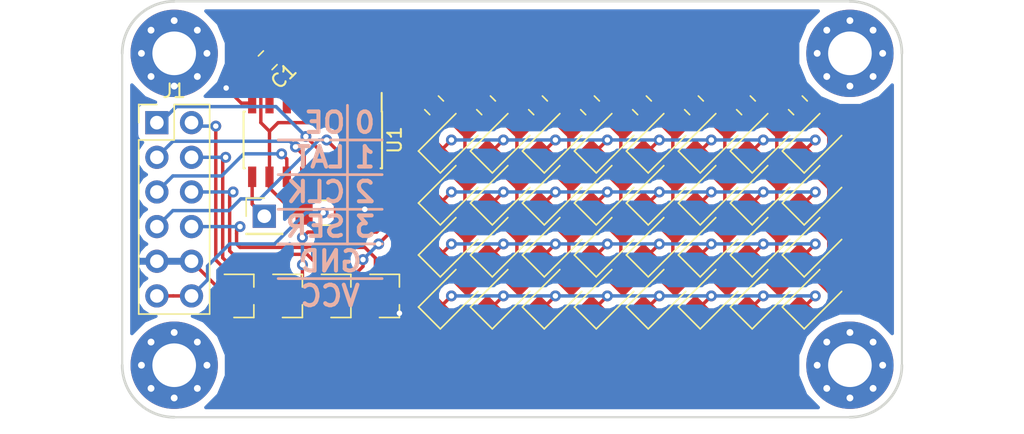
<source format=kicad_pcb>
(kicad_pcb (version 20171130) (host pcbnew 5.0.2-bee76a0~70~ubuntu18.04.1)

  (general
    (thickness 1.6)
    (drawings 25)
    (tracks 332)
    (zones 0)
    (modules 53)
    (nets 32)
  )

  (page A4)
  (layers
    (0 F.Cu signal)
    (31 B.Cu signal)
    (32 B.Adhes user)
    (33 F.Adhes user)
    (34 B.Paste user)
    (35 F.Paste user)
    (36 B.SilkS user)
    (37 F.SilkS user)
    (38 B.Mask user)
    (39 F.Mask user)
    (40 Dwgs.User user)
    (41 Cmts.User user)
    (42 Eco1.User user)
    (43 Eco2.User user)
    (44 Edge.Cuts user)
    (45 Margin user)
    (46 B.CrtYd user)
    (47 F.CrtYd user)
    (48 B.Fab user)
    (49 F.Fab user)
  )

  (setup
    (last_trace_width 0.25)
    (trace_clearance 0.2)
    (zone_clearance 0.508)
    (zone_45_only no)
    (trace_min 0.2)
    (segment_width 0.2)
    (edge_width 0.15)
    (via_size 0.8)
    (via_drill 0.4)
    (via_min_size 0.4)
    (via_min_drill 0.3)
    (uvia_size 0.3)
    (uvia_drill 0.1)
    (uvias_allowed no)
    (uvia_min_size 0.2)
    (uvia_min_drill 0.1)
    (pcb_text_width 0.3)
    (pcb_text_size 1.5 1.5)
    (mod_edge_width 0.15)
    (mod_text_size 1 1)
    (mod_text_width 0.15)
    (pad_size 1.524 1.524)
    (pad_drill 0.762)
    (pad_to_mask_clearance 0.051)
    (solder_mask_min_width 0.25)
    (aux_axis_origin 99.06 58.42)
    (visible_elements FFFFF77F)
    (pcbplotparams
      (layerselection 0x010fc_ffffffff)
      (usegerberextensions false)
      (usegerberattributes false)
      (usegerberadvancedattributes false)
      (creategerberjobfile false)
      (excludeedgelayer true)
      (linewidth 0.100000)
      (plotframeref false)
      (viasonmask false)
      (mode 1)
      (useauxorigin true)
      (hpglpennumber 1)
      (hpglpenspeed 20)
      (hpglpendiameter 15.000000)
      (psnegative false)
      (psa4output false)
      (plotreference true)
      (plotvalue true)
      (plotinvisibletext false)
      (padsonsilk false)
      (subtractmaskfromsilk false)
      (outputformat 1)
      (mirror false)
      (drillshape 0)
      (scaleselection 1)
      (outputdirectory "gerbers/"))
  )

  (net 0 "")
  (net 1 VCC)
  (net 2 GND)
  (net 3 "Net-(D1-Pad1)")
  (net 4 "Net-(D1-Pad2)")
  (net 5 "Net-(D10-Pad1)")
  (net 6 "Net-(D11-Pad1)")
  (net 7 "Net-(D12-Pad1)")
  (net 8 "Net-(D5-Pad2)")
  (net 9 "Net-(D10-Pad2)")
  (net 10 "Net-(D13-Pad2)")
  (net 11 "Net-(D17-Pad2)")
  (net 12 "Net-(D21-Pad2)")
  (net 13 "Net-(D25-Pad2)")
  (net 14 "Net-(D29-Pad2)")
  (net 15 "Net-(J1-Pad1)")
  (net 16 "Net-(J1-Pad2)")
  (net 17 "Net-(J1-Pad3)")
  (net 18 "Net-(J1-Pad4)")
  (net 19 "Net-(J1-Pad5)")
  (net 20 "Net-(J1-Pad6)")
  (net 21 "Net-(J1-Pad7)")
  (net 22 "Net-(J1-Pad8)")
  (net 23 "Net-(J2-Pad1)")
  (net 24 "Net-(R1-Pad1)")
  (net 25 "Net-(R2-Pad1)")
  (net 26 "Net-(R3-Pad1)")
  (net 27 "Net-(R4-Pad1)")
  (net 28 "Net-(R5-Pad1)")
  (net 29 "Net-(R6-Pad1)")
  (net 30 "Net-(R7-Pad1)")
  (net 31 "Net-(R8-Pad1)")

  (net_class Default "This is the default net class."
    (clearance 0.2)
    (trace_width 0.25)
    (via_dia 0.8)
    (via_drill 0.4)
    (uvia_dia 0.3)
    (uvia_drill 0.1)
    (add_net GND)
    (add_net "Net-(D1-Pad1)")
    (add_net "Net-(D1-Pad2)")
    (add_net "Net-(D10-Pad1)")
    (add_net "Net-(D10-Pad2)")
    (add_net "Net-(D11-Pad1)")
    (add_net "Net-(D12-Pad1)")
    (add_net "Net-(D13-Pad2)")
    (add_net "Net-(D17-Pad2)")
    (add_net "Net-(D21-Pad2)")
    (add_net "Net-(D25-Pad2)")
    (add_net "Net-(D29-Pad2)")
    (add_net "Net-(D5-Pad2)")
    (add_net "Net-(J1-Pad1)")
    (add_net "Net-(J1-Pad2)")
    (add_net "Net-(J1-Pad3)")
    (add_net "Net-(J1-Pad4)")
    (add_net "Net-(J1-Pad5)")
    (add_net "Net-(J1-Pad6)")
    (add_net "Net-(J1-Pad7)")
    (add_net "Net-(J1-Pad8)")
    (add_net "Net-(J2-Pad1)")
    (add_net "Net-(R1-Pad1)")
    (add_net "Net-(R2-Pad1)")
    (add_net "Net-(R3-Pad1)")
    (add_net "Net-(R4-Pad1)")
    (add_net "Net-(R5-Pad1)")
    (add_net "Net-(R6-Pad1)")
    (add_net "Net-(R7-Pad1)")
    (add_net "Net-(R8-Pad1)")
    (add_net VCC)
  )

  (module Capacitor_SMD:C_0805_2012Metric (layer F.Cu) (tedit 5B36C52B) (tstamp 5D649455)
    (at 109.728 32.258 225)
    (descr "Capacitor SMD 0805 (2012 Metric), square (rectangular) end terminal, IPC_7351 nominal, (Body size source: https://docs.google.com/spreadsheets/d/1BsfQQcO9C6DZCsRaXUlFlo91Tg2WpOkGARC1WS5S8t0/edit?usp=sharing), generated with kicad-footprint-generator")
    (tags capacitor)
    (path /5D6784FC)
    (attr smd)
    (fp_text reference C1 (at 0 -1.65 225) (layer F.SilkS)
      (effects (font (size 1 1) (thickness 0.15)))
    )
    (fp_text value C (at 0 1.65 225) (layer F.Fab)
      (effects (font (size 1 1) (thickness 0.15)))
    )
    (fp_line (start -1 0.6) (end -1 -0.6) (layer F.Fab) (width 0.1))
    (fp_line (start -1 -0.6) (end 1 -0.6) (layer F.Fab) (width 0.1))
    (fp_line (start 1 -0.6) (end 1 0.6) (layer F.Fab) (width 0.1))
    (fp_line (start 1 0.6) (end -1 0.6) (layer F.Fab) (width 0.1))
    (fp_line (start -0.258578 -0.71) (end 0.258578 -0.71) (layer F.SilkS) (width 0.12))
    (fp_line (start -0.258578 0.71) (end 0.258578 0.71) (layer F.SilkS) (width 0.12))
    (fp_line (start -1.68 0.95) (end -1.68 -0.95) (layer F.CrtYd) (width 0.05))
    (fp_line (start -1.68 -0.95) (end 1.68 -0.95) (layer F.CrtYd) (width 0.05))
    (fp_line (start 1.68 -0.95) (end 1.68 0.95) (layer F.CrtYd) (width 0.05))
    (fp_line (start 1.68 0.95) (end -1.68 0.95) (layer F.CrtYd) (width 0.05))
    (fp_text user %R (at 0 0 225) (layer F.Fab)
      (effects (font (size 0.5 0.5) (thickness 0.08)))
    )
    (pad 1 smd roundrect (at -0.937501 0 225) (size 0.975 1.4) (layers F.Cu F.Paste F.Mask) (roundrect_rratio 0.25)
      (net 1 VCC))
    (pad 2 smd roundrect (at 0.937501 0 225) (size 0.975 1.4) (layers F.Cu F.Paste F.Mask) (roundrect_rratio 0.25)
      (net 2 GND))
    (model ${KISYS3DMOD}/Capacitor_SMD.3dshapes/C_0805_2012Metric.wrl
      (at (xyz 0 0 0))
      (scale (xyz 1 1 1))
      (rotate (xyz 0 0 0))
    )
  )

  (module LED_SMD:LED_1206_3216Metric (layer F.Cu) (tedit 5D580F8E) (tstamp 5D649479)
    (at 123.19 38.1 45)
    (descr "LED SMD 1206 (3216 Metric), square (rectangular) end terminal, IPC_7351 nominal, (Body size source: http://www.tortai-tech.com/upload/download/2011102023233369053.pdf), generated with kicad-footprint-generator")
    (tags diode)
    (path /5D57F03F)
    (attr smd)
    (fp_text reference D1 (at 0 -1.82 45) (layer F.SilkS) hide
      (effects (font (size 1 1) (thickness 0.15)))
    )
    (fp_text value LED (at 0 1.82 45) (layer F.Fab)
      (effects (font (size 1 1) (thickness 0.15)))
    )
    (fp_line (start 1.6 -0.8) (end -1.2 -0.8) (layer F.Fab) (width 0.1))
    (fp_line (start -1.2 -0.8) (end -1.6 -0.4) (layer F.Fab) (width 0.1))
    (fp_line (start -1.6 -0.4) (end -1.6 0.8) (layer F.Fab) (width 0.1))
    (fp_line (start -1.6 0.8) (end 1.6 0.8) (layer F.Fab) (width 0.1))
    (fp_line (start 1.6 0.8) (end 1.6 -0.8) (layer F.Fab) (width 0.1))
    (fp_line (start 1.6 -1.135) (end -2.285 -1.135) (layer F.SilkS) (width 0.12))
    (fp_line (start -2.285 -1.135) (end -2.285 1.135) (layer F.SilkS) (width 0.12))
    (fp_line (start -2.285 1.135) (end 1.6 1.135) (layer F.SilkS) (width 0.12))
    (fp_line (start -2.28 1.12) (end -2.28 -1.12) (layer F.CrtYd) (width 0.05))
    (fp_line (start -2.28 -1.12) (end 2.28 -1.12) (layer F.CrtYd) (width 0.05))
    (fp_line (start 2.28 -1.12) (end 2.28 1.12) (layer F.CrtYd) (width 0.05))
    (fp_line (start 2.28 1.12) (end -2.28 1.12) (layer F.CrtYd) (width 0.05))
    (fp_text user %R (at 0 0 45) (layer F.Fab)
      (effects (font (size 0.8 0.8) (thickness 0.12)))
    )
    (pad 1 smd roundrect (at -1.399999 0 45) (size 1.25 1.75) (layers F.Cu F.Paste F.Mask) (roundrect_rratio 0.2)
      (net 3 "Net-(D1-Pad1)"))
    (pad 2 smd roundrect (at 1.399999 0 45) (size 1.25 1.75) (layers F.Cu F.Paste F.Mask) (roundrect_rratio 0.2)
      (net 4 "Net-(D1-Pad2)"))
    (model ${KISYS3DMOD}/LED_SMD.3dshapes/LED_1206_3216Metric.wrl
      (at (xyz 0 0 0))
      (scale (xyz 1 1 1))
      (rotate (xyz 0 0 0))
    )
  )

  (module LED_SMD:LED_1206_3216Metric (layer F.Cu) (tedit 5D580F94) (tstamp 5D64948C)
    (at 123.19 41.91 45)
    (descr "LED SMD 1206 (3216 Metric), square (rectangular) end terminal, IPC_7351 nominal, (Body size source: http://www.tortai-tech.com/upload/download/2011102023233369053.pdf), generated with kicad-footprint-generator")
    (tags diode)
    (path /5D580081)
    (attr smd)
    (fp_text reference D2 (at 0 -1.82 45) (layer F.SilkS) hide
      (effects (font (size 1 1) (thickness 0.15)))
    )
    (fp_text value LED (at 0 1.82 45) (layer F.Fab)
      (effects (font (size 1 1) (thickness 0.15)))
    )
    (fp_line (start 1.6 -0.8) (end -1.2 -0.8) (layer F.Fab) (width 0.1))
    (fp_line (start -1.2 -0.8) (end -1.6 -0.4) (layer F.Fab) (width 0.1))
    (fp_line (start -1.6 -0.4) (end -1.6 0.8) (layer F.Fab) (width 0.1))
    (fp_line (start -1.6 0.8) (end 1.6 0.8) (layer F.Fab) (width 0.1))
    (fp_line (start 1.6 0.8) (end 1.6 -0.8) (layer F.Fab) (width 0.1))
    (fp_line (start 1.6 -1.135) (end -2.285 -1.135) (layer F.SilkS) (width 0.12))
    (fp_line (start -2.285 -1.135) (end -2.285 1.135) (layer F.SilkS) (width 0.12))
    (fp_line (start -2.285 1.135) (end 1.6 1.135) (layer F.SilkS) (width 0.12))
    (fp_line (start -2.28 1.12) (end -2.28 -1.12) (layer F.CrtYd) (width 0.05))
    (fp_line (start -2.28 -1.12) (end 2.28 -1.12) (layer F.CrtYd) (width 0.05))
    (fp_line (start 2.28 -1.12) (end 2.28 1.12) (layer F.CrtYd) (width 0.05))
    (fp_line (start 2.28 1.12) (end -2.28 1.12) (layer F.CrtYd) (width 0.05))
    (fp_text user %R (at 0 0 45) (layer F.Fab)
      (effects (font (size 0.8 0.8) (thickness 0.12)))
    )
    (pad 1 smd roundrect (at -1.399999 0 45) (size 1.25 1.75) (layers F.Cu F.Paste F.Mask) (roundrect_rratio 0.2)
      (net 5 "Net-(D10-Pad1)"))
    (pad 2 smd roundrect (at 1.399999 0 45) (size 1.25 1.75) (layers F.Cu F.Paste F.Mask) (roundrect_rratio 0.2)
      (net 4 "Net-(D1-Pad2)"))
    (model ${KISYS3DMOD}/LED_SMD.3dshapes/LED_1206_3216Metric.wrl
      (at (xyz 0 0 0))
      (scale (xyz 1 1 1))
      (rotate (xyz 0 0 0))
    )
  )

  (module LED_SMD:LED_1206_3216Metric (layer F.Cu) (tedit 5D580F9A) (tstamp 5D64949F)
    (at 123.19 45.72 45)
    (descr "LED SMD 1206 (3216 Metric), square (rectangular) end terminal, IPC_7351 nominal, (Body size source: http://www.tortai-tech.com/upload/download/2011102023233369053.pdf), generated with kicad-footprint-generator")
    (tags diode)
    (path /5D58017B)
    (attr smd)
    (fp_text reference D3 (at 0 -1.82 45) (layer F.SilkS) hide
      (effects (font (size 1 1) (thickness 0.15)))
    )
    (fp_text value LED (at 0 1.82 45) (layer F.Fab)
      (effects (font (size 1 1) (thickness 0.15)))
    )
    (fp_line (start 1.6 -0.8) (end -1.2 -0.8) (layer F.Fab) (width 0.1))
    (fp_line (start -1.2 -0.8) (end -1.6 -0.4) (layer F.Fab) (width 0.1))
    (fp_line (start -1.6 -0.4) (end -1.6 0.8) (layer F.Fab) (width 0.1))
    (fp_line (start -1.6 0.8) (end 1.6 0.8) (layer F.Fab) (width 0.1))
    (fp_line (start 1.6 0.8) (end 1.6 -0.8) (layer F.Fab) (width 0.1))
    (fp_line (start 1.6 -1.135) (end -2.285 -1.135) (layer F.SilkS) (width 0.12))
    (fp_line (start -2.285 -1.135) (end -2.285 1.135) (layer F.SilkS) (width 0.12))
    (fp_line (start -2.285 1.135) (end 1.6 1.135) (layer F.SilkS) (width 0.12))
    (fp_line (start -2.28 1.12) (end -2.28 -1.12) (layer F.CrtYd) (width 0.05))
    (fp_line (start -2.28 -1.12) (end 2.28 -1.12) (layer F.CrtYd) (width 0.05))
    (fp_line (start 2.28 -1.12) (end 2.28 1.12) (layer F.CrtYd) (width 0.05))
    (fp_line (start 2.28 1.12) (end -2.28 1.12) (layer F.CrtYd) (width 0.05))
    (fp_text user %R (at 0 0 45) (layer F.Fab)
      (effects (font (size 0.8 0.8) (thickness 0.12)))
    )
    (pad 1 smd roundrect (at -1.399999 0 45) (size 1.25 1.75) (layers F.Cu F.Paste F.Mask) (roundrect_rratio 0.2)
      (net 6 "Net-(D11-Pad1)"))
    (pad 2 smd roundrect (at 1.399999 0 45) (size 1.25 1.75) (layers F.Cu F.Paste F.Mask) (roundrect_rratio 0.2)
      (net 4 "Net-(D1-Pad2)"))
    (model ${KISYS3DMOD}/LED_SMD.3dshapes/LED_1206_3216Metric.wrl
      (at (xyz 0 0 0))
      (scale (xyz 1 1 1))
      (rotate (xyz 0 0 0))
    )
  )

  (module LED_SMD:LED_1206_3216Metric (layer F.Cu) (tedit 5D580FA1) (tstamp 5D6494B2)
    (at 123.19 49.53 45)
    (descr "LED SMD 1206 (3216 Metric), square (rectangular) end terminal, IPC_7351 nominal, (Body size source: http://www.tortai-tech.com/upload/download/2011102023233369053.pdf), generated with kicad-footprint-generator")
    (tags diode)
    (path /5D580275)
    (attr smd)
    (fp_text reference D4 (at 0 -1.82 45) (layer F.SilkS) hide
      (effects (font (size 1 1) (thickness 0.15)))
    )
    (fp_text value LED (at 0 1.82 45) (layer F.Fab)
      (effects (font (size 1 1) (thickness 0.15)))
    )
    (fp_line (start 1.6 -0.8) (end -1.2 -0.8) (layer F.Fab) (width 0.1))
    (fp_line (start -1.2 -0.8) (end -1.6 -0.4) (layer F.Fab) (width 0.1))
    (fp_line (start -1.6 -0.4) (end -1.6 0.8) (layer F.Fab) (width 0.1))
    (fp_line (start -1.6 0.8) (end 1.6 0.8) (layer F.Fab) (width 0.1))
    (fp_line (start 1.6 0.8) (end 1.6 -0.8) (layer F.Fab) (width 0.1))
    (fp_line (start 1.6 -1.135) (end -2.285 -1.135) (layer F.SilkS) (width 0.12))
    (fp_line (start -2.285 -1.135) (end -2.285 1.135) (layer F.SilkS) (width 0.12))
    (fp_line (start -2.285 1.135) (end 1.6 1.135) (layer F.SilkS) (width 0.12))
    (fp_line (start -2.28 1.12) (end -2.28 -1.12) (layer F.CrtYd) (width 0.05))
    (fp_line (start -2.28 -1.12) (end 2.28 -1.12) (layer F.CrtYd) (width 0.05))
    (fp_line (start 2.28 -1.12) (end 2.28 1.12) (layer F.CrtYd) (width 0.05))
    (fp_line (start 2.28 1.12) (end -2.28 1.12) (layer F.CrtYd) (width 0.05))
    (fp_text user %R (at 0 0 45) (layer F.Fab)
      (effects (font (size 0.8 0.8) (thickness 0.12)))
    )
    (pad 1 smd roundrect (at -1.399999 0 45) (size 1.25 1.75) (layers F.Cu F.Paste F.Mask) (roundrect_rratio 0.2)
      (net 7 "Net-(D12-Pad1)"))
    (pad 2 smd roundrect (at 1.399999 0 45) (size 1.25 1.75) (layers F.Cu F.Paste F.Mask) (roundrect_rratio 0.2)
      (net 4 "Net-(D1-Pad2)"))
    (model ${KISYS3DMOD}/LED_SMD.3dshapes/LED_1206_3216Metric.wrl
      (at (xyz 0 0 0))
      (scale (xyz 1 1 1))
      (rotate (xyz 0 0 0))
    )
  )

  (module LED_SMD:LED_1206_3216Metric (layer F.Cu) (tedit 5D580FA7) (tstamp 5D6494C5)
    (at 127 38.1 45)
    (descr "LED SMD 1206 (3216 Metric), square (rectangular) end terminal, IPC_7351 nominal, (Body size source: http://www.tortai-tech.com/upload/download/2011102023233369053.pdf), generated with kicad-footprint-generator")
    (tags diode)
    (path /5D57F165)
    (attr smd)
    (fp_text reference D5 (at 0 -1.82 45) (layer F.SilkS) hide
      (effects (font (size 1 1) (thickness 0.15)))
    )
    (fp_text value LED (at 0 1.82 45) (layer F.Fab)
      (effects (font (size 1 1) (thickness 0.15)))
    )
    (fp_text user %R (at 0 0 45) (layer F.Fab)
      (effects (font (size 0.8 0.8) (thickness 0.12)))
    )
    (fp_line (start 2.28 1.12) (end -2.28 1.12) (layer F.CrtYd) (width 0.05))
    (fp_line (start 2.28 -1.12) (end 2.28 1.12) (layer F.CrtYd) (width 0.05))
    (fp_line (start -2.28 -1.12) (end 2.28 -1.12) (layer F.CrtYd) (width 0.05))
    (fp_line (start -2.28 1.12) (end -2.28 -1.12) (layer F.CrtYd) (width 0.05))
    (fp_line (start -2.285 1.135) (end 1.6 1.135) (layer F.SilkS) (width 0.12))
    (fp_line (start -2.285 -1.135) (end -2.285 1.135) (layer F.SilkS) (width 0.12))
    (fp_line (start 1.6 -1.135) (end -2.285 -1.135) (layer F.SilkS) (width 0.12))
    (fp_line (start 1.6 0.8) (end 1.6 -0.8) (layer F.Fab) (width 0.1))
    (fp_line (start -1.6 0.8) (end 1.6 0.8) (layer F.Fab) (width 0.1))
    (fp_line (start -1.6 -0.4) (end -1.6 0.8) (layer F.Fab) (width 0.1))
    (fp_line (start -1.2 -0.8) (end -1.6 -0.4) (layer F.Fab) (width 0.1))
    (fp_line (start 1.6 -0.8) (end -1.2 -0.8) (layer F.Fab) (width 0.1))
    (pad 2 smd roundrect (at 1.399999 0 45) (size 1.25 1.75) (layers F.Cu F.Paste F.Mask) (roundrect_rratio 0.2)
      (net 8 "Net-(D5-Pad2)"))
    (pad 1 smd roundrect (at -1.399999 0 45) (size 1.25 1.75) (layers F.Cu F.Paste F.Mask) (roundrect_rratio 0.2)
      (net 3 "Net-(D1-Pad1)"))
    (model ${KISYS3DMOD}/LED_SMD.3dshapes/LED_1206_3216Metric.wrl
      (at (xyz 0 0 0))
      (scale (xyz 1 1 1))
      (rotate (xyz 0 0 0))
    )
  )

  (module LED_SMD:LED_1206_3216Metric (layer F.Cu) (tedit 5D5810E4) (tstamp 5D6494D8)
    (at 127 41.91 45)
    (descr "LED SMD 1206 (3216 Metric), square (rectangular) end terminal, IPC_7351 nominal, (Body size source: http://www.tortai-tech.com/upload/download/2011102023233369053.pdf), generated with kicad-footprint-generator")
    (tags diode)
    (path /5D580088)
    (attr smd)
    (fp_text reference D6 (at 0 -1.82 45) (layer F.SilkS) hide
      (effects (font (size 1 1) (thickness 0.15)))
    )
    (fp_text value LED (at 0 1.82 45) (layer F.Fab)
      (effects (font (size 1 1) (thickness 0.15)))
    )
    (fp_text user %R (at 0 0 45) (layer F.Fab)
      (effects (font (size 0.8 0.8) (thickness 0.12)))
    )
    (fp_line (start 2.28 1.12) (end -2.28 1.12) (layer F.CrtYd) (width 0.05))
    (fp_line (start 2.28 -1.12) (end 2.28 1.12) (layer F.CrtYd) (width 0.05))
    (fp_line (start -2.28 -1.12) (end 2.28 -1.12) (layer F.CrtYd) (width 0.05))
    (fp_line (start -2.28 1.12) (end -2.28 -1.12) (layer F.CrtYd) (width 0.05))
    (fp_line (start -2.285 1.135) (end 1.6 1.135) (layer F.SilkS) (width 0.12))
    (fp_line (start -2.285 -1.135) (end -2.285 1.135) (layer F.SilkS) (width 0.12))
    (fp_line (start 1.6 -1.135) (end -2.285 -1.135) (layer F.SilkS) (width 0.12))
    (fp_line (start 1.6 0.8) (end 1.6 -0.8) (layer F.Fab) (width 0.1))
    (fp_line (start -1.6 0.8) (end 1.6 0.8) (layer F.Fab) (width 0.1))
    (fp_line (start -1.6 -0.4) (end -1.6 0.8) (layer F.Fab) (width 0.1))
    (fp_line (start -1.2 -0.8) (end -1.6 -0.4) (layer F.Fab) (width 0.1))
    (fp_line (start 1.6 -0.8) (end -1.2 -0.8) (layer F.Fab) (width 0.1))
    (pad 2 smd roundrect (at 1.399999 0 45) (size 1.25 1.75) (layers F.Cu F.Paste F.Mask) (roundrect_rratio 0.2)
      (net 8 "Net-(D5-Pad2)"))
    (pad 1 smd roundrect (at -1.399999 0 45) (size 1.25 1.75) (layers F.Cu F.Paste F.Mask) (roundrect_rratio 0.2)
      (net 5 "Net-(D10-Pad1)"))
    (model ${KISYS3DMOD}/LED_SMD.3dshapes/LED_1206_3216Metric.wrl
      (at (xyz 0 0 0))
      (scale (xyz 1 1 1))
      (rotate (xyz 0 0 0))
    )
  )

  (module LED_SMD:LED_1206_3216Metric (layer F.Cu) (tedit 5D58128B) (tstamp 5D6494EB)
    (at 127 45.72 45)
    (descr "LED SMD 1206 (3216 Metric), square (rectangular) end terminal, IPC_7351 nominal, (Body size source: http://www.tortai-tech.com/upload/download/2011102023233369053.pdf), generated with kicad-footprint-generator")
    (tags diode)
    (path /5D580182)
    (attr smd)
    (fp_text reference D7 (at 0 -1.82 45) (layer F.SilkS) hide
      (effects (font (size 1 1) (thickness 0.15)))
    )
    (fp_text value LED (at 0 1.82 45) (layer F.Fab)
      (effects (font (size 1 1) (thickness 0.15)))
    )
    (fp_text user %R (at 0 0 45) (layer F.Fab)
      (effects (font (size 0.8 0.8) (thickness 0.12)))
    )
    (fp_line (start 2.28 1.12) (end -2.28 1.12) (layer F.CrtYd) (width 0.05))
    (fp_line (start 2.28 -1.12) (end 2.28 1.12) (layer F.CrtYd) (width 0.05))
    (fp_line (start -2.28 -1.12) (end 2.28 -1.12) (layer F.CrtYd) (width 0.05))
    (fp_line (start -2.28 1.12) (end -2.28 -1.12) (layer F.CrtYd) (width 0.05))
    (fp_line (start -2.285 1.135) (end 1.6 1.135) (layer F.SilkS) (width 0.12))
    (fp_line (start -2.285 -1.135) (end -2.285 1.135) (layer F.SilkS) (width 0.12))
    (fp_line (start 1.6 -1.135) (end -2.285 -1.135) (layer F.SilkS) (width 0.12))
    (fp_line (start 1.6 0.8) (end 1.6 -0.8) (layer F.Fab) (width 0.1))
    (fp_line (start -1.6 0.8) (end 1.6 0.8) (layer F.Fab) (width 0.1))
    (fp_line (start -1.6 -0.4) (end -1.6 0.8) (layer F.Fab) (width 0.1))
    (fp_line (start -1.2 -0.8) (end -1.6 -0.4) (layer F.Fab) (width 0.1))
    (fp_line (start 1.6 -0.8) (end -1.2 -0.8) (layer F.Fab) (width 0.1))
    (pad 2 smd roundrect (at 1.399999 0 45) (size 1.25 1.75) (layers F.Cu F.Paste F.Mask) (roundrect_rratio 0.2)
      (net 8 "Net-(D5-Pad2)"))
    (pad 1 smd roundrect (at -1.399999 0 45) (size 1.25 1.75) (layers F.Cu F.Paste F.Mask) (roundrect_rratio 0.2)
      (net 6 "Net-(D11-Pad1)"))
    (model ${KISYS3DMOD}/LED_SMD.3dshapes/LED_1206_3216Metric.wrl
      (at (xyz 0 0 0))
      (scale (xyz 1 1 1))
      (rotate (xyz 0 0 0))
    )
  )

  (module LED_SMD:LED_1206_3216Metric (layer F.Cu) (tedit 5D5812C3) (tstamp 5D6494FE)
    (at 127 49.53 45)
    (descr "LED SMD 1206 (3216 Metric), square (rectangular) end terminal, IPC_7351 nominal, (Body size source: http://www.tortai-tech.com/upload/download/2011102023233369053.pdf), generated with kicad-footprint-generator")
    (tags diode)
    (path /5D58027C)
    (attr smd)
    (fp_text reference D8 (at 0 -1.82 45) (layer F.SilkS) hide
      (effects (font (size 1 1) (thickness 0.15)))
    )
    (fp_text value LED (at 0 1.82 45) (layer F.Fab)
      (effects (font (size 1 1) (thickness 0.15)))
    )
    (fp_text user %R (at 0 0 45) (layer F.Fab)
      (effects (font (size 0.8 0.8) (thickness 0.12)))
    )
    (fp_line (start 2.28 1.12) (end -2.28 1.12) (layer F.CrtYd) (width 0.05))
    (fp_line (start 2.28 -1.12) (end 2.28 1.12) (layer F.CrtYd) (width 0.05))
    (fp_line (start -2.28 -1.12) (end 2.28 -1.12) (layer F.CrtYd) (width 0.05))
    (fp_line (start -2.28 1.12) (end -2.28 -1.12) (layer F.CrtYd) (width 0.05))
    (fp_line (start -2.285 1.135) (end 1.6 1.135) (layer F.SilkS) (width 0.12))
    (fp_line (start -2.285 -1.135) (end -2.285 1.135) (layer F.SilkS) (width 0.12))
    (fp_line (start 1.6 -1.135) (end -2.285 -1.135) (layer F.SilkS) (width 0.12))
    (fp_line (start 1.6 0.8) (end 1.6 -0.8) (layer F.Fab) (width 0.1))
    (fp_line (start -1.6 0.8) (end 1.6 0.8) (layer F.Fab) (width 0.1))
    (fp_line (start -1.6 -0.4) (end -1.6 0.8) (layer F.Fab) (width 0.1))
    (fp_line (start -1.2 -0.8) (end -1.6 -0.4) (layer F.Fab) (width 0.1))
    (fp_line (start 1.6 -0.8) (end -1.2 -0.8) (layer F.Fab) (width 0.1))
    (pad 2 smd roundrect (at 1.399999 0 45) (size 1.25 1.75) (layers F.Cu F.Paste F.Mask) (roundrect_rratio 0.2)
      (net 8 "Net-(D5-Pad2)"))
    (pad 1 smd roundrect (at -1.399999 0 45) (size 1.25 1.75) (layers F.Cu F.Paste F.Mask) (roundrect_rratio 0.2)
      (net 7 "Net-(D12-Pad1)"))
    (model ${KISYS3DMOD}/LED_SMD.3dshapes/LED_1206_3216Metric.wrl
      (at (xyz 0 0 0))
      (scale (xyz 1 1 1))
      (rotate (xyz 0 0 0))
    )
  )

  (module LED_SMD:LED_1206_3216Metric (layer F.Cu) (tedit 5D580FD2) (tstamp 5D64A13C)
    (at 130.81 38.1 45)
    (descr "LED SMD 1206 (3216 Metric), square (rectangular) end terminal, IPC_7351 nominal, (Body size source: http://www.tortai-tech.com/upload/download/2011102023233369053.pdf), generated with kicad-footprint-generator")
    (tags diode)
    (path /5D57F1C2)
    (attr smd)
    (fp_text reference D9 (at 0 -1.82 45) (layer F.SilkS) hide
      (effects (font (size 1 1) (thickness 0.15)))
    )
    (fp_text value LED (at 0 1.82 45) (layer F.Fab)
      (effects (font (size 1 1) (thickness 0.15)))
    )
    (fp_line (start 1.6 -0.8) (end -1.2 -0.8) (layer F.Fab) (width 0.1))
    (fp_line (start -1.2 -0.8) (end -1.6 -0.4) (layer F.Fab) (width 0.1))
    (fp_line (start -1.6 -0.4) (end -1.6 0.8) (layer F.Fab) (width 0.1))
    (fp_line (start -1.6 0.8) (end 1.6 0.8) (layer F.Fab) (width 0.1))
    (fp_line (start 1.6 0.8) (end 1.6 -0.8) (layer F.Fab) (width 0.1))
    (fp_line (start 1.6 -1.135) (end -2.285 -1.135) (layer F.SilkS) (width 0.12))
    (fp_line (start -2.285 -1.135) (end -2.285 1.135) (layer F.SilkS) (width 0.12))
    (fp_line (start -2.285 1.135) (end 1.6 1.135) (layer F.SilkS) (width 0.12))
    (fp_line (start -2.28 1.12) (end -2.28 -1.12) (layer F.CrtYd) (width 0.05))
    (fp_line (start -2.28 -1.12) (end 2.28 -1.12) (layer F.CrtYd) (width 0.05))
    (fp_line (start 2.28 -1.12) (end 2.28 1.12) (layer F.CrtYd) (width 0.05))
    (fp_line (start 2.28 1.12) (end -2.28 1.12) (layer F.CrtYd) (width 0.05))
    (fp_text user %R (at 0 0 45) (layer F.Fab)
      (effects (font (size 0.8 0.8) (thickness 0.12)))
    )
    (pad 1 smd roundrect (at -1.399999 0 45) (size 1.25 1.75) (layers F.Cu F.Paste F.Mask) (roundrect_rratio 0.2)
      (net 3 "Net-(D1-Pad1)"))
    (pad 2 smd roundrect (at 1.399999 0 45) (size 1.25 1.75) (layers F.Cu F.Paste F.Mask) (roundrect_rratio 0.2)
      (net 9 "Net-(D10-Pad2)"))
    (model ${KISYS3DMOD}/LED_SMD.3dshapes/LED_1206_3216Metric.wrl
      (at (xyz 0 0 0))
      (scale (xyz 1 1 1))
      (rotate (xyz 0 0 0))
    )
  )

  (module LED_SMD:LED_1206_3216Metric (layer F.Cu) (tedit 5D580FC1) (tstamp 5D64BA18)
    (at 130.81 41.91 45)
    (descr "LED SMD 1206 (3216 Metric), square (rectangular) end terminal, IPC_7351 nominal, (Body size source: http://www.tortai-tech.com/upload/download/2011102023233369053.pdf), generated with kicad-footprint-generator")
    (tags diode)
    (path /5D58008F)
    (attr smd)
    (fp_text reference D10 (at 0 -1.82 45) (layer F.SilkS) hide
      (effects (font (size 1 1) (thickness 0.15)))
    )
    (fp_text value LED (at 0 1.82 45) (layer F.Fab)
      (effects (font (size 1 1) (thickness 0.15)))
    )
    (fp_line (start 1.6 -0.8) (end -1.200001 -0.8) (layer F.Fab) (width 0.1))
    (fp_line (start -1.200001 -0.8) (end -1.6 -0.4) (layer F.Fab) (width 0.1))
    (fp_line (start -1.6 -0.4) (end -1.6 0.8) (layer F.Fab) (width 0.1))
    (fp_line (start -1.6 0.8) (end 1.6 0.8) (layer F.Fab) (width 0.1))
    (fp_line (start 1.6 0.8) (end 1.6 -0.8) (layer F.Fab) (width 0.1))
    (fp_line (start 1.6 -1.135) (end -2.285 -1.135) (layer F.SilkS) (width 0.12))
    (fp_line (start -2.285 -1.135) (end -2.285 1.135) (layer F.SilkS) (width 0.12))
    (fp_line (start -2.285 1.135) (end 1.6 1.135) (layer F.SilkS) (width 0.12))
    (fp_line (start -2.28 1.12) (end -2.28 -1.12) (layer F.CrtYd) (width 0.05))
    (fp_line (start -2.28 -1.12) (end 2.28 -1.12) (layer F.CrtYd) (width 0.05))
    (fp_line (start 2.28 -1.12) (end 2.28 1.12) (layer F.CrtYd) (width 0.05))
    (fp_line (start 2.28 1.12) (end -2.28 1.12) (layer F.CrtYd) (width 0.05))
    (fp_text user %R (at 0 0 45) (layer F.Fab)
      (effects (font (size 0.8 0.8) (thickness 0.12)))
    )
    (pad 1 smd roundrect (at -1.399999 0 45) (size 1.25 1.75) (layers F.Cu F.Paste F.Mask) (roundrect_rratio 0.2)
      (net 5 "Net-(D10-Pad1)"))
    (pad 2 smd roundrect (at 1.399999 0 45) (size 1.25 1.75) (layers F.Cu F.Paste F.Mask) (roundrect_rratio 0.2)
      (net 9 "Net-(D10-Pad2)"))
    (model ${KISYS3DMOD}/LED_SMD.3dshapes/LED_1206_3216Metric.wrl
      (at (xyz 0 0 0))
      (scale (xyz 1 1 1))
      (rotate (xyz 0 0 0))
    )
  )

  (module LED_SMD:LED_1206_3216Metric (layer F.Cu) (tedit 5D580FBA) (tstamp 5D64BAF4)
    (at 130.81 45.72 45)
    (descr "LED SMD 1206 (3216 Metric), square (rectangular) end terminal, IPC_7351 nominal, (Body size source: http://www.tortai-tech.com/upload/download/2011102023233369053.pdf), generated with kicad-footprint-generator")
    (tags diode)
    (path /5D580189)
    (attr smd)
    (fp_text reference D11 (at 0 -1.82 45) (layer F.SilkS) hide
      (effects (font (size 1 1) (thickness 0.15)))
    )
    (fp_text value LED (at 0 1.82 45) (layer F.Fab)
      (effects (font (size 1 1) (thickness 0.15)))
    )
    (fp_line (start 1.6 -0.8) (end -1.200001 -0.8) (layer F.Fab) (width 0.1))
    (fp_line (start -1.200001 -0.8) (end -1.6 -0.4) (layer F.Fab) (width 0.1))
    (fp_line (start -1.6 -0.4) (end -1.6 0.8) (layer F.Fab) (width 0.1))
    (fp_line (start -1.6 0.8) (end 1.6 0.8) (layer F.Fab) (width 0.1))
    (fp_line (start 1.6 0.8) (end 1.6 -0.8) (layer F.Fab) (width 0.1))
    (fp_line (start 1.6 -1.135) (end -2.285 -1.135) (layer F.SilkS) (width 0.12))
    (fp_line (start -2.285 -1.135) (end -2.285 1.135) (layer F.SilkS) (width 0.12))
    (fp_line (start -2.285 1.135) (end 1.6 1.135) (layer F.SilkS) (width 0.12))
    (fp_line (start -2.28 1.12) (end -2.28 -1.12) (layer F.CrtYd) (width 0.05))
    (fp_line (start -2.28 -1.12) (end 2.28 -1.12) (layer F.CrtYd) (width 0.05))
    (fp_line (start 2.28 -1.12) (end 2.28 1.12) (layer F.CrtYd) (width 0.05))
    (fp_line (start 2.28 1.12) (end -2.28 1.12) (layer F.CrtYd) (width 0.05))
    (fp_text user %R (at 0 0 45) (layer F.Fab)
      (effects (font (size 0.8 0.8) (thickness 0.12)))
    )
    (pad 1 smd roundrect (at -1.399999 0 45) (size 1.25 1.75) (layers F.Cu F.Paste F.Mask) (roundrect_rratio 0.2)
      (net 6 "Net-(D11-Pad1)"))
    (pad 2 smd roundrect (at 1.399999 0 45) (size 1.25 1.75) (layers F.Cu F.Paste F.Mask) (roundrect_rratio 0.2)
      (net 9 "Net-(D10-Pad2)"))
    (model ${KISYS3DMOD}/LED_SMD.3dshapes/LED_1206_3216Metric.wrl
      (at (xyz 0 0 0))
      (scale (xyz 1 1 1))
      (rotate (xyz 0 0 0))
    )
  )

  (module LED_SMD:LED_1206_3216Metric (layer F.Cu) (tedit 5D580FB5) (tstamp 5D64954A)
    (at 130.81 49.53 45)
    (descr "LED SMD 1206 (3216 Metric), square (rectangular) end terminal, IPC_7351 nominal, (Body size source: http://www.tortai-tech.com/upload/download/2011102023233369053.pdf), generated with kicad-footprint-generator")
    (tags diode)
    (path /5D580283)
    (attr smd)
    (fp_text reference D12 (at 0 -1.82 45) (layer F.SilkS) hide
      (effects (font (size 1 1) (thickness 0.15)))
    )
    (fp_text value LED (at 0 1.82 45) (layer F.Fab)
      (effects (font (size 1 1) (thickness 0.15)))
    )
    (fp_line (start 1.6 -0.8) (end -1.2 -0.8) (layer F.Fab) (width 0.1))
    (fp_line (start -1.2 -0.8) (end -1.6 -0.4) (layer F.Fab) (width 0.1))
    (fp_line (start -1.6 -0.4) (end -1.6 0.8) (layer F.Fab) (width 0.1))
    (fp_line (start -1.6 0.8) (end 1.6 0.8) (layer F.Fab) (width 0.1))
    (fp_line (start 1.6 0.8) (end 1.6 -0.8) (layer F.Fab) (width 0.1))
    (fp_line (start 1.6 -1.135) (end -2.285 -1.135) (layer F.SilkS) (width 0.12))
    (fp_line (start -2.285 -1.135) (end -2.285 1.135) (layer F.SilkS) (width 0.12))
    (fp_line (start -2.285 1.135) (end 1.6 1.135) (layer F.SilkS) (width 0.12))
    (fp_line (start -2.28 1.12) (end -2.28 -1.12) (layer F.CrtYd) (width 0.05))
    (fp_line (start -2.28 -1.12) (end 2.28 -1.12) (layer F.CrtYd) (width 0.05))
    (fp_line (start 2.28 -1.12) (end 2.28 1.12) (layer F.CrtYd) (width 0.05))
    (fp_line (start 2.28 1.12) (end -2.28 1.12) (layer F.CrtYd) (width 0.05))
    (fp_text user %R (at 0 0 45) (layer F.Fab)
      (effects (font (size 0.8 0.8) (thickness 0.12)))
    )
    (pad 1 smd roundrect (at -1.399999 0 45) (size 1.25 1.75) (layers F.Cu F.Paste F.Mask) (roundrect_rratio 0.2)
      (net 7 "Net-(D12-Pad1)"))
    (pad 2 smd roundrect (at 1.399999 0 45) (size 1.25 1.75) (layers F.Cu F.Paste F.Mask) (roundrect_rratio 0.2)
      (net 9 "Net-(D10-Pad2)"))
    (model ${KISYS3DMOD}/LED_SMD.3dshapes/LED_1206_3216Metric.wrl
      (at (xyz 0 0 0))
      (scale (xyz 1 1 1))
      (rotate (xyz 0 0 0))
    )
  )

  (module LED_SMD:LED_1206_3216Metric (layer F.Cu) (tedit 5D580FAD) (tstamp 5D64955D)
    (at 134.62 38.1 45)
    (descr "LED SMD 1206 (3216 Metric), square (rectangular) end terminal, IPC_7351 nominal, (Body size source: http://www.tortai-tech.com/upload/download/2011102023233369053.pdf), generated with kicad-footprint-generator")
    (tags diode)
    (path /5D57F28A)
    (attr smd)
    (fp_text reference D13 (at 0 -1.82 45) (layer F.SilkS) hide
      (effects (font (size 1 1) (thickness 0.15)))
    )
    (fp_text value LED (at 0 1.82 45) (layer F.Fab)
      (effects (font (size 1 1) (thickness 0.15)))
    )
    (fp_text user %R (at 0 0 45) (layer F.Fab)
      (effects (font (size 0.8 0.8) (thickness 0.12)))
    )
    (fp_line (start 2.28 1.12) (end -2.28 1.12) (layer F.CrtYd) (width 0.05))
    (fp_line (start 2.28 -1.12) (end 2.28 1.12) (layer F.CrtYd) (width 0.05))
    (fp_line (start -2.28 -1.12) (end 2.28 -1.12) (layer F.CrtYd) (width 0.05))
    (fp_line (start -2.28 1.12) (end -2.28 -1.12) (layer F.CrtYd) (width 0.05))
    (fp_line (start -2.285 1.135) (end 1.6 1.135) (layer F.SilkS) (width 0.12))
    (fp_line (start -2.285 -1.135) (end -2.285 1.135) (layer F.SilkS) (width 0.12))
    (fp_line (start 1.6 -1.135) (end -2.285 -1.135) (layer F.SilkS) (width 0.12))
    (fp_line (start 1.6 0.8) (end 1.6 -0.8) (layer F.Fab) (width 0.1))
    (fp_line (start -1.6 0.8) (end 1.6 0.8) (layer F.Fab) (width 0.1))
    (fp_line (start -1.6 -0.4) (end -1.6 0.8) (layer F.Fab) (width 0.1))
    (fp_line (start -1.2 -0.8) (end -1.6 -0.4) (layer F.Fab) (width 0.1))
    (fp_line (start 1.6 -0.8) (end -1.2 -0.8) (layer F.Fab) (width 0.1))
    (pad 2 smd roundrect (at 1.399999 0 45) (size 1.25 1.75) (layers F.Cu F.Paste F.Mask) (roundrect_rratio 0.2)
      (net 10 "Net-(D13-Pad2)"))
    (pad 1 smd roundrect (at -1.399999 0 45) (size 1.25 1.75) (layers F.Cu F.Paste F.Mask) (roundrect_rratio 0.2)
      (net 3 "Net-(D1-Pad1)"))
    (model ${KISYS3DMOD}/LED_SMD.3dshapes/LED_1206_3216Metric.wrl
      (at (xyz 0 0 0))
      (scale (xyz 1 1 1))
      (rotate (xyz 0 0 0))
    )
  )

  (module LED_SMD:LED_1206_3216Metric (layer F.Cu) (tedit 5D5810EB) (tstamp 5D649570)
    (at 134.62 41.91 45)
    (descr "LED SMD 1206 (3216 Metric), square (rectangular) end terminal, IPC_7351 nominal, (Body size source: http://www.tortai-tech.com/upload/download/2011102023233369053.pdf), generated with kicad-footprint-generator")
    (tags diode)
    (path /5D580096)
    (attr smd)
    (fp_text reference D14 (at 0 -1.82 45) (layer F.SilkS) hide
      (effects (font (size 1 1) (thickness 0.15)))
    )
    (fp_text value LED (at 0 1.82 45) (layer F.Fab)
      (effects (font (size 1 1) (thickness 0.15)))
    )
    (fp_text user %R (at 0 0 45) (layer F.Fab)
      (effects (font (size 0.8 0.8) (thickness 0.12)))
    )
    (fp_line (start 2.28 1.12) (end -2.28 1.12) (layer F.CrtYd) (width 0.05))
    (fp_line (start 2.28 -1.12) (end 2.28 1.12) (layer F.CrtYd) (width 0.05))
    (fp_line (start -2.28 -1.12) (end 2.28 -1.12) (layer F.CrtYd) (width 0.05))
    (fp_line (start -2.28 1.12) (end -2.28 -1.12) (layer F.CrtYd) (width 0.05))
    (fp_line (start -2.285 1.135) (end 1.6 1.135) (layer F.SilkS) (width 0.12))
    (fp_line (start -2.285 -1.135) (end -2.285 1.135) (layer F.SilkS) (width 0.12))
    (fp_line (start 1.6 -1.135) (end -2.285 -1.135) (layer F.SilkS) (width 0.12))
    (fp_line (start 1.6 0.8) (end 1.6 -0.8) (layer F.Fab) (width 0.1))
    (fp_line (start -1.6 0.8) (end 1.6 0.8) (layer F.Fab) (width 0.1))
    (fp_line (start -1.6 -0.4) (end -1.6 0.8) (layer F.Fab) (width 0.1))
    (fp_line (start -1.2 -0.8) (end -1.6 -0.4) (layer F.Fab) (width 0.1))
    (fp_line (start 1.6 -0.8) (end -1.2 -0.8) (layer F.Fab) (width 0.1))
    (pad 2 smd roundrect (at 1.399999 0 45) (size 1.25 1.75) (layers F.Cu F.Paste F.Mask) (roundrect_rratio 0.2)
      (net 10 "Net-(D13-Pad2)"))
    (pad 1 smd roundrect (at -1.399999 0 45) (size 1.25 1.75) (layers F.Cu F.Paste F.Mask) (roundrect_rratio 0.2)
      (net 5 "Net-(D10-Pad1)"))
    (model ${KISYS3DMOD}/LED_SMD.3dshapes/LED_1206_3216Metric.wrl
      (at (xyz 0 0 0))
      (scale (xyz 1 1 1))
      (rotate (xyz 0 0 0))
    )
  )

  (module LED_SMD:LED_1206_3216Metric (layer F.Cu) (tedit 5D581291) (tstamp 5D649583)
    (at 134.62 45.72 45)
    (descr "LED SMD 1206 (3216 Metric), square (rectangular) end terminal, IPC_7351 nominal, (Body size source: http://www.tortai-tech.com/upload/download/2011102023233369053.pdf), generated with kicad-footprint-generator")
    (tags diode)
    (path /5D580190)
    (attr smd)
    (fp_text reference D15 (at 0 -1.82 45) (layer F.SilkS) hide
      (effects (font (size 1 1) (thickness 0.15)))
    )
    (fp_text value LED (at 0 1.82 45) (layer F.Fab)
      (effects (font (size 1 1) (thickness 0.15)))
    )
    (fp_text user %R (at 0 0 45) (layer F.Fab)
      (effects (font (size 0.8 0.8) (thickness 0.12)))
    )
    (fp_line (start 2.28 1.12) (end -2.28 1.12) (layer F.CrtYd) (width 0.05))
    (fp_line (start 2.28 -1.12) (end 2.28 1.12) (layer F.CrtYd) (width 0.05))
    (fp_line (start -2.28 -1.12) (end 2.28 -1.12) (layer F.CrtYd) (width 0.05))
    (fp_line (start -2.28 1.12) (end -2.28 -1.12) (layer F.CrtYd) (width 0.05))
    (fp_line (start -2.285 1.135) (end 1.6 1.135) (layer F.SilkS) (width 0.12))
    (fp_line (start -2.285 -1.135) (end -2.285 1.135) (layer F.SilkS) (width 0.12))
    (fp_line (start 1.6 -1.135) (end -2.285 -1.135) (layer F.SilkS) (width 0.12))
    (fp_line (start 1.6 0.8) (end 1.6 -0.8) (layer F.Fab) (width 0.1))
    (fp_line (start -1.6 0.8) (end 1.6 0.8) (layer F.Fab) (width 0.1))
    (fp_line (start -1.6 -0.4) (end -1.6 0.8) (layer F.Fab) (width 0.1))
    (fp_line (start -1.2 -0.8) (end -1.6 -0.4) (layer F.Fab) (width 0.1))
    (fp_line (start 1.6 -0.8) (end -1.2 -0.8) (layer F.Fab) (width 0.1))
    (pad 2 smd roundrect (at 1.399999 0 45) (size 1.25 1.75) (layers F.Cu F.Paste F.Mask) (roundrect_rratio 0.2)
      (net 10 "Net-(D13-Pad2)"))
    (pad 1 smd roundrect (at -1.399999 0 45) (size 1.25 1.75) (layers F.Cu F.Paste F.Mask) (roundrect_rratio 0.2)
      (net 6 "Net-(D11-Pad1)"))
    (model ${KISYS3DMOD}/LED_SMD.3dshapes/LED_1206_3216Metric.wrl
      (at (xyz 0 0 0))
      (scale (xyz 1 1 1))
      (rotate (xyz 0 0 0))
    )
  )

  (module LED_SMD:LED_1206_3216Metric (layer F.Cu) (tedit 5D5812C9) (tstamp 5D649596)
    (at 134.62 49.53 45)
    (descr "LED SMD 1206 (3216 Metric), square (rectangular) end terminal, IPC_7351 nominal, (Body size source: http://www.tortai-tech.com/upload/download/2011102023233369053.pdf), generated with kicad-footprint-generator")
    (tags diode)
    (path /5D58028A)
    (attr smd)
    (fp_text reference D16 (at 0 -1.82 45) (layer F.SilkS) hide
      (effects (font (size 1 1) (thickness 0.15)))
    )
    (fp_text value LED (at 0 1.82 45) (layer F.Fab)
      (effects (font (size 1 1) (thickness 0.15)))
    )
    (fp_text user %R (at 0 0 45) (layer F.Fab)
      (effects (font (size 0.8 0.8) (thickness 0.12)))
    )
    (fp_line (start 2.28 1.12) (end -2.28 1.12) (layer F.CrtYd) (width 0.05))
    (fp_line (start 2.28 -1.12) (end 2.28 1.12) (layer F.CrtYd) (width 0.05))
    (fp_line (start -2.28 -1.12) (end 2.28 -1.12) (layer F.CrtYd) (width 0.05))
    (fp_line (start -2.28 1.12) (end -2.28 -1.12) (layer F.CrtYd) (width 0.05))
    (fp_line (start -2.285 1.135) (end 1.6 1.135) (layer F.SilkS) (width 0.12))
    (fp_line (start -2.285 -1.135) (end -2.285 1.135) (layer F.SilkS) (width 0.12))
    (fp_line (start 1.6 -1.135) (end -2.285 -1.135) (layer F.SilkS) (width 0.12))
    (fp_line (start 1.6 0.8) (end 1.6 -0.8) (layer F.Fab) (width 0.1))
    (fp_line (start -1.6 0.8) (end 1.6 0.8) (layer F.Fab) (width 0.1))
    (fp_line (start -1.6 -0.4) (end -1.6 0.8) (layer F.Fab) (width 0.1))
    (fp_line (start -1.2 -0.8) (end -1.6 -0.4) (layer F.Fab) (width 0.1))
    (fp_line (start 1.6 -0.8) (end -1.2 -0.8) (layer F.Fab) (width 0.1))
    (pad 2 smd roundrect (at 1.399999 0 45) (size 1.25 1.75) (layers F.Cu F.Paste F.Mask) (roundrect_rratio 0.2)
      (net 10 "Net-(D13-Pad2)"))
    (pad 1 smd roundrect (at -1.399999 0 45) (size 1.25 1.75) (layers F.Cu F.Paste F.Mask) (roundrect_rratio 0.2)
      (net 7 "Net-(D12-Pad1)"))
    (model ${KISYS3DMOD}/LED_SMD.3dshapes/LED_1206_3216Metric.wrl
      (at (xyz 0 0 0))
      (scale (xyz 1 1 1))
      (rotate (xyz 0 0 0))
    )
  )

  (module LED_SMD:LED_1206_3216Metric (layer F.Cu) (tedit 5D580FDE) (tstamp 5D6495A9)
    (at 138.43 38.1 45)
    (descr "LED SMD 1206 (3216 Metric), square (rectangular) end terminal, IPC_7351 nominal, (Body size source: http://www.tortai-tech.com/upload/download/2011102023233369053.pdf), generated with kicad-footprint-generator")
    (tags diode)
    (path /5D57F309)
    (attr smd)
    (fp_text reference D17 (at 0 -1.82 45) (layer F.SilkS) hide
      (effects (font (size 1 1) (thickness 0.15)))
    )
    (fp_text value LED (at 0 1.82 45) (layer F.Fab)
      (effects (font (size 1 1) (thickness 0.15)))
    )
    (fp_line (start 1.6 -0.8) (end -1.2 -0.8) (layer F.Fab) (width 0.1))
    (fp_line (start -1.2 -0.8) (end -1.6 -0.4) (layer F.Fab) (width 0.1))
    (fp_line (start -1.6 -0.4) (end -1.6 0.8) (layer F.Fab) (width 0.1))
    (fp_line (start -1.6 0.8) (end 1.6 0.8) (layer F.Fab) (width 0.1))
    (fp_line (start 1.6 0.8) (end 1.6 -0.8) (layer F.Fab) (width 0.1))
    (fp_line (start 1.6 -1.135) (end -2.285 -1.135) (layer F.SilkS) (width 0.12))
    (fp_line (start -2.285 -1.135) (end -2.285 1.135) (layer F.SilkS) (width 0.12))
    (fp_line (start -2.285 1.135) (end 1.6 1.135) (layer F.SilkS) (width 0.12))
    (fp_line (start -2.28 1.12) (end -2.28 -1.12) (layer F.CrtYd) (width 0.05))
    (fp_line (start -2.28 -1.12) (end 2.28 -1.12) (layer F.CrtYd) (width 0.05))
    (fp_line (start 2.28 -1.12) (end 2.28 1.12) (layer F.CrtYd) (width 0.05))
    (fp_line (start 2.28 1.12) (end -2.28 1.12) (layer F.CrtYd) (width 0.05))
    (fp_text user %R (at 0 0 45) (layer F.Fab)
      (effects (font (size 0.8 0.8) (thickness 0.12)))
    )
    (pad 1 smd roundrect (at -1.399999 0 45) (size 1.25 1.75) (layers F.Cu F.Paste F.Mask) (roundrect_rratio 0.2)
      (net 3 "Net-(D1-Pad1)"))
    (pad 2 smd roundrect (at 1.399999 0 45) (size 1.25 1.75) (layers F.Cu F.Paste F.Mask) (roundrect_rratio 0.2)
      (net 11 "Net-(D17-Pad2)"))
    (model ${KISYS3DMOD}/LED_SMD.3dshapes/LED_1206_3216Metric.wrl
      (at (xyz 0 0 0))
      (scale (xyz 1 1 1))
      (rotate (xyz 0 0 0))
    )
  )

  (module LED_SMD:LED_1206_3216Metric (layer F.Cu) (tedit 5D580FF9) (tstamp 5D6495BC)
    (at 138.43 41.91 45)
    (descr "LED SMD 1206 (3216 Metric), square (rectangular) end terminal, IPC_7351 nominal, (Body size source: http://www.tortai-tech.com/upload/download/2011102023233369053.pdf), generated with kicad-footprint-generator")
    (tags diode)
    (path /5D58009D)
    (attr smd)
    (fp_text reference D18 (at 0 -1.82 45) (layer F.SilkS) hide
      (effects (font (size 1 1) (thickness 0.15)))
    )
    (fp_text value LED (at 0 1.82 45) (layer F.Fab)
      (effects (font (size 1 1) (thickness 0.15)))
    )
    (fp_line (start 1.6 -0.8) (end -1.2 -0.8) (layer F.Fab) (width 0.1))
    (fp_line (start -1.2 -0.8) (end -1.6 -0.4) (layer F.Fab) (width 0.1))
    (fp_line (start -1.6 -0.4) (end -1.6 0.8) (layer F.Fab) (width 0.1))
    (fp_line (start -1.6 0.8) (end 1.6 0.8) (layer F.Fab) (width 0.1))
    (fp_line (start 1.6 0.8) (end 1.6 -0.8) (layer F.Fab) (width 0.1))
    (fp_line (start 1.6 -1.135) (end -2.285 -1.135) (layer F.SilkS) (width 0.12))
    (fp_line (start -2.285 -1.135) (end -2.285 1.135) (layer F.SilkS) (width 0.12))
    (fp_line (start -2.285 1.135) (end 1.6 1.135) (layer F.SilkS) (width 0.12))
    (fp_line (start -2.28 1.12) (end -2.28 -1.12) (layer F.CrtYd) (width 0.05))
    (fp_line (start -2.28 -1.12) (end 2.28 -1.12) (layer F.CrtYd) (width 0.05))
    (fp_line (start 2.28 -1.12) (end 2.28 1.12) (layer F.CrtYd) (width 0.05))
    (fp_line (start 2.28 1.12) (end -2.28 1.12) (layer F.CrtYd) (width 0.05))
    (fp_text user %R (at 0 0 45) (layer F.Fab)
      (effects (font (size 0.8 0.8) (thickness 0.12)))
    )
    (pad 1 smd roundrect (at -1.399999 0 45) (size 1.25 1.75) (layers F.Cu F.Paste F.Mask) (roundrect_rratio 0.2)
      (net 5 "Net-(D10-Pad1)"))
    (pad 2 smd roundrect (at 1.399999 0 45) (size 1.25 1.75) (layers F.Cu F.Paste F.Mask) (roundrect_rratio 0.2)
      (net 11 "Net-(D17-Pad2)"))
    (model ${KISYS3DMOD}/LED_SMD.3dshapes/LED_1206_3216Metric.wrl
      (at (xyz 0 0 0))
      (scale (xyz 1 1 1))
      (rotate (xyz 0 0 0))
    )
  )

  (module LED_SMD:LED_1206_3216Metric (layer F.Cu) (tedit 5D58107E) (tstamp 5D6495CF)
    (at 138.43 45.72 45)
    (descr "LED SMD 1206 (3216 Metric), square (rectangular) end terminal, IPC_7351 nominal, (Body size source: http://www.tortai-tech.com/upload/download/2011102023233369053.pdf), generated with kicad-footprint-generator")
    (tags diode)
    (path /5D580197)
    (attr smd)
    (fp_text reference D19 (at 0 -1.82 45) (layer F.SilkS) hide
      (effects (font (size 1 1) (thickness 0.15)))
    )
    (fp_text value LED (at 0 1.82 45) (layer F.Fab)
      (effects (font (size 1 1) (thickness 0.15)))
    )
    (fp_line (start 1.6 -0.8) (end -1.2 -0.8) (layer F.Fab) (width 0.1))
    (fp_line (start -1.2 -0.8) (end -1.6 -0.4) (layer F.Fab) (width 0.1))
    (fp_line (start -1.6 -0.4) (end -1.6 0.8) (layer F.Fab) (width 0.1))
    (fp_line (start -1.6 0.8) (end 1.6 0.8) (layer F.Fab) (width 0.1))
    (fp_line (start 1.6 0.8) (end 1.6 -0.8) (layer F.Fab) (width 0.1))
    (fp_line (start 1.6 -1.135) (end -2.285 -1.135) (layer F.SilkS) (width 0.12))
    (fp_line (start -2.285 -1.135) (end -2.285 1.135) (layer F.SilkS) (width 0.12))
    (fp_line (start -2.285 1.135) (end 1.6 1.135) (layer F.SilkS) (width 0.12))
    (fp_line (start -2.28 1.12) (end -2.28 -1.12) (layer F.CrtYd) (width 0.05))
    (fp_line (start -2.28 -1.12) (end 2.28 -1.12) (layer F.CrtYd) (width 0.05))
    (fp_line (start 2.28 -1.12) (end 2.28 1.12) (layer F.CrtYd) (width 0.05))
    (fp_line (start 2.28 1.12) (end -2.28 1.12) (layer F.CrtYd) (width 0.05))
    (fp_text user %R (at 0 0 45) (layer F.Fab)
      (effects (font (size 0.8 0.8) (thickness 0.12)))
    )
    (pad 1 smd roundrect (at -1.399999 0 45) (size 1.25 1.75) (layers F.Cu F.Paste F.Mask) (roundrect_rratio 0.2)
      (net 6 "Net-(D11-Pad1)"))
    (pad 2 smd roundrect (at 1.399999 0 45) (size 1.25 1.75) (layers F.Cu F.Paste F.Mask) (roundrect_rratio 0.2)
      (net 11 "Net-(D17-Pad2)"))
    (model ${KISYS3DMOD}/LED_SMD.3dshapes/LED_1206_3216Metric.wrl
      (at (xyz 0 0 0))
      (scale (xyz 1 1 1))
      (rotate (xyz 0 0 0))
    )
  )

  (module LED_SMD:LED_1206_3216Metric (layer F.Cu) (tedit 5D58109C) (tstamp 5D6495E2)
    (at 138.43 49.53 45)
    (descr "LED SMD 1206 (3216 Metric), square (rectangular) end terminal, IPC_7351 nominal, (Body size source: http://www.tortai-tech.com/upload/download/2011102023233369053.pdf), generated with kicad-footprint-generator")
    (tags diode)
    (path /5D580291)
    (attr smd)
    (fp_text reference D20 (at 0 -1.82 45) (layer F.SilkS) hide
      (effects (font (size 1 1) (thickness 0.15)))
    )
    (fp_text value LED (at 0 1.82 45) (layer F.Fab)
      (effects (font (size 1 1) (thickness 0.15)))
    )
    (fp_line (start 1.6 -0.8) (end -1.2 -0.8) (layer F.Fab) (width 0.1))
    (fp_line (start -1.2 -0.8) (end -1.6 -0.4) (layer F.Fab) (width 0.1))
    (fp_line (start -1.6 -0.4) (end -1.6 0.8) (layer F.Fab) (width 0.1))
    (fp_line (start -1.6 0.8) (end 1.6 0.8) (layer F.Fab) (width 0.1))
    (fp_line (start 1.6 0.8) (end 1.6 -0.8) (layer F.Fab) (width 0.1))
    (fp_line (start 1.6 -1.135) (end -2.285 -1.135) (layer F.SilkS) (width 0.12))
    (fp_line (start -2.285 -1.135) (end -2.285 1.135) (layer F.SilkS) (width 0.12))
    (fp_line (start -2.285 1.135) (end 1.6 1.135) (layer F.SilkS) (width 0.12))
    (fp_line (start -2.28 1.12) (end -2.28 -1.12) (layer F.CrtYd) (width 0.05))
    (fp_line (start -2.28 -1.12) (end 2.28 -1.12) (layer F.CrtYd) (width 0.05))
    (fp_line (start 2.28 -1.12) (end 2.28 1.12) (layer F.CrtYd) (width 0.05))
    (fp_line (start 2.28 1.12) (end -2.28 1.12) (layer F.CrtYd) (width 0.05))
    (fp_text user %R (at 0 0 45) (layer F.Fab)
      (effects (font (size 0.8 0.8) (thickness 0.12)))
    )
    (pad 1 smd roundrect (at -1.399999 0 45) (size 1.25 1.75) (layers F.Cu F.Paste F.Mask) (roundrect_rratio 0.2)
      (net 7 "Net-(D12-Pad1)"))
    (pad 2 smd roundrect (at 1.399999 0 45) (size 1.25 1.75) (layers F.Cu F.Paste F.Mask) (roundrect_rratio 0.2)
      (net 11 "Net-(D17-Pad2)"))
    (model ${KISYS3DMOD}/LED_SMD.3dshapes/LED_1206_3216Metric.wrl
      (at (xyz 0 0 0))
      (scale (xyz 1 1 1))
      (rotate (xyz 0 0 0))
    )
  )

  (module LED_SMD:LED_1206_3216Metric (layer F.Cu) (tedit 5D5810D8) (tstamp 5D6495F5)
    (at 142.24 38.1 45)
    (descr "LED SMD 1206 (3216 Metric), square (rectangular) end terminal, IPC_7351 nominal, (Body size source: http://www.tortai-tech.com/upload/download/2011102023233369053.pdf), generated with kicad-footprint-generator")
    (tags diode)
    (path /5D57F391)
    (attr smd)
    (fp_text reference D21 (at 0 -1.82 45) (layer F.SilkS) hide
      (effects (font (size 1 1) (thickness 0.15)))
    )
    (fp_text value LED (at 0 1.82 45) (layer F.Fab)
      (effects (font (size 1 1) (thickness 0.15)))
    )
    (fp_text user %R (at 0 0 45) (layer F.Fab)
      (effects (font (size 0.8 0.8) (thickness 0.12)))
    )
    (fp_line (start 2.28 1.12) (end -2.28 1.12) (layer F.CrtYd) (width 0.05))
    (fp_line (start 2.28 -1.12) (end 2.28 1.12) (layer F.CrtYd) (width 0.05))
    (fp_line (start -2.28 -1.12) (end 2.28 -1.12) (layer F.CrtYd) (width 0.05))
    (fp_line (start -2.28 1.12) (end -2.28 -1.12) (layer F.CrtYd) (width 0.05))
    (fp_line (start -2.285 1.135) (end 1.6 1.135) (layer F.SilkS) (width 0.12))
    (fp_line (start -2.285 -1.135) (end -2.285 1.135) (layer F.SilkS) (width 0.12))
    (fp_line (start 1.6 -1.135) (end -2.285 -1.135) (layer F.SilkS) (width 0.12))
    (fp_line (start 1.6 0.8) (end 1.6 -0.8) (layer F.Fab) (width 0.1))
    (fp_line (start -1.6 0.8) (end 1.6 0.8) (layer F.Fab) (width 0.1))
    (fp_line (start -1.6 -0.4) (end -1.6 0.8) (layer F.Fab) (width 0.1))
    (fp_line (start -1.2 -0.8) (end -1.6 -0.4) (layer F.Fab) (width 0.1))
    (fp_line (start 1.6 -0.8) (end -1.2 -0.8) (layer F.Fab) (width 0.1))
    (pad 2 smd roundrect (at 1.399999 0 45) (size 1.25 1.75) (layers F.Cu F.Paste F.Mask) (roundrect_rratio 0.2)
      (net 12 "Net-(D21-Pad2)"))
    (pad 1 smd roundrect (at -1.399999 0 45) (size 1.25 1.75) (layers F.Cu F.Paste F.Mask) (roundrect_rratio 0.2)
      (net 3 "Net-(D1-Pad1)"))
    (model ${KISYS3DMOD}/LED_SMD.3dshapes/LED_1206_3216Metric.wrl
      (at (xyz 0 0 0))
      (scale (xyz 1 1 1))
      (rotate (xyz 0 0 0))
    )
  )

  (module LED_SMD:LED_1206_3216Metric (layer F.Cu) (tedit 5D5810F1) (tstamp 5D649608)
    (at 142.24 41.91 45)
    (descr "LED SMD 1206 (3216 Metric), square (rectangular) end terminal, IPC_7351 nominal, (Body size source: http://www.tortai-tech.com/upload/download/2011102023233369053.pdf), generated with kicad-footprint-generator")
    (tags diode)
    (path /5D5800A4)
    (attr smd)
    (fp_text reference D22 (at 0 -1.82 45) (layer F.SilkS) hide
      (effects (font (size 1 1) (thickness 0.15)))
    )
    (fp_text value LED (at 0 1.82 45) (layer F.Fab)
      (effects (font (size 1 1) (thickness 0.15)))
    )
    (fp_text user %R (at 0 0 45) (layer F.Fab)
      (effects (font (size 0.8 0.8) (thickness 0.12)))
    )
    (fp_line (start 2.28 1.12) (end -2.28 1.12) (layer F.CrtYd) (width 0.05))
    (fp_line (start 2.28 -1.12) (end 2.28 1.12) (layer F.CrtYd) (width 0.05))
    (fp_line (start -2.28 -1.12) (end 2.28 -1.12) (layer F.CrtYd) (width 0.05))
    (fp_line (start -2.28 1.12) (end -2.28 -1.12) (layer F.CrtYd) (width 0.05))
    (fp_line (start -2.285 1.135) (end 1.6 1.135) (layer F.SilkS) (width 0.12))
    (fp_line (start -2.285 -1.135) (end -2.285 1.135) (layer F.SilkS) (width 0.12))
    (fp_line (start 1.6 -1.135) (end -2.285 -1.135) (layer F.SilkS) (width 0.12))
    (fp_line (start 1.6 0.8) (end 1.6 -0.8) (layer F.Fab) (width 0.1))
    (fp_line (start -1.6 0.8) (end 1.6 0.8) (layer F.Fab) (width 0.1))
    (fp_line (start -1.6 -0.4) (end -1.6 0.8) (layer F.Fab) (width 0.1))
    (fp_line (start -1.2 -0.8) (end -1.6 -0.4) (layer F.Fab) (width 0.1))
    (fp_line (start 1.6 -0.8) (end -1.2 -0.8) (layer F.Fab) (width 0.1))
    (pad 2 smd roundrect (at 1.399999 0 45) (size 1.25 1.75) (layers F.Cu F.Paste F.Mask) (roundrect_rratio 0.2)
      (net 12 "Net-(D21-Pad2)"))
    (pad 1 smd roundrect (at -1.399999 0 45) (size 1.25 1.75) (layers F.Cu F.Paste F.Mask) (roundrect_rratio 0.2)
      (net 5 "Net-(D10-Pad1)"))
    (model ${KISYS3DMOD}/LED_SMD.3dshapes/LED_1206_3216Metric.wrl
      (at (xyz 0 0 0))
      (scale (xyz 1 1 1))
      (rotate (xyz 0 0 0))
    )
  )

  (module LED_SMD:LED_1206_3216Metric (layer F.Cu) (tedit 5D581298) (tstamp 5D64961B)
    (at 142.24 45.72 45)
    (descr "LED SMD 1206 (3216 Metric), square (rectangular) end terminal, IPC_7351 nominal, (Body size source: http://www.tortai-tech.com/upload/download/2011102023233369053.pdf), generated with kicad-footprint-generator")
    (tags diode)
    (path /5D58019E)
    (attr smd)
    (fp_text reference D23 (at 0 -1.82 45) (layer F.SilkS) hide
      (effects (font (size 1 1) (thickness 0.15)))
    )
    (fp_text value LED (at 0 1.82 45) (layer F.Fab)
      (effects (font (size 1 1) (thickness 0.15)))
    )
    (fp_line (start 1.6 -0.8) (end -1.2 -0.8) (layer F.Fab) (width 0.1))
    (fp_line (start -1.2 -0.8) (end -1.6 -0.4) (layer F.Fab) (width 0.1))
    (fp_line (start -1.6 -0.4) (end -1.6 0.8) (layer F.Fab) (width 0.1))
    (fp_line (start -1.6 0.8) (end 1.6 0.8) (layer F.Fab) (width 0.1))
    (fp_line (start 1.6 0.8) (end 1.6 -0.8) (layer F.Fab) (width 0.1))
    (fp_line (start 1.6 -1.135) (end -2.285 -1.135) (layer F.SilkS) (width 0.12))
    (fp_line (start -2.285 -1.135) (end -2.285 1.135) (layer F.SilkS) (width 0.12))
    (fp_line (start -2.285 1.135) (end 1.6 1.135) (layer F.SilkS) (width 0.12))
    (fp_line (start -2.28 1.12) (end -2.28 -1.12) (layer F.CrtYd) (width 0.05))
    (fp_line (start -2.28 -1.12) (end 2.28 -1.12) (layer F.CrtYd) (width 0.05))
    (fp_line (start 2.28 -1.12) (end 2.28 1.12) (layer F.CrtYd) (width 0.05))
    (fp_line (start 2.28 1.12) (end -2.28 1.12) (layer F.CrtYd) (width 0.05))
    (fp_text user %R (at 0 0 45) (layer F.Fab)
      (effects (font (size 0.8 0.8) (thickness 0.12)))
    )
    (pad 1 smd roundrect (at -1.399999 0 45) (size 1.25 1.75) (layers F.Cu F.Paste F.Mask) (roundrect_rratio 0.2)
      (net 6 "Net-(D11-Pad1)"))
    (pad 2 smd roundrect (at 1.399999 0 45) (size 1.25 1.75) (layers F.Cu F.Paste F.Mask) (roundrect_rratio 0.2)
      (net 12 "Net-(D21-Pad2)"))
    (model ${KISYS3DMOD}/LED_SMD.3dshapes/LED_1206_3216Metric.wrl
      (at (xyz 0 0 0))
      (scale (xyz 1 1 1))
      (rotate (xyz 0 0 0))
    )
  )

  (module LED_SMD:LED_1206_3216Metric (layer F.Cu) (tedit 5D5812CF) (tstamp 5D64962E)
    (at 142.24 49.53 45)
    (descr "LED SMD 1206 (3216 Metric), square (rectangular) end terminal, IPC_7351 nominal, (Body size source: http://www.tortai-tech.com/upload/download/2011102023233369053.pdf), generated with kicad-footprint-generator")
    (tags diode)
    (path /5D580298)
    (attr smd)
    (fp_text reference D24 (at 0 -1.82 45) (layer F.SilkS) hide
      (effects (font (size 1 1) (thickness 0.15)))
    )
    (fp_text value LED (at 0 1.82 45) (layer F.Fab)
      (effects (font (size 1 1) (thickness 0.15)))
    )
    (fp_text user %R (at 0 0 45) (layer F.Fab)
      (effects (font (size 0.8 0.8) (thickness 0.12)))
    )
    (fp_line (start 2.28 1.12) (end -2.28 1.12) (layer F.CrtYd) (width 0.05))
    (fp_line (start 2.28 -1.12) (end 2.28 1.12) (layer F.CrtYd) (width 0.05))
    (fp_line (start -2.28 -1.12) (end 2.28 -1.12) (layer F.CrtYd) (width 0.05))
    (fp_line (start -2.28 1.12) (end -2.28 -1.12) (layer F.CrtYd) (width 0.05))
    (fp_line (start -2.285 1.135) (end 1.6 1.135) (layer F.SilkS) (width 0.12))
    (fp_line (start -2.285 -1.135) (end -2.285 1.135) (layer F.SilkS) (width 0.12))
    (fp_line (start 1.6 -1.135) (end -2.285 -1.135) (layer F.SilkS) (width 0.12))
    (fp_line (start 1.6 0.8) (end 1.6 -0.8) (layer F.Fab) (width 0.1))
    (fp_line (start -1.6 0.8) (end 1.6 0.8) (layer F.Fab) (width 0.1))
    (fp_line (start -1.6 -0.4) (end -1.6 0.8) (layer F.Fab) (width 0.1))
    (fp_line (start -1.2 -0.8) (end -1.6 -0.4) (layer F.Fab) (width 0.1))
    (fp_line (start 1.6 -0.8) (end -1.2 -0.8) (layer F.Fab) (width 0.1))
    (pad 2 smd roundrect (at 1.399999 0 45) (size 1.25 1.75) (layers F.Cu F.Paste F.Mask) (roundrect_rratio 0.2)
      (net 12 "Net-(D21-Pad2)"))
    (pad 1 smd roundrect (at -1.399999 0 45) (size 1.25 1.75) (layers F.Cu F.Paste F.Mask) (roundrect_rratio 0.2)
      (net 7 "Net-(D12-Pad1)"))
    (model ${KISYS3DMOD}/LED_SMD.3dshapes/LED_1206_3216Metric.wrl
      (at (xyz 0 0 0))
      (scale (xyz 1 1 1))
      (rotate (xyz 0 0 0))
    )
  )

  (module LED_SMD:LED_1206_3216Metric (layer F.Cu) (tedit 5D580FE2) (tstamp 5D649641)
    (at 146.05 38.1 45)
    (descr "LED SMD 1206 (3216 Metric), square (rectangular) end terminal, IPC_7351 nominal, (Body size source: http://www.tortai-tech.com/upload/download/2011102023233369053.pdf), generated with kicad-footprint-generator")
    (tags diode)
    (path /5D57F416)
    (attr smd)
    (fp_text reference D25 (at 0 -1.82 45) (layer F.SilkS) hide
      (effects (font (size 1 1) (thickness 0.15)))
    )
    (fp_text value LED (at 0 1.82 45) (layer F.Fab)
      (effects (font (size 1 1) (thickness 0.15)))
    )
    (fp_line (start 1.6 -0.8) (end -1.2 -0.8) (layer F.Fab) (width 0.1))
    (fp_line (start -1.2 -0.8) (end -1.6 -0.4) (layer F.Fab) (width 0.1))
    (fp_line (start -1.6 -0.4) (end -1.6 0.8) (layer F.Fab) (width 0.1))
    (fp_line (start -1.6 0.8) (end 1.6 0.8) (layer F.Fab) (width 0.1))
    (fp_line (start 1.6 0.8) (end 1.6 -0.8) (layer F.Fab) (width 0.1))
    (fp_line (start 1.6 -1.135) (end -2.285 -1.135) (layer F.SilkS) (width 0.12))
    (fp_line (start -2.285 -1.135) (end -2.285 1.135) (layer F.SilkS) (width 0.12))
    (fp_line (start -2.285 1.135) (end 1.6 1.135) (layer F.SilkS) (width 0.12))
    (fp_line (start -2.28 1.12) (end -2.28 -1.12) (layer F.CrtYd) (width 0.05))
    (fp_line (start -2.28 -1.12) (end 2.28 -1.12) (layer F.CrtYd) (width 0.05))
    (fp_line (start 2.28 -1.12) (end 2.28 1.12) (layer F.CrtYd) (width 0.05))
    (fp_line (start 2.28 1.12) (end -2.28 1.12) (layer F.CrtYd) (width 0.05))
    (fp_text user %R (at 0 0 45) (layer F.Fab)
      (effects (font (size 0.8 0.8) (thickness 0.12)))
    )
    (pad 1 smd roundrect (at -1.399999 0 45) (size 1.25 1.75) (layers F.Cu F.Paste F.Mask) (roundrect_rratio 0.2)
      (net 3 "Net-(D1-Pad1)"))
    (pad 2 smd roundrect (at 1.399999 0 45) (size 1.25 1.75) (layers F.Cu F.Paste F.Mask) (roundrect_rratio 0.2)
      (net 13 "Net-(D25-Pad2)"))
    (model ${KISYS3DMOD}/LED_SMD.3dshapes/LED_1206_3216Metric.wrl
      (at (xyz 0 0 0))
      (scale (xyz 1 1 1))
      (rotate (xyz 0 0 0))
    )
  )

  (module LED_SMD:LED_1206_3216Metric (layer F.Cu) (tedit 5D58101B) (tstamp 5D649654)
    (at 146.05 41.91 45)
    (descr "LED SMD 1206 (3216 Metric), square (rectangular) end terminal, IPC_7351 nominal, (Body size source: http://www.tortai-tech.com/upload/download/2011102023233369053.pdf), generated with kicad-footprint-generator")
    (tags diode)
    (path /5D5800AB)
    (attr smd)
    (fp_text reference D26 (at 0 -1.82 45) (layer F.SilkS) hide
      (effects (font (size 1 1) (thickness 0.15)))
    )
    (fp_text value LED (at 0 1.82 45) (layer F.Fab)
      (effects (font (size 1 1) (thickness 0.15)))
    )
    (fp_line (start 1.6 -0.8) (end -1.2 -0.8) (layer F.Fab) (width 0.1))
    (fp_line (start -1.2 -0.8) (end -1.6 -0.4) (layer F.Fab) (width 0.1))
    (fp_line (start -1.6 -0.4) (end -1.6 0.8) (layer F.Fab) (width 0.1))
    (fp_line (start -1.6 0.8) (end 1.6 0.8) (layer F.Fab) (width 0.1))
    (fp_line (start 1.6 0.8) (end 1.6 -0.8) (layer F.Fab) (width 0.1))
    (fp_line (start 1.6 -1.135) (end -2.285 -1.135) (layer F.SilkS) (width 0.12))
    (fp_line (start -2.285 -1.135) (end -2.285 1.135) (layer F.SilkS) (width 0.12))
    (fp_line (start -2.285 1.135) (end 1.6 1.135) (layer F.SilkS) (width 0.12))
    (fp_line (start -2.28 1.12) (end -2.28 -1.12) (layer F.CrtYd) (width 0.05))
    (fp_line (start -2.28 -1.12) (end 2.28 -1.12) (layer F.CrtYd) (width 0.05))
    (fp_line (start 2.28 -1.12) (end 2.28 1.12) (layer F.CrtYd) (width 0.05))
    (fp_line (start 2.28 1.12) (end -2.28 1.12) (layer F.CrtYd) (width 0.05))
    (fp_text user %R (at 0 0 45) (layer F.Fab)
      (effects (font (size 0.8 0.8) (thickness 0.12)))
    )
    (pad 1 smd roundrect (at -1.399999 0 45) (size 1.25 1.75) (layers F.Cu F.Paste F.Mask) (roundrect_rratio 0.2)
      (net 5 "Net-(D10-Pad1)"))
    (pad 2 smd roundrect (at 1.399999 0 45) (size 1.25 1.75) (layers F.Cu F.Paste F.Mask) (roundrect_rratio 0.2)
      (net 13 "Net-(D25-Pad2)"))
    (model ${KISYS3DMOD}/LED_SMD.3dshapes/LED_1206_3216Metric.wrl
      (at (xyz 0 0 0))
      (scale (xyz 1 1 1))
      (rotate (xyz 0 0 0))
    )
  )

  (module LED_SMD:LED_1206_3216Metric (layer F.Cu) (tedit 5D58108D) (tstamp 5D649667)
    (at 146.05 45.72 45)
    (descr "LED SMD 1206 (3216 Metric), square (rectangular) end terminal, IPC_7351 nominal, (Body size source: http://www.tortai-tech.com/upload/download/2011102023233369053.pdf), generated with kicad-footprint-generator")
    (tags diode)
    (path /5D5801A5)
    (attr smd)
    (fp_text reference D27 (at 0 -1.82 45) (layer F.SilkS) hide
      (effects (font (size 1 1) (thickness 0.15)))
    )
    (fp_text value LED (at 0 1.82 45) (layer F.Fab)
      (effects (font (size 1 1) (thickness 0.15)))
    )
    (fp_text user %R (at 0 0 45) (layer F.Fab)
      (effects (font (size 0.8 0.8) (thickness 0.12)))
    )
    (fp_line (start 2.28 1.12) (end -2.28 1.12) (layer F.CrtYd) (width 0.05))
    (fp_line (start 2.28 -1.12) (end 2.28 1.12) (layer F.CrtYd) (width 0.05))
    (fp_line (start -2.28 -1.12) (end 2.28 -1.12) (layer F.CrtYd) (width 0.05))
    (fp_line (start -2.28 1.12) (end -2.28 -1.12) (layer F.CrtYd) (width 0.05))
    (fp_line (start -2.285 1.135) (end 1.6 1.135) (layer F.SilkS) (width 0.12))
    (fp_line (start -2.285 -1.135) (end -2.285 1.135) (layer F.SilkS) (width 0.12))
    (fp_line (start 1.6 -1.135) (end -2.285 -1.135) (layer F.SilkS) (width 0.12))
    (fp_line (start 1.6 0.8) (end 1.6 -0.8) (layer F.Fab) (width 0.1))
    (fp_line (start -1.6 0.8) (end 1.6 0.8) (layer F.Fab) (width 0.1))
    (fp_line (start -1.6 -0.4) (end -1.6 0.8) (layer F.Fab) (width 0.1))
    (fp_line (start -1.2 -0.8) (end -1.6 -0.4) (layer F.Fab) (width 0.1))
    (fp_line (start 1.6 -0.8) (end -1.2 -0.8) (layer F.Fab) (width 0.1))
    (pad 2 smd roundrect (at 1.399999 0 45) (size 1.25 1.75) (layers F.Cu F.Paste F.Mask) (roundrect_rratio 0.2)
      (net 13 "Net-(D25-Pad2)"))
    (pad 1 smd roundrect (at -1.399999 0 45) (size 1.25 1.75) (layers F.Cu F.Paste F.Mask) (roundrect_rratio 0.2)
      (net 6 "Net-(D11-Pad1)"))
    (model ${KISYS3DMOD}/LED_SMD.3dshapes/LED_1206_3216Metric.wrl
      (at (xyz 0 0 0))
      (scale (xyz 1 1 1))
      (rotate (xyz 0 0 0))
    )
  )

  (module LED_SMD:LED_1206_3216Metric (layer F.Cu) (tedit 5D5810A3) (tstamp 5D64967A)
    (at 146.05 49.53 45)
    (descr "LED SMD 1206 (3216 Metric), square (rectangular) end terminal, IPC_7351 nominal, (Body size source: http://www.tortai-tech.com/upload/download/2011102023233369053.pdf), generated with kicad-footprint-generator")
    (tags diode)
    (path /5D58029F)
    (attr smd)
    (fp_text reference D28 (at 0 -1.82 45) (layer F.SilkS) hide
      (effects (font (size 1 1) (thickness 0.15)))
    )
    (fp_text value LED (at 0 1.82 45) (layer F.Fab)
      (effects (font (size 1 1) (thickness 0.15)))
    )
    (fp_line (start 1.6 -0.8) (end -1.2 -0.8) (layer F.Fab) (width 0.1))
    (fp_line (start -1.2 -0.8) (end -1.6 -0.4) (layer F.Fab) (width 0.1))
    (fp_line (start -1.6 -0.4) (end -1.6 0.8) (layer F.Fab) (width 0.1))
    (fp_line (start -1.6 0.8) (end 1.6 0.8) (layer F.Fab) (width 0.1))
    (fp_line (start 1.6 0.8) (end 1.6 -0.8) (layer F.Fab) (width 0.1))
    (fp_line (start 1.6 -1.135) (end -2.285 -1.135) (layer F.SilkS) (width 0.12))
    (fp_line (start -2.285 -1.135) (end -2.285 1.135) (layer F.SilkS) (width 0.12))
    (fp_line (start -2.285 1.135) (end 1.6 1.135) (layer F.SilkS) (width 0.12))
    (fp_line (start -2.28 1.12) (end -2.28 -1.12) (layer F.CrtYd) (width 0.05))
    (fp_line (start -2.28 -1.12) (end 2.28 -1.12) (layer F.CrtYd) (width 0.05))
    (fp_line (start 2.28 -1.12) (end 2.28 1.12) (layer F.CrtYd) (width 0.05))
    (fp_line (start 2.28 1.12) (end -2.28 1.12) (layer F.CrtYd) (width 0.05))
    (fp_text user %R (at 0 0 45) (layer F.Fab)
      (effects (font (size 0.8 0.8) (thickness 0.12)))
    )
    (pad 1 smd roundrect (at -1.399999 0 45) (size 1.25 1.75) (layers F.Cu F.Paste F.Mask) (roundrect_rratio 0.2)
      (net 7 "Net-(D12-Pad1)"))
    (pad 2 smd roundrect (at 1.399999 0 45) (size 1.25 1.75) (layers F.Cu F.Paste F.Mask) (roundrect_rratio 0.2)
      (net 13 "Net-(D25-Pad2)"))
    (model ${KISYS3DMOD}/LED_SMD.3dshapes/LED_1206_3216Metric.wrl
      (at (xyz 0 0 0))
      (scale (xyz 1 1 1))
      (rotate (xyz 0 0 0))
    )
  )

  (module LED_SMD:LED_1206_3216Metric (layer F.Cu) (tedit 5D5810DE) (tstamp 5D64968D)
    (at 149.86 38.1 45)
    (descr "LED SMD 1206 (3216 Metric), square (rectangular) end terminal, IPC_7351 nominal, (Body size source: http://www.tortai-tech.com/upload/download/2011102023233369053.pdf), generated with kicad-footprint-generator")
    (tags diode)
    (path /5D57F4AC)
    (attr smd)
    (fp_text reference D29 (at 0 -1.82 45) (layer F.SilkS) hide
      (effects (font (size 1 1) (thickness 0.15)))
    )
    (fp_text value LED (at 0 1.82 45) (layer F.Fab)
      (effects (font (size 1 1) (thickness 0.15)))
    )
    (fp_text user %R (at 0 0 45) (layer F.Fab)
      (effects (font (size 0.8 0.8) (thickness 0.12)))
    )
    (fp_line (start 2.28 1.12) (end -2.28 1.12) (layer F.CrtYd) (width 0.05))
    (fp_line (start 2.28 -1.12) (end 2.28 1.12) (layer F.CrtYd) (width 0.05))
    (fp_line (start -2.28 -1.12) (end 2.28 -1.12) (layer F.CrtYd) (width 0.05))
    (fp_line (start -2.28 1.12) (end -2.28 -1.12) (layer F.CrtYd) (width 0.05))
    (fp_line (start -2.285 1.135) (end 1.6 1.135) (layer F.SilkS) (width 0.12))
    (fp_line (start -2.285 -1.135) (end -2.285 1.135) (layer F.SilkS) (width 0.12))
    (fp_line (start 1.6 -1.135) (end -2.285 -1.135) (layer F.SilkS) (width 0.12))
    (fp_line (start 1.6 0.8) (end 1.6 -0.8) (layer F.Fab) (width 0.1))
    (fp_line (start -1.6 0.8) (end 1.6 0.8) (layer F.Fab) (width 0.1))
    (fp_line (start -1.6 -0.4) (end -1.6 0.8) (layer F.Fab) (width 0.1))
    (fp_line (start -1.2 -0.8) (end -1.6 -0.4) (layer F.Fab) (width 0.1))
    (fp_line (start 1.6 -0.8) (end -1.2 -0.8) (layer F.Fab) (width 0.1))
    (pad 2 smd roundrect (at 1.399999 0 45) (size 1.25 1.75) (layers F.Cu F.Paste F.Mask) (roundrect_rratio 0.2)
      (net 14 "Net-(D29-Pad2)"))
    (pad 1 smd roundrect (at -1.399999 0 45) (size 1.25 1.75) (layers F.Cu F.Paste F.Mask) (roundrect_rratio 0.2)
      (net 3 "Net-(D1-Pad1)"))
    (model ${KISYS3DMOD}/LED_SMD.3dshapes/LED_1206_3216Metric.wrl
      (at (xyz 0 0 0))
      (scale (xyz 1 1 1))
      (rotate (xyz 0 0 0))
    )
  )

  (module LED_SMD:LED_1206_3216Metric (layer F.Cu) (tedit 5D5810F7) (tstamp 5D6496A0)
    (at 149.86 41.91 45)
    (descr "LED SMD 1206 (3216 Metric), square (rectangular) end terminal, IPC_7351 nominal, (Body size source: http://www.tortai-tech.com/upload/download/2011102023233369053.pdf), generated with kicad-footprint-generator")
    (tags diode)
    (path /5D5800B2)
    (attr smd)
    (fp_text reference D30 (at 0 -1.82 45) (layer F.SilkS) hide
      (effects (font (size 1 1) (thickness 0.15)))
    )
    (fp_text value LED (at 0 1.82 45) (layer F.Fab)
      (effects (font (size 1 1) (thickness 0.15)))
    )
    (fp_text user %R (at 0 0 45) (layer F.Fab)
      (effects (font (size 0.8 0.8) (thickness 0.12)))
    )
    (fp_line (start 2.28 1.12) (end -2.28 1.12) (layer F.CrtYd) (width 0.05))
    (fp_line (start 2.28 -1.12) (end 2.28 1.12) (layer F.CrtYd) (width 0.05))
    (fp_line (start -2.28 -1.12) (end 2.28 -1.12) (layer F.CrtYd) (width 0.05))
    (fp_line (start -2.28 1.12) (end -2.28 -1.12) (layer F.CrtYd) (width 0.05))
    (fp_line (start -2.285 1.135) (end 1.6 1.135) (layer F.SilkS) (width 0.12))
    (fp_line (start -2.285 -1.135) (end -2.285 1.135) (layer F.SilkS) (width 0.12))
    (fp_line (start 1.6 -1.135) (end -2.285 -1.135) (layer F.SilkS) (width 0.12))
    (fp_line (start 1.6 0.8) (end 1.6 -0.8) (layer F.Fab) (width 0.1))
    (fp_line (start -1.6 0.8) (end 1.6 0.8) (layer F.Fab) (width 0.1))
    (fp_line (start -1.6 -0.4) (end -1.6 0.8) (layer F.Fab) (width 0.1))
    (fp_line (start -1.2 -0.8) (end -1.6 -0.4) (layer F.Fab) (width 0.1))
    (fp_line (start 1.6 -0.8) (end -1.2 -0.8) (layer F.Fab) (width 0.1))
    (pad 2 smd roundrect (at 1.399999 0 45) (size 1.25 1.75) (layers F.Cu F.Paste F.Mask) (roundrect_rratio 0.2)
      (net 14 "Net-(D29-Pad2)"))
    (pad 1 smd roundrect (at -1.399999 0 45) (size 1.25 1.75) (layers F.Cu F.Paste F.Mask) (roundrect_rratio 0.2)
      (net 5 "Net-(D10-Pad1)"))
    (model ${KISYS3DMOD}/LED_SMD.3dshapes/LED_1206_3216Metric.wrl
      (at (xyz 0 0 0))
      (scale (xyz 1 1 1))
      (rotate (xyz 0 0 0))
    )
  )

  (module LED_SMD:LED_1206_3216Metric (layer F.Cu) (tedit 5D58129F) (tstamp 5D6496B3)
    (at 149.86 45.72 45)
    (descr "LED SMD 1206 (3216 Metric), square (rectangular) end terminal, IPC_7351 nominal, (Body size source: http://www.tortai-tech.com/upload/download/2011102023233369053.pdf), generated with kicad-footprint-generator")
    (tags diode)
    (path /5D5801AC)
    (attr smd)
    (fp_text reference D31 (at 0 -1.82 45) (layer F.SilkS) hide
      (effects (font (size 1 1) (thickness 0.15)))
    )
    (fp_text value LED (at 0 1.82 45) (layer F.Fab)
      (effects (font (size 1 1) (thickness 0.15)))
    )
    (fp_text user %R (at 0 0 45) (layer F.Fab)
      (effects (font (size 0.8 0.8) (thickness 0.12)))
    )
    (fp_line (start 2.28 1.12) (end -2.28 1.12) (layer F.CrtYd) (width 0.05))
    (fp_line (start 2.28 -1.12) (end 2.28 1.12) (layer F.CrtYd) (width 0.05))
    (fp_line (start -2.28 -1.12) (end 2.28 -1.12) (layer F.CrtYd) (width 0.05))
    (fp_line (start -2.28 1.12) (end -2.28 -1.12) (layer F.CrtYd) (width 0.05))
    (fp_line (start -2.285 1.135) (end 1.6 1.135) (layer F.SilkS) (width 0.12))
    (fp_line (start -2.285 -1.135) (end -2.285 1.135) (layer F.SilkS) (width 0.12))
    (fp_line (start 1.6 -1.135) (end -2.285 -1.135) (layer F.SilkS) (width 0.12))
    (fp_line (start 1.6 0.8) (end 1.6 -0.8) (layer F.Fab) (width 0.1))
    (fp_line (start -1.6 0.8) (end 1.6 0.8) (layer F.Fab) (width 0.1))
    (fp_line (start -1.6 -0.4) (end -1.6 0.8) (layer F.Fab) (width 0.1))
    (fp_line (start -1.2 -0.8) (end -1.6 -0.4) (layer F.Fab) (width 0.1))
    (fp_line (start 1.6 -0.8) (end -1.2 -0.8) (layer F.Fab) (width 0.1))
    (pad 2 smd roundrect (at 1.399999 0 45) (size 1.25 1.75) (layers F.Cu F.Paste F.Mask) (roundrect_rratio 0.2)
      (net 14 "Net-(D29-Pad2)"))
    (pad 1 smd roundrect (at -1.399999 0 45) (size 1.25 1.75) (layers F.Cu F.Paste F.Mask) (roundrect_rratio 0.2)
      (net 6 "Net-(D11-Pad1)"))
    (model ${KISYS3DMOD}/LED_SMD.3dshapes/LED_1206_3216Metric.wrl
      (at (xyz 0 0 0))
      (scale (xyz 1 1 1))
      (rotate (xyz 0 0 0))
    )
  )

  (module LED_SMD:LED_1206_3216Metric (layer F.Cu) (tedit 5D5812D5) (tstamp 5D6496C6)
    (at 149.86 49.53 45)
    (descr "LED SMD 1206 (3216 Metric), square (rectangular) end terminal, IPC_7351 nominal, (Body size source: http://www.tortai-tech.com/upload/download/2011102023233369053.pdf), generated with kicad-footprint-generator")
    (tags diode)
    (path /5D5802A6)
    (attr smd)
    (fp_text reference D32 (at 0 -1.82 45) (layer F.SilkS) hide
      (effects (font (size 1 1) (thickness 0.15)))
    )
    (fp_text value LED (at 0 1.82 45) (layer F.Fab)
      (effects (font (size 1 1) (thickness 0.15)))
    )
    (fp_text user %R (at 0 0 45) (layer F.Fab)
      (effects (font (size 0.8 0.8) (thickness 0.12)))
    )
    (fp_line (start 2.28 1.12) (end -2.28 1.12) (layer F.CrtYd) (width 0.05))
    (fp_line (start 2.28 -1.12) (end 2.28 1.12) (layer F.CrtYd) (width 0.05))
    (fp_line (start -2.28 -1.12) (end 2.28 -1.12) (layer F.CrtYd) (width 0.05))
    (fp_line (start -2.28 1.12) (end -2.28 -1.12) (layer F.CrtYd) (width 0.05))
    (fp_line (start -2.285 1.135) (end 1.6 1.135) (layer F.SilkS) (width 0.12))
    (fp_line (start -2.285 -1.135) (end -2.285 1.135) (layer F.SilkS) (width 0.12))
    (fp_line (start 1.6 -1.135) (end -2.285 -1.135) (layer F.SilkS) (width 0.12))
    (fp_line (start 1.6 0.8) (end 1.6 -0.8) (layer F.Fab) (width 0.1))
    (fp_line (start -1.6 0.8) (end 1.6 0.8) (layer F.Fab) (width 0.1))
    (fp_line (start -1.6 -0.4) (end -1.6 0.8) (layer F.Fab) (width 0.1))
    (fp_line (start -1.2 -0.8) (end -1.6 -0.4) (layer F.Fab) (width 0.1))
    (fp_line (start 1.6 -0.8) (end -1.2 -0.8) (layer F.Fab) (width 0.1))
    (pad 2 smd roundrect (at 1.399999 0 45) (size 1.25 1.75) (layers F.Cu F.Paste F.Mask) (roundrect_rratio 0.2)
      (net 14 "Net-(D29-Pad2)"))
    (pad 1 smd roundrect (at -1.399999 0 45) (size 1.25 1.75) (layers F.Cu F.Paste F.Mask) (roundrect_rratio 0.2)
      (net 7 "Net-(D12-Pad1)"))
    (model ${KISYS3DMOD}/LED_SMD.3dshapes/LED_1206_3216Metric.wrl
      (at (xyz 0 0 0))
      (scale (xyz 1 1 1))
      (rotate (xyz 0 0 0))
    )
  )

  (module Connector_PinHeader_2.54mm:PinHeader_2x06_P2.54mm_Vertical (layer F.Cu) (tedit 59FED5CC) (tstamp 5D6496E8)
    (at 101.6 36.83)
    (descr "Through hole straight pin header, 2x06, 2.54mm pitch, double rows")
    (tags "Through hole pin header THT 2x06 2.54mm double row")
    (path /5D60537A)
    (fp_text reference J1 (at 1.27 -2.33) (layer F.SilkS)
      (effects (font (size 1 1) (thickness 0.15)))
    )
    (fp_text value Conn_02x06_Odd_Even (at 1.27 15.03) (layer F.Fab)
      (effects (font (size 1 1) (thickness 0.15)))
    )
    (fp_line (start 0 -1.27) (end 3.81 -1.27) (layer F.Fab) (width 0.1))
    (fp_line (start 3.81 -1.27) (end 3.81 13.97) (layer F.Fab) (width 0.1))
    (fp_line (start 3.81 13.97) (end -1.27 13.97) (layer F.Fab) (width 0.1))
    (fp_line (start -1.27 13.97) (end -1.27 0) (layer F.Fab) (width 0.1))
    (fp_line (start -1.27 0) (end 0 -1.27) (layer F.Fab) (width 0.1))
    (fp_line (start -1.33 14.03) (end 3.87 14.03) (layer F.SilkS) (width 0.12))
    (fp_line (start -1.33 1.27) (end -1.33 14.03) (layer F.SilkS) (width 0.12))
    (fp_line (start 3.87 -1.33) (end 3.87 14.03) (layer F.SilkS) (width 0.12))
    (fp_line (start -1.33 1.27) (end 1.27 1.27) (layer F.SilkS) (width 0.12))
    (fp_line (start 1.27 1.27) (end 1.27 -1.33) (layer F.SilkS) (width 0.12))
    (fp_line (start 1.27 -1.33) (end 3.87 -1.33) (layer F.SilkS) (width 0.12))
    (fp_line (start -1.33 0) (end -1.33 -1.33) (layer F.SilkS) (width 0.12))
    (fp_line (start -1.33 -1.33) (end 0 -1.33) (layer F.SilkS) (width 0.12))
    (fp_line (start -1.8 -1.8) (end -1.8 14.5) (layer F.CrtYd) (width 0.05))
    (fp_line (start -1.8 14.5) (end 4.35 14.5) (layer F.CrtYd) (width 0.05))
    (fp_line (start 4.35 14.5) (end 4.35 -1.8) (layer F.CrtYd) (width 0.05))
    (fp_line (start 4.35 -1.8) (end -1.8 -1.8) (layer F.CrtYd) (width 0.05))
    (fp_text user %R (at 1.27 6.35 90) (layer F.Fab)
      (effects (font (size 1 1) (thickness 0.15)))
    )
    (pad 1 thru_hole rect (at 0 0) (size 1.7 1.7) (drill 1) (layers *.Cu *.Mask)
      (net 15 "Net-(J1-Pad1)"))
    (pad 2 thru_hole oval (at 2.54 0) (size 1.7 1.7) (drill 1) (layers *.Cu *.Mask)
      (net 16 "Net-(J1-Pad2)"))
    (pad 3 thru_hole oval (at 0 2.54) (size 1.7 1.7) (drill 1) (layers *.Cu *.Mask)
      (net 17 "Net-(J1-Pad3)"))
    (pad 4 thru_hole oval (at 2.54 2.54) (size 1.7 1.7) (drill 1) (layers *.Cu *.Mask)
      (net 18 "Net-(J1-Pad4)"))
    (pad 5 thru_hole oval (at 0 5.08) (size 1.7 1.7) (drill 1) (layers *.Cu *.Mask)
      (net 19 "Net-(J1-Pad5)"))
    (pad 6 thru_hole oval (at 2.54 5.08) (size 1.7 1.7) (drill 1) (layers *.Cu *.Mask)
      (net 20 "Net-(J1-Pad6)"))
    (pad 7 thru_hole oval (at 0 7.62) (size 1.7 1.7) (drill 1) (layers *.Cu *.Mask)
      (net 21 "Net-(J1-Pad7)"))
    (pad 8 thru_hole oval (at 2.54 7.62) (size 1.7 1.7) (drill 1) (layers *.Cu *.Mask)
      (net 22 "Net-(J1-Pad8)"))
    (pad 9 thru_hole oval (at 0 10.16) (size 1.7 1.7) (drill 1) (layers *.Cu *.Mask)
      (net 2 GND))
    (pad 10 thru_hole oval (at 2.54 10.16) (size 1.7 1.7) (drill 1) (layers *.Cu *.Mask)
      (net 2 GND))
    (pad 11 thru_hole oval (at 0 12.7) (size 1.7 1.7) (drill 1) (layers *.Cu *.Mask)
      (net 1 VCC))
    (pad 12 thru_hole oval (at 2.54 12.7) (size 1.7 1.7) (drill 1) (layers *.Cu *.Mask)
      (net 1 VCC))
    (model ${KISYS3DMOD}/Connector_PinHeader_2.54mm.3dshapes/PinHeader_2x06_P2.54mm_Vertical.wrl
      (at (xyz 0 0 0))
      (scale (xyz 1 1 1))
      (rotate (xyz 0 0 0))
    )
  )

  (module Connector_PinHeader_2.54mm:PinHeader_1x01_P2.54mm_Vertical (layer F.Cu) (tedit 5D582151) (tstamp 5D6496FD)
    (at 109.474 43.688)
    (descr "Through hole straight pin header, 1x01, 2.54mm pitch, single row")
    (tags "Through hole pin header THT 1x01 2.54mm single row")
    (path /5D64BF94)
    (fp_text reference J2 (at 0 -2.33) (layer F.SilkS) hide
      (effects (font (size 1 1) (thickness 0.15)))
    )
    (fp_text value Conn_01x01_Male (at 0 2.33) (layer F.Fab)
      (effects (font (size 1 1) (thickness 0.15)))
    )
    (fp_line (start -0.635 -1.27) (end 1.27 -1.27) (layer F.Fab) (width 0.1))
    (fp_line (start 1.27 -1.27) (end 1.27 1.27) (layer F.Fab) (width 0.1))
    (fp_line (start 1.27 1.27) (end -1.27 1.27) (layer F.Fab) (width 0.1))
    (fp_line (start -1.27 1.27) (end -1.27 -0.635) (layer F.Fab) (width 0.1))
    (fp_line (start -1.27 -0.635) (end -0.635 -1.27) (layer F.Fab) (width 0.1))
    (fp_line (start -1.33 1.33) (end 1.33 1.33) (layer F.SilkS) (width 0.12))
    (fp_line (start -1.33 1.27) (end -1.33 1.33) (layer F.SilkS) (width 0.12))
    (fp_line (start 1.33 1.27) (end 1.33 1.33) (layer F.SilkS) (width 0.12))
    (fp_line (start -1.33 1.27) (end 1.33 1.27) (layer F.SilkS) (width 0.12))
    (fp_line (start -1.33 0) (end -1.33 -1.33) (layer F.SilkS) (width 0.12))
    (fp_line (start -1.33 -1.33) (end 0 -1.33) (layer F.SilkS) (width 0.12))
    (fp_line (start -1.8 -1.8) (end -1.8 1.8) (layer F.CrtYd) (width 0.05))
    (fp_line (start -1.8 1.8) (end 1.8 1.8) (layer F.CrtYd) (width 0.05))
    (fp_line (start 1.8 1.8) (end 1.8 -1.8) (layer F.CrtYd) (width 0.05))
    (fp_line (start 1.8 -1.8) (end -1.8 -1.8) (layer F.CrtYd) (width 0.05))
    (fp_text user %R (at 0 0 90) (layer F.Fab)
      (effects (font (size 1 1) (thickness 0.15)))
    )
    (pad 1 thru_hole rect (at 0 0) (size 1.7 1.7) (drill 1) (layers *.Cu *.Mask)
      (net 23 "Net-(J2-Pad1)"))
    (model ${KISYS3DMOD}/Connector_PinHeader_2.54mm.3dshapes/PinHeader_1x01_P2.54mm_Vertical.wrl
      (at (xyz 0 0 0))
      (scale (xyz 1 1 1))
      (rotate (xyz 0 0 0))
    )
  )

  (module Package_TO_SOT_SMD:SOT-23 (layer F.Cu) (tedit 5D581BB2) (tstamp 5D649712)
    (at 107.95 49.53)
    (descr "SOT-23, Standard")
    (tags SOT-23)
    (path /5D5E10B8)
    (attr smd)
    (fp_text reference Q1 (at 0 -2.5) (layer F.SilkS) hide
      (effects (font (size 1 1) (thickness 0.15)))
    )
    (fp_text value 2N7002 (at 0 2.5) (layer F.Fab)
      (effects (font (size 1 1) (thickness 0.15)))
    )
    (fp_line (start 0.76 1.58) (end -0.7 1.58) (layer F.SilkS) (width 0.12))
    (fp_line (start 0.76 -1.58) (end -1.4 -1.58) (layer F.SilkS) (width 0.12))
    (fp_line (start -1.7 1.75) (end -1.7 -1.75) (layer F.CrtYd) (width 0.05))
    (fp_line (start 1.7 1.75) (end -1.7 1.75) (layer F.CrtYd) (width 0.05))
    (fp_line (start 1.7 -1.75) (end 1.7 1.75) (layer F.CrtYd) (width 0.05))
    (fp_line (start -1.7 -1.75) (end 1.7 -1.75) (layer F.CrtYd) (width 0.05))
    (fp_line (start 0.76 -1.58) (end 0.76 -0.65) (layer F.SilkS) (width 0.12))
    (fp_line (start 0.76 1.58) (end 0.76 0.65) (layer F.SilkS) (width 0.12))
    (fp_line (start -0.7 1.52) (end 0.7 1.52) (layer F.Fab) (width 0.1))
    (fp_line (start 0.7 -1.52) (end 0.7 1.52) (layer F.Fab) (width 0.1))
    (fp_line (start -0.7 -0.95) (end -0.15 -1.52) (layer F.Fab) (width 0.1))
    (fp_line (start -0.15 -1.52) (end 0.7 -1.52) (layer F.Fab) (width 0.1))
    (fp_line (start -0.7 -0.95) (end -0.7 1.5) (layer F.Fab) (width 0.1))
    (fp_text user %R (at 0 0 90) (layer F.Fab)
      (effects (font (size 0.5 0.5) (thickness 0.075)))
    )
    (pad 3 smd rect (at 1 0) (size 0.9 0.8) (layers F.Cu F.Paste F.Mask)
      (net 3 "Net-(D1-Pad1)"))
    (pad 2 smd rect (at -1 0.95) (size 0.9 0.8) (layers F.Cu F.Paste F.Mask)
      (net 2 GND))
    (pad 1 smd rect (at -1 -0.95) (size 0.9 0.8) (layers F.Cu F.Paste F.Mask)
      (net 16 "Net-(J1-Pad2)"))
    (model ${KISYS3DMOD}/Package_TO_SOT_SMD.3dshapes/SOT-23.wrl
      (at (xyz 0 0 0))
      (scale (xyz 1 1 1))
      (rotate (xyz 0 0 0))
    )
  )

  (module Package_TO_SOT_SMD:SOT-23 (layer F.Cu) (tedit 5D581C24) (tstamp 5D64AC04)
    (at 111.506 49.53)
    (descr "SOT-23, Standard")
    (tags SOT-23)
    (path /5D5E118A)
    (attr smd)
    (fp_text reference Q2 (at 0 -2.5) (layer F.SilkS) hide
      (effects (font (size 1 1) (thickness 0.15)))
    )
    (fp_text value 2N7002 (at 0 2.5) (layer F.Fab)
      (effects (font (size 1 1) (thickness 0.15)))
    )
    (fp_text user %R (at 0 0 90) (layer F.Fab)
      (effects (font (size 0.5 0.5) (thickness 0.075)))
    )
    (fp_line (start -0.7 -0.95) (end -0.7 1.5) (layer F.Fab) (width 0.1))
    (fp_line (start -0.15 -1.52) (end 0.7 -1.52) (layer F.Fab) (width 0.1))
    (fp_line (start -0.7 -0.95) (end -0.15 -1.52) (layer F.Fab) (width 0.1))
    (fp_line (start 0.7 -1.52) (end 0.7 1.52) (layer F.Fab) (width 0.1))
    (fp_line (start -0.7 1.52) (end 0.7 1.52) (layer F.Fab) (width 0.1))
    (fp_line (start 0.76 1.58) (end 0.76 0.65) (layer F.SilkS) (width 0.12))
    (fp_line (start 0.76 -1.58) (end 0.76 -0.65) (layer F.SilkS) (width 0.12))
    (fp_line (start -1.7 -1.75) (end 1.7 -1.75) (layer F.CrtYd) (width 0.05))
    (fp_line (start 1.7 -1.75) (end 1.7 1.75) (layer F.CrtYd) (width 0.05))
    (fp_line (start 1.7 1.75) (end -1.7 1.75) (layer F.CrtYd) (width 0.05))
    (fp_line (start -1.7 1.75) (end -1.7 -1.75) (layer F.CrtYd) (width 0.05))
    (fp_line (start 0.76 -1.58) (end -1.4 -1.58) (layer F.SilkS) (width 0.12))
    (fp_line (start 0.76 1.58) (end -0.7 1.58) (layer F.SilkS) (width 0.12))
    (pad 1 smd rect (at -1 -0.95) (size 0.9 0.8) (layers F.Cu F.Paste F.Mask)
      (net 18 "Net-(J1-Pad4)"))
    (pad 2 smd rect (at -1 0.95) (size 0.9 0.8) (layers F.Cu F.Paste F.Mask)
      (net 2 GND))
    (pad 3 smd rect (at 1 0) (size 0.9 0.8) (layers F.Cu F.Paste F.Mask)
      (net 5 "Net-(D10-Pad1)"))
    (model ${KISYS3DMOD}/Package_TO_SOT_SMD.3dshapes/SOT-23.wrl
      (at (xyz 0 0 0))
      (scale (xyz 1 1 1))
      (rotate (xyz 0 0 0))
    )
  )

  (module Package_TO_SOT_SMD:SOT-23 (layer F.Cu) (tedit 5D581C3C) (tstamp 5D64E6C1)
    (at 115.062 49.53)
    (descr "SOT-23, Standard")
    (tags SOT-23)
    (path /5D5E1291)
    (attr smd)
    (fp_text reference Q3 (at 0 -2.5) (layer F.SilkS) hide
      (effects (font (size 1 1) (thickness 0.15)))
    )
    (fp_text value 2N7002 (at 0 2.5) (layer F.Fab)
      (effects (font (size 1 1) (thickness 0.15)))
    )
    (fp_line (start 0.76 1.58) (end -0.7 1.58) (layer F.SilkS) (width 0.12))
    (fp_line (start 0.76 -1.58) (end -1.4 -1.58) (layer F.SilkS) (width 0.12))
    (fp_line (start -1.7 1.75) (end -1.7 -1.75) (layer F.CrtYd) (width 0.05))
    (fp_line (start 1.7 1.75) (end -1.7 1.75) (layer F.CrtYd) (width 0.05))
    (fp_line (start 1.7 -1.75) (end 1.7 1.75) (layer F.CrtYd) (width 0.05))
    (fp_line (start -1.7 -1.75) (end 1.7 -1.75) (layer F.CrtYd) (width 0.05))
    (fp_line (start 0.76 -1.58) (end 0.76 -0.65) (layer F.SilkS) (width 0.12))
    (fp_line (start 0.76 1.58) (end 0.76 0.65) (layer F.SilkS) (width 0.12))
    (fp_line (start -0.7 1.52) (end 0.7 1.52) (layer F.Fab) (width 0.1))
    (fp_line (start 0.7 -1.52) (end 0.7 1.52) (layer F.Fab) (width 0.1))
    (fp_line (start -0.7 -0.95) (end -0.15 -1.52) (layer F.Fab) (width 0.1))
    (fp_line (start -0.15 -1.52) (end 0.7 -1.52) (layer F.Fab) (width 0.1))
    (fp_line (start -0.7 -0.95) (end -0.7 1.5) (layer F.Fab) (width 0.1))
    (fp_text user %R (at 0 0 90) (layer F.Fab)
      (effects (font (size 0.5 0.5) (thickness 0.075)))
    )
    (pad 3 smd rect (at 1 0) (size 0.9 0.8) (layers F.Cu F.Paste F.Mask)
      (net 6 "Net-(D11-Pad1)"))
    (pad 2 smd rect (at -1 0.95) (size 0.9 0.8) (layers F.Cu F.Paste F.Mask)
      (net 2 GND))
    (pad 1 smd rect (at -1 -0.95) (size 0.9 0.8) (layers F.Cu F.Paste F.Mask)
      (net 20 "Net-(J1-Pad6)"))
    (model ${KISYS3DMOD}/Package_TO_SOT_SMD.3dshapes/SOT-23.wrl
      (at (xyz 0 0 0))
      (scale (xyz 1 1 1))
      (rotate (xyz 0 0 0))
    )
  )

  (module Package_TO_SOT_SMD:SOT-23 (layer F.Cu) (tedit 5D581C55) (tstamp 5D649751)
    (at 118.618 49.53)
    (descr "SOT-23, Standard")
    (tags SOT-23)
    (path /5D5E133F)
    (attr smd)
    (fp_text reference Q4 (at 0 -2.5) (layer F.SilkS) hide
      (effects (font (size 1 1) (thickness 0.15)))
    )
    (fp_text value 2N7002 (at 0 2.5) (layer F.Fab)
      (effects (font (size 1 1) (thickness 0.15)))
    )
    (fp_text user %R (at 0 0 90) (layer F.Fab)
      (effects (font (size 0.5 0.5) (thickness 0.075)))
    )
    (fp_line (start -0.7 -0.95) (end -0.7 1.5) (layer F.Fab) (width 0.1))
    (fp_line (start -0.15 -1.52) (end 0.7 -1.52) (layer F.Fab) (width 0.1))
    (fp_line (start -0.7 -0.95) (end -0.15 -1.52) (layer F.Fab) (width 0.1))
    (fp_line (start 0.7 -1.52) (end 0.7 1.52) (layer F.Fab) (width 0.1))
    (fp_line (start -0.7 1.52) (end 0.7 1.52) (layer F.Fab) (width 0.1))
    (fp_line (start 0.76 1.58) (end 0.76 0.65) (layer F.SilkS) (width 0.12))
    (fp_line (start 0.76 -1.58) (end 0.76 -0.65) (layer F.SilkS) (width 0.12))
    (fp_line (start -1.7 -1.75) (end 1.7 -1.75) (layer F.CrtYd) (width 0.05))
    (fp_line (start 1.7 -1.75) (end 1.7 1.75) (layer F.CrtYd) (width 0.05))
    (fp_line (start 1.7 1.75) (end -1.7 1.75) (layer F.CrtYd) (width 0.05))
    (fp_line (start -1.7 1.75) (end -1.7 -1.75) (layer F.CrtYd) (width 0.05))
    (fp_line (start 0.76 -1.58) (end -1.4 -1.58) (layer F.SilkS) (width 0.12))
    (fp_line (start 0.76 1.58) (end -0.7 1.58) (layer F.SilkS) (width 0.12))
    (pad 1 smd rect (at -1 -0.95) (size 0.9 0.8) (layers F.Cu F.Paste F.Mask)
      (net 22 "Net-(J1-Pad8)"))
    (pad 2 smd rect (at -1 0.95) (size 0.9 0.8) (layers F.Cu F.Paste F.Mask)
      (net 2 GND))
    (pad 3 smd rect (at 1 0) (size 0.9 0.8) (layers F.Cu F.Paste F.Mask)
      (net 7 "Net-(D12-Pad1)"))
    (model ${KISYS3DMOD}/Package_TO_SOT_SMD.3dshapes/SOT-23.wrl
      (at (xyz 0 0 0))
      (scale (xyz 1 1 1))
      (rotate (xyz 0 0 0))
    )
  )

  (module Resistor_SMD:R_0805_2012Metric (layer F.Cu) (tedit 5D581607) (tstamp 5D649762)
    (at 121.92 35.56 315)
    (descr "Resistor SMD 0805 (2012 Metric), square (rectangular) end terminal, IPC_7351 nominal, (Body size source: https://docs.google.com/spreadsheets/d/1BsfQQcO9C6DZCsRaXUlFlo91Tg2WpOkGARC1WS5S8t0/edit?usp=sharing), generated with kicad-footprint-generator")
    (tags resistor)
    (path /5D5AD0EC)
    (attr smd)
    (fp_text reference R1 (at 0 -1.65 315) (layer F.SilkS) hide
      (effects (font (size 1 1) (thickness 0.15)))
    )
    (fp_text value R (at 0 1.65 315) (layer F.Fab)
      (effects (font (size 1 1) (thickness 0.15)))
    )
    (fp_line (start -1 0.6) (end -1 -0.6) (layer F.Fab) (width 0.1))
    (fp_line (start -1 -0.6) (end 1 -0.6) (layer F.Fab) (width 0.1))
    (fp_line (start 1 -0.6) (end 1 0.6) (layer F.Fab) (width 0.1))
    (fp_line (start 1 0.6) (end -1 0.6) (layer F.Fab) (width 0.1))
    (fp_line (start -0.258578 -0.71) (end 0.258578 -0.71) (layer F.SilkS) (width 0.12))
    (fp_line (start -0.258578 0.71) (end 0.258578 0.71) (layer F.SilkS) (width 0.12))
    (fp_line (start -1.68 0.95) (end -1.68 -0.95) (layer F.CrtYd) (width 0.05))
    (fp_line (start -1.68 -0.95) (end 1.68 -0.95) (layer F.CrtYd) (width 0.05))
    (fp_line (start 1.68 -0.95) (end 1.68 0.95) (layer F.CrtYd) (width 0.05))
    (fp_line (start 1.68 0.95) (end -1.68 0.95) (layer F.CrtYd) (width 0.05))
    (fp_text user %R (at 0 0 315) (layer F.Fab)
      (effects (font (size 0.5 0.5) (thickness 0.08)))
    )
    (pad 1 smd roundrect (at -0.937501 0 315) (size 0.975 1.4) (layers F.Cu F.Paste F.Mask) (roundrect_rratio 0.25)
      (net 24 "Net-(R1-Pad1)"))
    (pad 2 smd roundrect (at 0.937501 0 315) (size 0.975 1.4) (layers F.Cu F.Paste F.Mask) (roundrect_rratio 0.25)
      (net 4 "Net-(D1-Pad2)"))
    (model ${KISYS3DMOD}/Resistor_SMD.3dshapes/R_0805_2012Metric.wrl
      (at (xyz 0 0 0))
      (scale (xyz 1 1 1))
      (rotate (xyz 0 0 0))
    )
  )

  (module Resistor_SMD:R_0805_2012Metric (layer F.Cu) (tedit 5D581614) (tstamp 5D649773)
    (at 125.73 35.56 315)
    (descr "Resistor SMD 0805 (2012 Metric), square (rectangular) end terminal, IPC_7351 nominal, (Body size source: https://docs.google.com/spreadsheets/d/1BsfQQcO9C6DZCsRaXUlFlo91Tg2WpOkGARC1WS5S8t0/edit?usp=sharing), generated with kicad-footprint-generator")
    (tags resistor)
    (path /5D5AD22C)
    (attr smd)
    (fp_text reference R2 (at 0 -1.65 315) (layer F.SilkS) hide
      (effects (font (size 1 1) (thickness 0.15)))
    )
    (fp_text value R (at 0 1.65 315) (layer F.Fab)
      (effects (font (size 1 1) (thickness 0.15)))
    )
    (fp_text user %R (at 0 0 315) (layer F.Fab)
      (effects (font (size 0.5 0.5) (thickness 0.08)))
    )
    (fp_line (start 1.68 0.95) (end -1.68 0.95) (layer F.CrtYd) (width 0.05))
    (fp_line (start 1.68 -0.95) (end 1.68 0.95) (layer F.CrtYd) (width 0.05))
    (fp_line (start -1.68 -0.95) (end 1.68 -0.95) (layer F.CrtYd) (width 0.05))
    (fp_line (start -1.68 0.95) (end -1.68 -0.95) (layer F.CrtYd) (width 0.05))
    (fp_line (start -0.258578 0.71) (end 0.258578 0.71) (layer F.SilkS) (width 0.12))
    (fp_line (start -0.258578 -0.71) (end 0.258578 -0.71) (layer F.SilkS) (width 0.12))
    (fp_line (start 1 0.6) (end -1 0.6) (layer F.Fab) (width 0.1))
    (fp_line (start 1 -0.6) (end 1 0.6) (layer F.Fab) (width 0.1))
    (fp_line (start -1 -0.6) (end 1 -0.6) (layer F.Fab) (width 0.1))
    (fp_line (start -1 0.6) (end -1 -0.6) (layer F.Fab) (width 0.1))
    (pad 2 smd roundrect (at 0.937501 0 315) (size 0.975 1.4) (layers F.Cu F.Paste F.Mask) (roundrect_rratio 0.25)
      (net 8 "Net-(D5-Pad2)"))
    (pad 1 smd roundrect (at -0.937501 0 315) (size 0.975 1.4) (layers F.Cu F.Paste F.Mask) (roundrect_rratio 0.25)
      (net 25 "Net-(R2-Pad1)"))
    (model ${KISYS3DMOD}/Resistor_SMD.3dshapes/R_0805_2012Metric.wrl
      (at (xyz 0 0 0))
      (scale (xyz 1 1 1))
      (rotate (xyz 0 0 0))
    )
  )

  (module Resistor_SMD:R_0805_2012Metric (layer F.Cu) (tedit 5D58161F) (tstamp 5D649784)
    (at 129.54 35.56 315)
    (descr "Resistor SMD 0805 (2012 Metric), square (rectangular) end terminal, IPC_7351 nominal, (Body size source: https://docs.google.com/spreadsheets/d/1BsfQQcO9C6DZCsRaXUlFlo91Tg2WpOkGARC1WS5S8t0/edit?usp=sharing), generated with kicad-footprint-generator")
    (tags resistor)
    (path /5D5AD2BF)
    (attr smd)
    (fp_text reference R3 (at 0 -1.65 315) (layer F.SilkS) hide
      (effects (font (size 1 1) (thickness 0.15)))
    )
    (fp_text value R (at 0 1.65 315) (layer F.Fab)
      (effects (font (size 1 1) (thickness 0.15)))
    )
    (fp_line (start -1 0.6) (end -1 -0.6) (layer F.Fab) (width 0.1))
    (fp_line (start -1 -0.6) (end 1 -0.6) (layer F.Fab) (width 0.1))
    (fp_line (start 1 -0.6) (end 1 0.6) (layer F.Fab) (width 0.1))
    (fp_line (start 1 0.6) (end -1 0.6) (layer F.Fab) (width 0.1))
    (fp_line (start -0.258578 -0.71) (end 0.258578 -0.71) (layer F.SilkS) (width 0.12))
    (fp_line (start -0.258578 0.71) (end 0.258578 0.71) (layer F.SilkS) (width 0.12))
    (fp_line (start -1.68 0.95) (end -1.68 -0.95) (layer F.CrtYd) (width 0.05))
    (fp_line (start -1.68 -0.95) (end 1.68 -0.95) (layer F.CrtYd) (width 0.05))
    (fp_line (start 1.68 -0.95) (end 1.68 0.95) (layer F.CrtYd) (width 0.05))
    (fp_line (start 1.68 0.95) (end -1.68 0.95) (layer F.CrtYd) (width 0.05))
    (fp_text user %R (at 0 0 315) (layer F.Fab)
      (effects (font (size 0.5 0.5) (thickness 0.08)))
    )
    (pad 1 smd roundrect (at -0.937501 0 315) (size 0.975 1.4) (layers F.Cu F.Paste F.Mask) (roundrect_rratio 0.25)
      (net 26 "Net-(R3-Pad1)"))
    (pad 2 smd roundrect (at 0.937501 0 315) (size 0.975 1.4) (layers F.Cu F.Paste F.Mask) (roundrect_rratio 0.25)
      (net 9 "Net-(D10-Pad2)"))
    (model ${KISYS3DMOD}/Resistor_SMD.3dshapes/R_0805_2012Metric.wrl
      (at (xyz 0 0 0))
      (scale (xyz 1 1 1))
      (rotate (xyz 0 0 0))
    )
  )

  (module Resistor_SMD:R_0805_2012Metric (layer F.Cu) (tedit 5D581648) (tstamp 5D649795)
    (at 133.35 35.56 315)
    (descr "Resistor SMD 0805 (2012 Metric), square (rectangular) end terminal, IPC_7351 nominal, (Body size source: https://docs.google.com/spreadsheets/d/1BsfQQcO9C6DZCsRaXUlFlo91Tg2WpOkGARC1WS5S8t0/edit?usp=sharing), generated with kicad-footprint-generator")
    (tags resistor)
    (path /5D5AD355)
    (attr smd)
    (fp_text reference R4 (at 0 -1.65 315) (layer F.SilkS) hide
      (effects (font (size 1 1) (thickness 0.15)))
    )
    (fp_text value R (at 0 1.65 315) (layer F.Fab)
      (effects (font (size 1 1) (thickness 0.15)))
    )
    (fp_text user %R (at 0 0 315) (layer F.Fab)
      (effects (font (size 0.5 0.5) (thickness 0.08)))
    )
    (fp_line (start 1.68 0.95) (end -1.68 0.95) (layer F.CrtYd) (width 0.05))
    (fp_line (start 1.68 -0.95) (end 1.68 0.95) (layer F.CrtYd) (width 0.05))
    (fp_line (start -1.68 -0.95) (end 1.68 -0.95) (layer F.CrtYd) (width 0.05))
    (fp_line (start -1.68 0.95) (end -1.68 -0.95) (layer F.CrtYd) (width 0.05))
    (fp_line (start -0.258578 0.71) (end 0.258578 0.71) (layer F.SilkS) (width 0.12))
    (fp_line (start -0.258578 -0.71) (end 0.258578 -0.71) (layer F.SilkS) (width 0.12))
    (fp_line (start 1 0.6) (end -1 0.6) (layer F.Fab) (width 0.1))
    (fp_line (start 1 -0.6) (end 1 0.6) (layer F.Fab) (width 0.1))
    (fp_line (start -1 -0.6) (end 1 -0.6) (layer F.Fab) (width 0.1))
    (fp_line (start -1 0.6) (end -1 -0.6) (layer F.Fab) (width 0.1))
    (pad 2 smd roundrect (at 0.937501 0 315) (size 0.975 1.4) (layers F.Cu F.Paste F.Mask) (roundrect_rratio 0.25)
      (net 10 "Net-(D13-Pad2)"))
    (pad 1 smd roundrect (at -0.937501 0 315) (size 0.975 1.4) (layers F.Cu F.Paste F.Mask) (roundrect_rratio 0.25)
      (net 27 "Net-(R4-Pad1)"))
    (model ${KISYS3DMOD}/Resistor_SMD.3dshapes/R_0805_2012Metric.wrl
      (at (xyz 0 0 0))
      (scale (xyz 1 1 1))
      (rotate (xyz 0 0 0))
    )
  )

  (module Resistor_SMD:R_0805_2012Metric (layer F.Cu) (tedit 5D581681) (tstamp 5D6497A6)
    (at 137.16 35.56 315)
    (descr "Resistor SMD 0805 (2012 Metric), square (rectangular) end terminal, IPC_7351 nominal, (Body size source: https://docs.google.com/spreadsheets/d/1BsfQQcO9C6DZCsRaXUlFlo91Tg2WpOkGARC1WS5S8t0/edit?usp=sharing), generated with kicad-footprint-generator")
    (tags resistor)
    (path /5D5AD3F2)
    (attr smd)
    (fp_text reference R5 (at 0 -1.65 315) (layer F.SilkS) hide
      (effects (font (size 1 1) (thickness 0.15)))
    )
    (fp_text value R (at 0 1.65 315) (layer F.Fab)
      (effects (font (size 1 1) (thickness 0.15)))
    )
    (fp_line (start -1 0.6) (end -1 -0.6) (layer F.Fab) (width 0.1))
    (fp_line (start -1 -0.6) (end 1 -0.6) (layer F.Fab) (width 0.1))
    (fp_line (start 1 -0.6) (end 1 0.6) (layer F.Fab) (width 0.1))
    (fp_line (start 1 0.6) (end -1 0.6) (layer F.Fab) (width 0.1))
    (fp_line (start -0.258578 -0.71) (end 0.258578 -0.71) (layer F.SilkS) (width 0.12))
    (fp_line (start -0.258578 0.71) (end 0.258578 0.71) (layer F.SilkS) (width 0.12))
    (fp_line (start -1.68 0.95) (end -1.68 -0.95) (layer F.CrtYd) (width 0.05))
    (fp_line (start -1.68 -0.95) (end 1.68 -0.95) (layer F.CrtYd) (width 0.05))
    (fp_line (start 1.68 -0.95) (end 1.68 0.95) (layer F.CrtYd) (width 0.05))
    (fp_line (start 1.68 0.95) (end -1.68 0.95) (layer F.CrtYd) (width 0.05))
    (fp_text user %R (at 0 0 315) (layer F.Fab)
      (effects (font (size 0.5 0.5) (thickness 0.08)))
    )
    (pad 1 smd roundrect (at -0.937501 0 315) (size 0.975 1.4) (layers F.Cu F.Paste F.Mask) (roundrect_rratio 0.25)
      (net 28 "Net-(R5-Pad1)"))
    (pad 2 smd roundrect (at 0.937501 0 315) (size 0.975 1.4) (layers F.Cu F.Paste F.Mask) (roundrect_rratio 0.25)
      (net 11 "Net-(D17-Pad2)"))
    (model ${KISYS3DMOD}/Resistor_SMD.3dshapes/R_0805_2012Metric.wrl
      (at (xyz 0 0 0))
      (scale (xyz 1 1 1))
      (rotate (xyz 0 0 0))
    )
  )

  (module Resistor_SMD:R_0805_2012Metric (layer F.Cu) (tedit 5D5816F7) (tstamp 5D6497B7)
    (at 140.97 35.56 315)
    (descr "Resistor SMD 0805 (2012 Metric), square (rectangular) end terminal, IPC_7351 nominal, (Body size source: https://docs.google.com/spreadsheets/d/1BsfQQcO9C6DZCsRaXUlFlo91Tg2WpOkGARC1WS5S8t0/edit?usp=sharing), generated with kicad-footprint-generator")
    (tags resistor)
    (path /5D5AD4CA)
    (attr smd)
    (fp_text reference R6 (at 0 -1.65 315) (layer F.SilkS) hide
      (effects (font (size 1 1) (thickness 0.15)))
    )
    (fp_text value R (at 0 1.65 315) (layer F.Fab)
      (effects (font (size 1 1) (thickness 0.15)))
    )
    (fp_text user %R (at 0 0 315) (layer F.Fab)
      (effects (font (size 0.5 0.5) (thickness 0.08)))
    )
    (fp_line (start 1.68 0.95) (end -1.68 0.95) (layer F.CrtYd) (width 0.05))
    (fp_line (start 1.68 -0.95) (end 1.68 0.95) (layer F.CrtYd) (width 0.05))
    (fp_line (start -1.68 -0.95) (end 1.68 -0.95) (layer F.CrtYd) (width 0.05))
    (fp_line (start -1.68 0.95) (end -1.68 -0.95) (layer F.CrtYd) (width 0.05))
    (fp_line (start -0.258578 0.71) (end 0.258578 0.71) (layer F.SilkS) (width 0.12))
    (fp_line (start -0.258578 -0.71) (end 0.258578 -0.71) (layer F.SilkS) (width 0.12))
    (fp_line (start 1 0.6) (end -1 0.6) (layer F.Fab) (width 0.1))
    (fp_line (start 1 -0.6) (end 1 0.6) (layer F.Fab) (width 0.1))
    (fp_line (start -1 -0.6) (end 1 -0.6) (layer F.Fab) (width 0.1))
    (fp_line (start -1 0.6) (end -1 -0.6) (layer F.Fab) (width 0.1))
    (pad 2 smd roundrect (at 0.937501 0 315) (size 0.975 1.4) (layers F.Cu F.Paste F.Mask) (roundrect_rratio 0.25)
      (net 12 "Net-(D21-Pad2)"))
    (pad 1 smd roundrect (at -0.937501 0 315) (size 0.975 1.4) (layers F.Cu F.Paste F.Mask) (roundrect_rratio 0.25)
      (net 29 "Net-(R6-Pad1)"))
    (model ${KISYS3DMOD}/Resistor_SMD.3dshapes/R_0805_2012Metric.wrl
      (at (xyz 0 0 0))
      (scale (xyz 1 1 1))
      (rotate (xyz 0 0 0))
    )
  )

  (module Resistor_SMD:R_0805_2012Metric (layer F.Cu) (tedit 5D58178A) (tstamp 5D6497C8)
    (at 144.78 35.56 315)
    (descr "Resistor SMD 0805 (2012 Metric), square (rectangular) end terminal, IPC_7351 nominal, (Body size source: https://docs.google.com/spreadsheets/d/1BsfQQcO9C6DZCsRaXUlFlo91Tg2WpOkGARC1WS5S8t0/edit?usp=sharing), generated with kicad-footprint-generator")
    (tags resistor)
    (path /5D5AD57F)
    (attr smd)
    (fp_text reference R7 (at 0 -1.65 315) (layer F.SilkS) hide
      (effects (font (size 1 1) (thickness 0.15)))
    )
    (fp_text value R (at 0 1.65 315) (layer F.Fab)
      (effects (font (size 1 1) (thickness 0.15)))
    )
    (fp_line (start -1 0.6) (end -1 -0.6) (layer F.Fab) (width 0.1))
    (fp_line (start -1 -0.6) (end 1 -0.6) (layer F.Fab) (width 0.1))
    (fp_line (start 1 -0.6) (end 1 0.6) (layer F.Fab) (width 0.1))
    (fp_line (start 1 0.6) (end -1 0.6) (layer F.Fab) (width 0.1))
    (fp_line (start -0.258578 -0.71) (end 0.258578 -0.71) (layer F.SilkS) (width 0.12))
    (fp_line (start -0.258578 0.71) (end 0.258578 0.71) (layer F.SilkS) (width 0.12))
    (fp_line (start -1.68 0.95) (end -1.68 -0.95) (layer F.CrtYd) (width 0.05))
    (fp_line (start -1.68 -0.95) (end 1.68 -0.95) (layer F.CrtYd) (width 0.05))
    (fp_line (start 1.68 -0.95) (end 1.68 0.95) (layer F.CrtYd) (width 0.05))
    (fp_line (start 1.68 0.95) (end -1.68 0.95) (layer F.CrtYd) (width 0.05))
    (fp_text user %R (at 0 0 315) (layer F.Fab)
      (effects (font (size 0.5 0.5) (thickness 0.08)))
    )
    (pad 1 smd roundrect (at -0.937501 0 315) (size 0.975 1.4) (layers F.Cu F.Paste F.Mask) (roundrect_rratio 0.25)
      (net 30 "Net-(R7-Pad1)"))
    (pad 2 smd roundrect (at 0.937501 0 315) (size 0.975 1.4) (layers F.Cu F.Paste F.Mask) (roundrect_rratio 0.25)
      (net 13 "Net-(D25-Pad2)"))
    (model ${KISYS3DMOD}/Resistor_SMD.3dshapes/R_0805_2012Metric.wrl
      (at (xyz 0 0 0))
      (scale (xyz 1 1 1))
      (rotate (xyz 0 0 0))
    )
  )

  (module Resistor_SMD:R_0805_2012Metric (layer F.Cu) (tedit 5D58180D) (tstamp 5D6497D9)
    (at 148.59 35.56 315)
    (descr "Resistor SMD 0805 (2012 Metric), square (rectangular) end terminal, IPC_7351 nominal, (Body size source: https://docs.google.com/spreadsheets/d/1BsfQQcO9C6DZCsRaXUlFlo91Tg2WpOkGARC1WS5S8t0/edit?usp=sharing), generated with kicad-footprint-generator")
    (tags resistor)
    (path /5D5AD637)
    (attr smd)
    (fp_text reference R8 (at 0 -1.65 315) (layer F.SilkS) hide
      (effects (font (size 1 1) (thickness 0.15)))
    )
    (fp_text value R (at 0 1.65 315) (layer F.Fab)
      (effects (font (size 1 1) (thickness 0.15)))
    )
    (fp_text user %R (at 0 0 315) (layer F.Fab)
      (effects (font (size 0.5 0.5) (thickness 0.08)))
    )
    (fp_line (start 1.68 0.95) (end -1.68 0.95) (layer F.CrtYd) (width 0.05))
    (fp_line (start 1.68 -0.95) (end 1.68 0.95) (layer F.CrtYd) (width 0.05))
    (fp_line (start -1.68 -0.95) (end 1.68 -0.95) (layer F.CrtYd) (width 0.05))
    (fp_line (start -1.68 0.95) (end -1.68 -0.95) (layer F.CrtYd) (width 0.05))
    (fp_line (start -0.258578 0.71) (end 0.258578 0.71) (layer F.SilkS) (width 0.12))
    (fp_line (start -0.258578 -0.71) (end 0.258578 -0.71) (layer F.SilkS) (width 0.12))
    (fp_line (start 1 0.6) (end -1 0.6) (layer F.Fab) (width 0.1))
    (fp_line (start 1 -0.6) (end 1 0.6) (layer F.Fab) (width 0.1))
    (fp_line (start -1 -0.6) (end 1 -0.6) (layer F.Fab) (width 0.1))
    (fp_line (start -1 0.6) (end -1 -0.6) (layer F.Fab) (width 0.1))
    (pad 2 smd roundrect (at 0.937501 0 315) (size 0.975 1.4) (layers F.Cu F.Paste F.Mask) (roundrect_rratio 0.25)
      (net 14 "Net-(D29-Pad2)"))
    (pad 1 smd roundrect (at -0.937501 0 315) (size 0.975 1.4) (layers F.Cu F.Paste F.Mask) (roundrect_rratio 0.25)
      (net 31 "Net-(R8-Pad1)"))
    (model ${KISYS3DMOD}/Resistor_SMD.3dshapes/R_0805_2012Metric.wrl
      (at (xyz 0 0 0))
      (scale (xyz 1 1 1))
      (rotate (xyz 0 0 0))
    )
  )

  (module Package_SO:SOIC-16_3.9x9.9mm_P1.27mm (layer F.Cu) (tedit 5A02F2D3) (tstamp 5D64CF3B)
    (at 113.03 38.1 270)
    (descr "16-Lead Plastic Small Outline (SL) - Narrow, 3.90 mm Body [SOIC] (see Microchip Packaging Specification 00000049BS.pdf)")
    (tags "SOIC 1.27")
    (path /5D57EEB5)
    (attr smd)
    (fp_text reference U1 (at 0 -6 270) (layer F.SilkS)
      (effects (font (size 1 1) (thickness 0.15)))
    )
    (fp_text value 74HC595 (at 0 6 270) (layer F.Fab)
      (effects (font (size 1 1) (thickness 0.15)))
    )
    (fp_text user %R (at 0 0 270) (layer F.Fab)
      (effects (font (size 0.9 0.9) (thickness 0.135)))
    )
    (fp_line (start -0.95 -4.95) (end 1.95 -4.95) (layer F.Fab) (width 0.15))
    (fp_line (start 1.95 -4.95) (end 1.95 4.95) (layer F.Fab) (width 0.15))
    (fp_line (start 1.95 4.95) (end -1.95 4.95) (layer F.Fab) (width 0.15))
    (fp_line (start -1.95 4.95) (end -1.95 -3.95) (layer F.Fab) (width 0.15))
    (fp_line (start -1.95 -3.95) (end -0.95 -4.95) (layer F.Fab) (width 0.15))
    (fp_line (start -3.7 -5.25) (end -3.7 5.25) (layer F.CrtYd) (width 0.05))
    (fp_line (start 3.7 -5.25) (end 3.7 5.25) (layer F.CrtYd) (width 0.05))
    (fp_line (start -3.7 -5.25) (end 3.7 -5.25) (layer F.CrtYd) (width 0.05))
    (fp_line (start -3.7 5.25) (end 3.7 5.25) (layer F.CrtYd) (width 0.05))
    (fp_line (start -2.075 -5.075) (end -2.075 -5.05) (layer F.SilkS) (width 0.15))
    (fp_line (start 2.075 -5.075) (end 2.075 -4.97) (layer F.SilkS) (width 0.15))
    (fp_line (start 2.075 5.075) (end 2.075 4.97) (layer F.SilkS) (width 0.15))
    (fp_line (start -2.075 5.075) (end -2.075 4.97) (layer F.SilkS) (width 0.15))
    (fp_line (start -2.075 -5.075) (end 2.075 -5.075) (layer F.SilkS) (width 0.15))
    (fp_line (start -2.075 5.075) (end 2.075 5.075) (layer F.SilkS) (width 0.15))
    (fp_line (start -2.075 -5.05) (end -3.45 -5.05) (layer F.SilkS) (width 0.15))
    (pad 1 smd rect (at -2.7 -4.445 270) (size 1.5 0.6) (layers F.Cu F.Paste F.Mask)
      (net 25 "Net-(R2-Pad1)"))
    (pad 2 smd rect (at -2.7 -3.175 270) (size 1.5 0.6) (layers F.Cu F.Paste F.Mask)
      (net 26 "Net-(R3-Pad1)"))
    (pad 3 smd rect (at -2.7 -1.905 270) (size 1.5 0.6) (layers F.Cu F.Paste F.Mask)
      (net 27 "Net-(R4-Pad1)"))
    (pad 4 smd rect (at -2.7 -0.635 270) (size 1.5 0.6) (layers F.Cu F.Paste F.Mask)
      (net 28 "Net-(R5-Pad1)"))
    (pad 5 smd rect (at -2.7 0.635 270) (size 1.5 0.6) (layers F.Cu F.Paste F.Mask)
      (net 29 "Net-(R6-Pad1)"))
    (pad 6 smd rect (at -2.7 1.905 270) (size 1.5 0.6) (layers F.Cu F.Paste F.Mask)
      (net 30 "Net-(R7-Pad1)"))
    (pad 7 smd rect (at -2.7 3.175 270) (size 1.5 0.6) (layers F.Cu F.Paste F.Mask)
      (net 31 "Net-(R8-Pad1)"))
    (pad 8 smd rect (at -2.7 4.445 270) (size 1.5 0.6) (layers F.Cu F.Paste F.Mask)
      (net 2 GND))
    (pad 9 smd rect (at 2.7 4.445 270) (size 1.5 0.6) (layers F.Cu F.Paste F.Mask)
      (net 23 "Net-(J2-Pad1)"))
    (pad 10 smd rect (at 2.7 3.175 270) (size 1.5 0.6) (layers F.Cu F.Paste F.Mask)
      (net 1 VCC))
    (pad 11 smd rect (at 2.7 1.905 270) (size 1.5 0.6) (layers F.Cu F.Paste F.Mask)
      (net 19 "Net-(J1-Pad5)"))
    (pad 12 smd rect (at 2.7 0.635 270) (size 1.5 0.6) (layers F.Cu F.Paste F.Mask)
      (net 17 "Net-(J1-Pad3)"))
    (pad 13 smd rect (at 2.7 -0.635 270) (size 1.5 0.6) (layers F.Cu F.Paste F.Mask)
      (net 15 "Net-(J1-Pad1)"))
    (pad 14 smd rect (at 2.7 -1.905 270) (size 1.5 0.6) (layers F.Cu F.Paste F.Mask)
      (net 21 "Net-(J1-Pad7)"))
    (pad 15 smd rect (at 2.7 -3.175 270) (size 1.5 0.6) (layers F.Cu F.Paste F.Mask)
      (net 24 "Net-(R1-Pad1)"))
    (pad 16 smd rect (at 2.7 -4.445 270) (size 1.5 0.6) (layers F.Cu F.Paste F.Mask)
      (net 1 VCC))
    (model ${KISYS3DMOD}/Package_SO.3dshapes/SOIC-16_3.9x9.9mm_P1.27mm.wrl
      (at (xyz 0 0 0))
      (scale (xyz 1 1 1))
      (rotate (xyz 0 0 0))
    )
  )

  (module Capacitor_SMD:C_1206_3216Metric (layer F.Cu) (tedit 5D582178) (tstamp 5D649FA4)
    (at 113.792 43.434)
    (descr "Capacitor SMD 1206 (3216 Metric), square (rectangular) end terminal, IPC_7351 nominal, (Body size source: http://www.tortai-tech.com/upload/download/2011102023233369053.pdf), generated with kicad-footprint-generator")
    (tags capacitor)
    (path /5D6785B8)
    (attr smd)
    (fp_text reference C2 (at 0 -1.82) (layer F.SilkS) hide
      (effects (font (size 1 1) (thickness 0.15)))
    )
    (fp_text value C (at 0 1.82) (layer F.Fab)
      (effects (font (size 1 1) (thickness 0.15)))
    )
    (fp_line (start -1.6 0.8) (end -1.6 -0.8) (layer F.Fab) (width 0.1))
    (fp_line (start -1.6 -0.8) (end 1.6 -0.8) (layer F.Fab) (width 0.1))
    (fp_line (start 1.6 -0.8) (end 1.6 0.8) (layer F.Fab) (width 0.1))
    (fp_line (start 1.6 0.8) (end -1.6 0.8) (layer F.Fab) (width 0.1))
    (fp_line (start -0.602064 -0.91) (end 0.602064 -0.91) (layer F.SilkS) (width 0.12))
    (fp_line (start -0.602064 0.91) (end 0.602064 0.91) (layer F.SilkS) (width 0.12))
    (fp_line (start -2.28 1.12) (end -2.28 -1.12) (layer F.CrtYd) (width 0.05))
    (fp_line (start -2.28 -1.12) (end 2.28 -1.12) (layer F.CrtYd) (width 0.05))
    (fp_line (start 2.28 -1.12) (end 2.28 1.12) (layer F.CrtYd) (width 0.05))
    (fp_line (start 2.28 1.12) (end -2.28 1.12) (layer F.CrtYd) (width 0.05))
    (fp_text user %R (at 0 0) (layer F.Fab)
      (effects (font (size 0.8 0.8) (thickness 0.12)))
    )
    (pad 1 smd roundrect (at -1.4 0) (size 1.25 1.75) (layers F.Cu F.Paste F.Mask) (roundrect_rratio 0.2)
      (net 1 VCC))
    (pad 2 smd roundrect (at 1.4 0) (size 1.25 1.75) (layers F.Cu F.Paste F.Mask) (roundrect_rratio 0.2)
      (net 2 GND))
    (model ${KISYS3DMOD}/Capacitor_SMD.3dshapes/C_1206_3216Metric.wrl
      (at (xyz 0 0 0))
      (scale (xyz 1 1 1))
      (rotate (xyz 0 0 0))
    )
  )

  (module MountingHole:MountingHole_3.2mm_M3_Pad_Via (layer F.Cu) (tedit 5D58271D) (tstamp 5D707378)
    (at 102.87 31.75)
    (descr "Mounting Hole 3.2mm, M3")
    (tags "mounting hole 3.2mm m3")
    (attr virtual)
    (fp_text reference REF** (at 0 -4.2) (layer F.SilkS) hide
      (effects (font (size 1 1) (thickness 0.15)))
    )
    (fp_text value MountingHole_3.2mm_M3_Pad_Via (at 0 4.2) (layer F.Fab)
      (effects (font (size 1 1) (thickness 0.15)))
    )
    (fp_circle (center 0 0) (end 3.45 0) (layer F.CrtYd) (width 0.05))
    (fp_circle (center 0 0) (end 3.2 0) (layer Cmts.User) (width 0.15))
    (fp_text user %R (at 0.3 0) (layer F.Fab)
      (effects (font (size 1 1) (thickness 0.15)))
    )
    (pad 1 thru_hole circle (at 1.697056 -1.697056) (size 0.8 0.8) (drill 0.5) (layers *.Cu *.Mask))
    (pad 1 thru_hole circle (at 0 -2.4) (size 0.8 0.8) (drill 0.5) (layers *.Cu *.Mask))
    (pad 1 thru_hole circle (at -1.697056 -1.697056) (size 0.8 0.8) (drill 0.5) (layers *.Cu *.Mask))
    (pad 1 thru_hole circle (at -2.4 0) (size 0.8 0.8) (drill 0.5) (layers *.Cu *.Mask))
    (pad 1 thru_hole circle (at -1.697056 1.697056) (size 0.8 0.8) (drill 0.5) (layers *.Cu *.Mask))
    (pad 1 thru_hole circle (at 0 2.4) (size 0.8 0.8) (drill 0.5) (layers *.Cu *.Mask))
    (pad 1 thru_hole circle (at 1.697056 1.697056) (size 0.8 0.8) (drill 0.5) (layers *.Cu *.Mask))
    (pad 1 thru_hole circle (at 2.4 0) (size 0.8 0.8) (drill 0.5) (layers *.Cu *.Mask))
    (pad 1 thru_hole circle (at 0 0) (size 6.4 6.4) (drill 3.2) (layers *.Cu *.Mask))
  )

  (module MountingHole:MountingHole_3.2mm_M3_Pad_Via (layer F.Cu) (tedit 5D582723) (tstamp 5D70739E)
    (at 152.4 31.75)
    (descr "Mounting Hole 3.2mm, M3")
    (tags "mounting hole 3.2mm m3")
    (attr virtual)
    (fp_text reference REF** (at 0 -4.2) (layer F.SilkS) hide
      (effects (font (size 1 1) (thickness 0.15)))
    )
    (fp_text value MountingHole_3.2mm_M3_Pad_Via (at 0 4.2) (layer F.Fab)
      (effects (font (size 1 1) (thickness 0.15)))
    )
    (fp_circle (center 0 0) (end 3.45 0) (layer F.CrtYd) (width 0.05))
    (fp_circle (center 0 0) (end 3.2 0) (layer Cmts.User) (width 0.15))
    (fp_text user %R (at 0.3 0) (layer F.Fab)
      (effects (font (size 1 1) (thickness 0.15)))
    )
    (pad 1 thru_hole circle (at 1.697056 -1.697056) (size 0.8 0.8) (drill 0.5) (layers *.Cu *.Mask))
    (pad 1 thru_hole circle (at 0 -2.4) (size 0.8 0.8) (drill 0.5) (layers *.Cu *.Mask))
    (pad 1 thru_hole circle (at -1.697056 -1.697056) (size 0.8 0.8) (drill 0.5) (layers *.Cu *.Mask))
    (pad 1 thru_hole circle (at -2.4 0) (size 0.8 0.8) (drill 0.5) (layers *.Cu *.Mask))
    (pad 1 thru_hole circle (at -1.697056 1.697056) (size 0.8 0.8) (drill 0.5) (layers *.Cu *.Mask))
    (pad 1 thru_hole circle (at 0 2.4) (size 0.8 0.8) (drill 0.5) (layers *.Cu *.Mask))
    (pad 1 thru_hole circle (at 1.697056 1.697056) (size 0.8 0.8) (drill 0.5) (layers *.Cu *.Mask))
    (pad 1 thru_hole circle (at 2.4 0) (size 0.8 0.8) (drill 0.5) (layers *.Cu *.Mask))
    (pad 1 thru_hole circle (at 0 0) (size 6.4 6.4) (drill 3.2) (layers *.Cu *.Mask))
  )

  (module MountingHole:MountingHole_3.2mm_M3_Pad_Via (layer F.Cu) (tedit 5D58272B) (tstamp 5D7073C4)
    (at 102.87 54.61)
    (descr "Mounting Hole 3.2mm, M3")
    (tags "mounting hole 3.2mm m3")
    (attr virtual)
    (fp_text reference REF** (at 0 -4.2) (layer F.SilkS) hide
      (effects (font (size 1 1) (thickness 0.15)))
    )
    (fp_text value MountingHole_3.2mm_M3_Pad_Via (at 0 4.2) (layer F.Fab)
      (effects (font (size 1 1) (thickness 0.15)))
    )
    (fp_circle (center 0 0) (end 3.45 0) (layer F.CrtYd) (width 0.05))
    (fp_circle (center 0 0) (end 3.2 0) (layer Cmts.User) (width 0.15))
    (fp_text user %R (at 0.3 0) (layer F.Fab)
      (effects (font (size 1 1) (thickness 0.15)))
    )
    (pad 1 thru_hole circle (at 1.697056 -1.697056) (size 0.8 0.8) (drill 0.5) (layers *.Cu *.Mask))
    (pad 1 thru_hole circle (at 0 -2.4) (size 0.8 0.8) (drill 0.5) (layers *.Cu *.Mask))
    (pad 1 thru_hole circle (at -1.697056 -1.697056) (size 0.8 0.8) (drill 0.5) (layers *.Cu *.Mask))
    (pad 1 thru_hole circle (at -2.4 0) (size 0.8 0.8) (drill 0.5) (layers *.Cu *.Mask))
    (pad 1 thru_hole circle (at -1.697056 1.697056) (size 0.8 0.8) (drill 0.5) (layers *.Cu *.Mask))
    (pad 1 thru_hole circle (at 0 2.4) (size 0.8 0.8) (drill 0.5) (layers *.Cu *.Mask))
    (pad 1 thru_hole circle (at 1.697056 1.697056) (size 0.8 0.8) (drill 0.5) (layers *.Cu *.Mask))
    (pad 1 thru_hole circle (at 2.4 0) (size 0.8 0.8) (drill 0.5) (layers *.Cu *.Mask))
    (pad 1 thru_hole circle (at 0 0) (size 6.4 6.4) (drill 3.2) (layers *.Cu *.Mask))
  )

  (module MountingHole:MountingHole_3.2mm_M3_Pad_Via (layer F.Cu) (tedit 5D582738) (tstamp 5D7073EA)
    (at 152.4 54.61)
    (descr "Mounting Hole 3.2mm, M3")
    (tags "mounting hole 3.2mm m3")
    (attr virtual)
    (fp_text reference REF** (at 0 -4.2) (layer F.SilkS) hide
      (effects (font (size 1 1) (thickness 0.15)))
    )
    (fp_text value MountingHole_3.2mm_M3_Pad_Via (at 0 4.2) (layer F.Fab)
      (effects (font (size 1 1) (thickness 0.15)))
    )
    (fp_circle (center 0 0) (end 3.45 0) (layer F.CrtYd) (width 0.05))
    (fp_circle (center 0 0) (end 3.2 0) (layer Cmts.User) (width 0.15))
    (fp_text user %R (at 0.3 0) (layer F.Fab)
      (effects (font (size 1 1) (thickness 0.15)))
    )
    (pad 1 thru_hole circle (at 1.697056 -1.697056) (size 0.8 0.8) (drill 0.5) (layers *.Cu *.Mask))
    (pad 1 thru_hole circle (at 0 -2.4) (size 0.8 0.8) (drill 0.5) (layers *.Cu *.Mask))
    (pad 1 thru_hole circle (at -1.697056 -1.697056) (size 0.8 0.8) (drill 0.5) (layers *.Cu *.Mask))
    (pad 1 thru_hole circle (at -2.4 0) (size 0.8 0.8) (drill 0.5) (layers *.Cu *.Mask))
    (pad 1 thru_hole circle (at -1.697056 1.697056) (size 0.8 0.8) (drill 0.5) (layers *.Cu *.Mask))
    (pad 1 thru_hole circle (at 0 2.4) (size 0.8 0.8) (drill 0.5) (layers *.Cu *.Mask))
    (pad 1 thru_hole circle (at 1.697056 1.697056) (size 0.8 0.8) (drill 0.5) (layers *.Cu *.Mask))
    (pad 1 thru_hole circle (at 2.4 0) (size 0.8 0.8) (drill 0.5) (layers *.Cu *.Mask))
    (pad 1 thru_hole circle (at 0 0) (size 6.4 6.4) (drill 3.2) (layers *.Cu *.Mask))
  )

  (gr_line (start 118.11 48.26) (end 110.49 48.26) (layer B.SilkS) (width 0.2))
  (gr_line (start 118.11 45.72) (end 110.49 45.72) (layer B.SilkS) (width 0.2))
  (gr_line (start 118.11 43.18) (end 110.49 43.18) (layer B.SilkS) (width 0.2))
  (gr_line (start 118.11 40.64) (end 110.49 40.64) (layer B.SilkS) (width 0.2))
  (gr_line (start 118.11 38.1) (end 110.49 38.1) (layer B.SilkS) (width 0.2))
  (gr_line (start 115.57 35.56) (end 115.57 45.72) (layer B.SilkS) (width 0.2))
  (gr_text VCC (at 114.3 49.53) (layer B.SilkS)
    (effects (font (size 1.5 1.5) (thickness 0.3)) (justify mirror))
  )
  (gr_text "GND\n" (at 114.3 46.99) (layer B.SilkS)
    (effects (font (size 1.5 1.5) (thickness 0.3)) (justify mirror))
  )
  (gr_text SER (at 115.57 44.45) (layer B.SilkS)
    (effects (font (size 1.5 1.5) (thickness 0.3)) (justify left mirror))
  )
  (gr_text CLK (at 115.57 41.91) (layer B.SilkS)
    (effects (font (size 1.5 1.5) (thickness 0.3)) (justify left mirror))
  )
  (gr_text LAT (at 115.57 39.37) (layer B.SilkS)
    (effects (font (size 1.5 1.5) (thickness 0.3)) (justify left mirror))
  )
  (gr_text OE (at 115.57 36.83) (layer B.SilkS)
    (effects (font (size 1.5 1.5) (thickness 0.3)) (justify left mirror))
  )
  (gr_text 3 (at 116.84 44.45) (layer B.SilkS)
    (effects (font (size 1.5 1.5) (thickness 0.3)) (justify mirror))
  )
  (gr_text 2 (at 116.84 41.91) (layer B.SilkS)
    (effects (font (size 1.5 1.5) (thickness 0.3)) (justify mirror))
  )
  (gr_text 1 (at 116.84 39.37) (layer B.SilkS)
    (effects (font (size 1.5 1.5) (thickness 0.3)) (justify mirror))
  )
  (gr_text 0 (at 116.84 36.83) (layer B.SilkS)
    (effects (font (size 1.5 1.5) (thickness 0.3)) (justify mirror))
  )
  (gr_text "74595 DISPLAY" (at 128.27 54.61) (layer F.Cu)
    (effects (font (size 1.5 1.5) (thickness 0.3)))
  )
  (gr_line (start 99.06 31.75) (end 99.06 54.61) (layer Edge.Cuts) (width 0.15))
  (gr_line (start 152.4 27.94) (end 102.87 27.94) (layer Edge.Cuts) (width 0.15))
  (gr_line (start 156.21 54.61) (end 156.21 31.75) (layer Edge.Cuts) (width 0.15))
  (gr_line (start 102.87 58.42) (end 152.4 58.42) (layer Edge.Cuts) (width 0.15))
  (gr_arc (start 152.4 54.61) (end 152.4 58.42) (angle -90) (layer Edge.Cuts) (width 0.2))
  (gr_arc (start 102.87 54.61) (end 99.06 54.61) (angle -90) (layer Edge.Cuts) (width 0.2))
  (gr_arc (start 102.87 31.75) (end 102.87 27.94) (angle -90) (layer Edge.Cuts) (width 0.2))
  (gr_arc (start 152.4 31.75) (end 156.21 31.75) (angle -90) (layer Edge.Cuts) (width 0.2))

  (segment (start 109.855 41.622) (end 109.855 40.8) (width 0.25) (layer F.Cu) (net 1))
  (segment (start 111.667 43.434) (end 109.855 41.622) (width 0.25) (layer F.Cu) (net 1))
  (segment (start 112.392 43.434) (end 111.667 43.434) (width 0.25) (layer F.Cu) (net 1))
  (segment (start 117.475 40.8) (end 117.475 37.465) (width 0.25) (layer F.Cu) (net 1))
  (segment (start 117.475 37.465) (end 116.84 36.83) (width 0.25) (layer F.Cu) (net 1))
  (segment (start 116.84 36.83) (end 110.49 36.83) (width 0.25) (layer F.Cu) (net 1))
  (segment (start 109.855 37.465) (end 109.855 40.8) (width 0.25) (layer F.Cu) (net 1))
  (segment (start 110.49 36.83) (end 109.855 37.465) (width 0.25) (layer F.Cu) (net 1))
  (segment (start 110.390913 32.380553) (end 110.390913 31.595087) (width 0.25) (layer F.Cu) (net 1))
  (segment (start 110.390913 33.044671) (end 110.390913 32.380553) (width 0.25) (layer F.Cu) (net 1))
  (segment (start 109.22 34.215584) (end 110.390913 33.044671) (width 0.25) (layer F.Cu) (net 1))
  (segment (start 109.22 36.83) (end 109.22 34.215584) (width 0.25) (layer F.Cu) (net 1))
  (segment (start 109.855 37.465) (end 109.22 36.83) (width 0.25) (layer F.Cu) (net 1))
  (segment (start 105.315001 48.354999) (end 105.315001 47.338999) (width 0.25) (layer B.Cu) (net 1))
  (segment (start 104.14 49.53) (end 105.315001 48.354999) (width 0.25) (layer B.Cu) (net 1))
  (segment (start 105.315001 47.338999) (end 106.934 45.72) (width 0.25) (layer B.Cu) (net 1))
  (segment (start 106.934 45.72) (end 110.236 45.72) (width 0.25) (layer B.Cu) (net 1))
  (via (at 113.792 43.434) (size 0.8) (drill 0.4) (layers F.Cu B.Cu) (net 1))
  (segment (start 110.236 45.72) (end 112.522 43.434) (width 0.25) (layer B.Cu) (net 1))
  (segment (start 112.522 43.434) (end 113.792 43.434) (width 0.25) (layer B.Cu) (net 1))
  (segment (start 113.792 43.434) (end 112.392 43.434) (width 0.25) (layer F.Cu) (net 1))
  (segment (start 102.802081 49.53) (end 104.14 49.53) (width 0.25) (layer F.Cu) (net 1))
  (segment (start 101.6 49.53) (end 102.802081 49.53) (width 0.25) (layer F.Cu) (net 1))
  (segment (start 108.585 33.401) (end 109.065087 32.920913) (width 0.25) (layer F.Cu) (net 2))
  (segment (start 108.585 35.4) (end 108.585 33.401) (width 0.25) (layer F.Cu) (net 2))
  (segment (start 107.65 50.48) (end 110.506 50.48) (width 0.25) (layer F.Cu) (net 2))
  (segment (start 106.95 50.48) (end 107.65 50.48) (width 0.25) (layer F.Cu) (net 2))
  (segment (start 111.206 50.48) (end 114.062 50.48) (width 0.25) (layer F.Cu) (net 2))
  (segment (start 110.506 50.48) (end 111.206 50.48) (width 0.25) (layer F.Cu) (net 2))
  (segment (start 114.762 50.48) (end 117.618 50.48) (width 0.25) (layer F.Cu) (net 2))
  (segment (start 114.062 50.48) (end 114.762 50.48) (width 0.25) (layer F.Cu) (net 2))
  (segment (start 106.25 50.48) (end 105.918 50.148) (width 0.25) (layer F.Cu) (net 2))
  (segment (start 106.95 50.48) (end 106.25 50.48) (width 0.25) (layer F.Cu) (net 2))
  (segment (start 105.918 50.148) (end 105.918 48.768) (width 0.25) (layer F.Cu) (net 2))
  (segment (start 105.918 48.768) (end 104.14 46.99) (width 0.25) (layer F.Cu) (net 2))
  (via (at 106.68 34.29) (size 0.8) (drill 0.4) (layers F.Cu B.Cu) (net 2))
  (segment (start 108.585 35.4) (end 107.79 35.4) (width 0.25) (layer F.Cu) (net 2))
  (segment (start 107.79 35.4) (end 106.68 34.29) (width 0.25) (layer F.Cu) (net 2))
  (segment (start 117.618 50.48) (end 119.06 50.48) (width 0.25) (layer F.Cu) (net 2))
  (via (at 119.38 50.8) (size 0.8) (drill 0.4) (layers F.Cu B.Cu) (net 2))
  (segment (start 119.06 50.48) (end 119.38 50.8) (width 0.25) (layer F.Cu) (net 2))
  (via (at 116.84 43.18) (size 0.8) (drill 0.4) (layers F.Cu B.Cu) (net 2))
  (segment (start 115.192 43.434) (end 116.586 43.434) (width 0.25) (layer F.Cu) (net 2))
  (segment (start 116.586 43.434) (end 116.84 43.18) (width 0.25) (layer F.Cu) (net 2))
  (via (at 112.268 47.244) (size 0.8) (drill 0.4) (layers F.Cu B.Cu) (net 3))
  (segment (start 112.268 48.253002) (end 112.268 47.244) (width 0.25) (layer F.Cu) (net 3))
  (segment (start 108.95 49.53) (end 110.991002 49.53) (width 0.25) (layer F.Cu) (net 3))
  (segment (start 110.991002 49.53) (end 112.268 48.253002) (width 0.25) (layer F.Cu) (net 3))
  (via (at 112.268 45.249) (size 0.8) (drill 0.4) (layers F.Cu B.Cu) (net 3))
  (segment (start 112.268 47.244) (end 112.268 45.249) (width 0.25) (layer B.Cu) (net 3))
  (segment (start 122.200051 40.359949) (end 122.200051 39.089949) (width 0.25) (layer F.Cu) (net 3))
  (segment (start 117.710999 44.849001) (end 122.200051 40.359949) (width 0.25) (layer F.Cu) (net 3))
  (segment (start 112.268 45.249) (end 112.667999 44.849001) (width 0.25) (layer F.Cu) (net 3))
  (segment (start 112.667999 44.849001) (end 117.710999 44.849001) (width 0.25) (layer F.Cu) (net 3))
  (via (at 149.86 38.1) (size 0.8) (drill 0.4) (layers F.Cu B.Cu) (net 3))
  (segment (start 148.870051 39.089949) (end 149.86 38.1) (width 0.25) (layer F.Cu) (net 3))
  (via (at 146.05 38.1) (size 0.8) (drill 0.4) (layers F.Cu B.Cu) (net 3))
  (segment (start 149.86 38.1) (end 146.05 38.1) (width 0.25) (layer B.Cu) (net 3))
  (segment (start 146.05 38.1) (end 145.060051 39.089949) (width 0.25) (layer F.Cu) (net 3))
  (via (at 142.24 38.1) (size 0.8) (drill 0.4) (layers F.Cu B.Cu) (net 3))
  (segment (start 146.05 38.1) (end 142.24 38.1) (width 0.25) (layer B.Cu) (net 3))
  (segment (start 142.24 38.1) (end 141.250051 39.089949) (width 0.25) (layer F.Cu) (net 3))
  (via (at 138.43 38.1) (size 0.8) (drill 0.4) (layers F.Cu B.Cu) (net 3))
  (segment (start 142.24 38.1) (end 138.43 38.1) (width 0.25) (layer B.Cu) (net 3))
  (segment (start 138.43 38.1) (end 137.440051 39.089949) (width 0.25) (layer F.Cu) (net 3))
  (via (at 134.62 38.1) (size 0.8) (drill 0.4) (layers F.Cu B.Cu) (net 3))
  (segment (start 138.43 38.1) (end 134.62 38.1) (width 0.25) (layer B.Cu) (net 3))
  (segment (start 134.62 38.1) (end 133.630051 39.089949) (width 0.25) (layer F.Cu) (net 3))
  (via (at 130.81 38.1) (size 0.8) (drill 0.4) (layers F.Cu B.Cu) (net 3))
  (segment (start 134.62 38.1) (end 130.81 38.1) (width 0.25) (layer B.Cu) (net 3))
  (segment (start 130.81 38.1) (end 129.820051 39.089949) (width 0.25) (layer F.Cu) (net 3))
  (via (at 127 38.1) (size 0.8) (drill 0.4) (layers F.Cu B.Cu) (net 3))
  (segment (start 130.81 38.1) (end 127 38.1) (width 0.25) (layer B.Cu) (net 3))
  (segment (start 127 38.1) (end 126.010051 39.089949) (width 0.25) (layer F.Cu) (net 3))
  (via (at 123.19 38.1) (size 0.8) (drill 0.4) (layers F.Cu B.Cu) (net 3))
  (segment (start 127 38.1) (end 123.19 38.1) (width 0.25) (layer B.Cu) (net 3))
  (segment (start 123.19 38.1) (end 122.200051 39.089949) (width 0.25) (layer F.Cu) (net 3))
  (segment (start 123.292811 36.222913) (end 124.179949 37.110051) (width 0.25) (layer F.Cu) (net 4))
  (segment (start 122.582913 36.222913) (end 123.292811 36.222913) (width 0.25) (layer F.Cu) (net 4))
  (segment (start 124.179949 38.093935) (end 124.179949 40.920051) (width 0.25) (layer F.Cu) (net 4))
  (segment (start 124.179949 37.110051) (end 124.179949 38.093935) (width 0.25) (layer F.Cu) (net 4))
  (segment (start 124.179949 41.903935) (end 124.179949 44.730051) (width 0.25) (layer F.Cu) (net 4))
  (segment (start 124.179949 40.920051) (end 124.179949 41.903935) (width 0.25) (layer F.Cu) (net 4))
  (segment (start 124.179949 45.713935) (end 124.179949 48.540051) (width 0.25) (layer F.Cu) (net 4))
  (segment (start 124.179949 44.730051) (end 124.179949 45.713935) (width 0.25) (layer F.Cu) (net 4))
  (via (at 116.708347 46.867653) (size 0.8) (drill 0.4) (layers F.Cu B.Cu) (net 5))
  (segment (start 116.708347 47.368655) (end 116.708347 46.867653) (width 0.25) (layer F.Cu) (net 5))
  (segment (start 112.506 49.53) (end 114.547002 49.53) (width 0.25) (layer F.Cu) (net 5))
  (segment (start 114.547002 49.53) (end 116.708347 47.368655) (width 0.25) (layer F.Cu) (net 5))
  (via (at 117.856 45.72) (size 0.8) (drill 0.4) (layers F.Cu B.Cu) (net 5))
  (segment (start 116.708347 46.867653) (end 117.856 45.72) (width 0.25) (layer B.Cu) (net 5))
  (segment (start 120.676051 42.899949) (end 122.200051 42.899949) (width 0.25) (layer F.Cu) (net 5))
  (segment (start 117.856 45.72) (end 120.676051 42.899949) (width 0.25) (layer F.Cu) (net 5))
  (via (at 149.86 41.91) (size 0.8) (drill 0.4) (layers F.Cu B.Cu) (net 5))
  (segment (start 148.870051 42.899949) (end 149.86 41.91) (width 0.25) (layer F.Cu) (net 5))
  (via (at 146.05 41.91) (size 0.8) (drill 0.4) (layers F.Cu B.Cu) (net 5))
  (segment (start 149.86 41.91) (end 146.05 41.91) (width 0.25) (layer B.Cu) (net 5))
  (segment (start 146.05 41.91) (end 145.060051 42.899949) (width 0.25) (layer F.Cu) (net 5))
  (via (at 142.24 41.91) (size 0.8) (drill 0.4) (layers F.Cu B.Cu) (net 5))
  (segment (start 146.05 41.91) (end 142.24 41.91) (width 0.25) (layer B.Cu) (net 5))
  (segment (start 142.24 41.91) (end 141.250051 42.899949) (width 0.25) (layer F.Cu) (net 5))
  (via (at 138.43 41.91) (size 0.8) (drill 0.4) (layers F.Cu B.Cu) (net 5))
  (segment (start 142.24 41.91) (end 138.43 41.91) (width 0.25) (layer B.Cu) (net 5))
  (segment (start 138.43 41.91) (end 137.440051 42.899949) (width 0.25) (layer F.Cu) (net 5))
  (via (at 134.62 41.91) (size 0.8) (drill 0.4) (layers F.Cu B.Cu) (net 5))
  (segment (start 138.43 41.91) (end 134.62 41.91) (width 0.25) (layer B.Cu) (net 5))
  (segment (start 134.62 41.91) (end 133.630051 42.899949) (width 0.25) (layer F.Cu) (net 5))
  (segment (start 134.62 41.91) (end 130.81 41.91) (width 0.25) (layer B.Cu) (net 5))
  (via (at 130.81 41.91) (size 0.8) (drill 0.4) (layers F.Cu B.Cu) (net 5))
  (segment (start 130.81 41.91) (end 129.820051 42.899949) (width 0.25) (layer F.Cu) (net 5))
  (via (at 127 41.91) (size 0.8) (drill 0.4) (layers F.Cu B.Cu) (net 5))
  (segment (start 130.81 41.91) (end 127 41.91) (width 0.25) (layer B.Cu) (net 5))
  (segment (start 127 41.91) (end 126.010051 42.899949) (width 0.25) (layer F.Cu) (net 5))
  (via (at 123.19 41.91) (size 0.8) (drill 0.4) (layers F.Cu B.Cu) (net 5))
  (segment (start 127 41.91) (end 123.19 41.91) (width 0.25) (layer B.Cu) (net 5))
  (segment (start 123.19 41.91) (end 122.200051 42.899949) (width 0.25) (layer F.Cu) (net 5))
  (segment (start 120.396 48.514) (end 122.200051 46.709949) (width 0.25) (layer F.Cu) (net 6))
  (segment (start 119.119002 48.514) (end 120.396 48.514) (width 0.25) (layer F.Cu) (net 6))
  (segment (start 116.062 49.53) (end 118.103002 49.53) (width 0.25) (layer F.Cu) (net 6))
  (segment (start 118.103002 49.53) (end 119.119002 48.514) (width 0.25) (layer F.Cu) (net 6))
  (via (at 149.86 45.72) (size 0.8) (drill 0.4) (layers F.Cu B.Cu) (net 6))
  (segment (start 148.870051 46.709949) (end 149.86 45.72) (width 0.25) (layer F.Cu) (net 6))
  (via (at 146.05 45.72) (size 0.8) (drill 0.4) (layers F.Cu B.Cu) (net 6))
  (segment (start 149.86 45.72) (end 146.05 45.72) (width 0.25) (layer B.Cu) (net 6))
  (segment (start 146.05 45.72) (end 145.060051 46.709949) (width 0.25) (layer F.Cu) (net 6))
  (via (at 142.24 45.72) (size 0.8) (drill 0.4) (layers F.Cu B.Cu) (net 6))
  (segment (start 146.05 45.72) (end 142.24 45.72) (width 0.25) (layer B.Cu) (net 6))
  (segment (start 142.24 45.72) (end 141.250051 46.709949) (width 0.25) (layer F.Cu) (net 6))
  (via (at 138.43 45.72) (size 0.8) (drill 0.4) (layers F.Cu B.Cu) (net 6))
  (segment (start 142.24 45.72) (end 138.43 45.72) (width 0.25) (layer B.Cu) (net 6))
  (segment (start 138.43 45.72) (end 137.440051 46.709949) (width 0.25) (layer F.Cu) (net 6))
  (via (at 134.62 45.72) (size 0.8) (drill 0.4) (layers F.Cu B.Cu) (net 6))
  (segment (start 138.43 45.72) (end 134.62 45.72) (width 0.25) (layer B.Cu) (net 6))
  (segment (start 134.62 45.72) (end 133.630051 46.709949) (width 0.25) (layer F.Cu) (net 6))
  (via (at 130.81 45.72) (size 0.8) (drill 0.4) (layers F.Cu B.Cu) (net 6))
  (segment (start 134.62 45.72) (end 130.81 45.72) (width 0.25) (layer B.Cu) (net 6))
  (segment (start 130.81 45.72) (end 129.820051 46.709949) (width 0.25) (layer F.Cu) (net 6))
  (via (at 127 45.72) (size 0.8) (drill 0.4) (layers F.Cu B.Cu) (net 6))
  (segment (start 130.81 45.72) (end 127 45.72) (width 0.25) (layer B.Cu) (net 6))
  (segment (start 127 45.72) (end 126.010051 46.709949) (width 0.25) (layer F.Cu) (net 6))
  (via (at 123.19 45.72) (size 0.8) (drill 0.4) (layers F.Cu B.Cu) (net 6))
  (segment (start 127 45.72) (end 123.19 45.72) (width 0.25) (layer B.Cu) (net 6))
  (segment (start 123.19 45.72) (end 122.200051 46.709949) (width 0.25) (layer F.Cu) (net 6))
  (segment (start 121.210102 49.53) (end 122.200051 50.519949) (width 0.25) (layer F.Cu) (net 7))
  (segment (start 119.618 49.53) (end 121.210102 49.53) (width 0.25) (layer F.Cu) (net 7))
  (via (at 149.86 49.53) (size 0.8) (drill 0.4) (layers F.Cu B.Cu) (net 7))
  (segment (start 148.870051 50.519949) (end 149.86 49.53) (width 0.25) (layer F.Cu) (net 7))
  (via (at 146.05 49.53) (size 0.8) (drill 0.4) (layers F.Cu B.Cu) (net 7))
  (segment (start 149.86 49.53) (end 146.05 49.53) (width 0.25) (layer B.Cu) (net 7))
  (segment (start 146.05 49.53) (end 145.060051 50.519949) (width 0.25) (layer F.Cu) (net 7))
  (via (at 142.24 49.53) (size 0.8) (drill 0.4) (layers F.Cu B.Cu) (net 7))
  (segment (start 146.05 49.53) (end 142.24 49.53) (width 0.25) (layer B.Cu) (net 7))
  (segment (start 142.24 49.53) (end 141.250051 50.519949) (width 0.25) (layer F.Cu) (net 7))
  (via (at 138.43 49.53) (size 0.8) (drill 0.4) (layers F.Cu B.Cu) (net 7))
  (segment (start 142.24 49.53) (end 138.43 49.53) (width 0.25) (layer B.Cu) (net 7))
  (segment (start 138.43 49.53) (end 137.440051 50.519949) (width 0.25) (layer F.Cu) (net 7))
  (via (at 134.62 49.53) (size 0.8) (drill 0.4) (layers F.Cu B.Cu) (net 7))
  (segment (start 138.43 49.53) (end 134.62 49.53) (width 0.25) (layer B.Cu) (net 7))
  (segment (start 134.62 49.53) (end 133.630051 50.519949) (width 0.25) (layer F.Cu) (net 7))
  (via (at 130.81 49.53) (size 0.8) (drill 0.4) (layers F.Cu B.Cu) (net 7))
  (segment (start 134.62 49.53) (end 130.81 49.53) (width 0.25) (layer B.Cu) (net 7))
  (segment (start 130.81 49.53) (end 129.820051 50.519949) (width 0.25) (layer F.Cu) (net 7))
  (via (at 127 49.53) (size 0.8) (drill 0.4) (layers F.Cu B.Cu) (net 7))
  (segment (start 130.81 49.53) (end 127 49.53) (width 0.25) (layer B.Cu) (net 7))
  (segment (start 127 49.53) (end 126.010051 50.519949) (width 0.25) (layer F.Cu) (net 7))
  (via (at 123.19 49.53) (size 0.8) (drill 0.4) (layers F.Cu B.Cu) (net 7))
  (segment (start 127 49.53) (end 123.19 49.53) (width 0.25) (layer B.Cu) (net 7))
  (segment (start 123.19 49.53) (end 122.200051 50.519949) (width 0.25) (layer F.Cu) (net 7))
  (segment (start 127.102811 36.222913) (end 127.989949 37.110051) (width 0.25) (layer F.Cu) (net 8))
  (segment (start 126.392913 36.222913) (end 127.102811 36.222913) (width 0.25) (layer F.Cu) (net 8))
  (segment (start 127.989949 38.093935) (end 127.989949 40.920051) (width 0.25) (layer F.Cu) (net 8))
  (segment (start 127.989949 37.110051) (end 127.989949 38.093935) (width 0.25) (layer F.Cu) (net 8))
  (segment (start 127.989949 41.903935) (end 127.989949 44.730051) (width 0.25) (layer F.Cu) (net 8))
  (segment (start 127.989949 40.920051) (end 127.989949 41.903935) (width 0.25) (layer F.Cu) (net 8))
  (segment (start 127.989949 45.713935) (end 127.989949 48.540051) (width 0.25) (layer F.Cu) (net 8))
  (segment (start 127.989949 44.730051) (end 127.989949 45.713935) (width 0.25) (layer F.Cu) (net 8))
  (segment (start 130.912811 36.222913) (end 131.799949 37.110051) (width 0.25) (layer F.Cu) (net 9))
  (segment (start 130.202913 36.222913) (end 130.912811 36.222913) (width 0.25) (layer F.Cu) (net 9))
  (segment (start 131.799949 38.093935) (end 131.799949 40.920051) (width 0.25) (layer F.Cu) (net 9))
  (segment (start 131.799949 37.110051) (end 131.799949 38.093935) (width 0.25) (layer F.Cu) (net 9))
  (segment (start 131.799949 41.903935) (end 131.799949 44.730051) (width 0.25) (layer F.Cu) (net 9))
  (segment (start 131.799949 40.920051) (end 131.799949 41.903935) (width 0.25) (layer F.Cu) (net 9))
  (segment (start 131.799949 45.713935) (end 131.799949 48.540051) (width 0.25) (layer F.Cu) (net 9))
  (segment (start 131.799949 44.730051) (end 131.799949 45.713935) (width 0.25) (layer F.Cu) (net 9))
  (segment (start 134.722811 36.222913) (end 135.609949 37.110051) (width 0.25) (layer F.Cu) (net 10))
  (segment (start 134.012913 36.222913) (end 134.722811 36.222913) (width 0.25) (layer F.Cu) (net 10))
  (segment (start 135.609949 37.110051) (end 135.609949 40.920051) (width 0.25) (layer F.Cu) (net 10))
  (segment (start 135.609949 40.920051) (end 135.609949 44.730051) (width 0.25) (layer F.Cu) (net 10))
  (segment (start 135.609949 45.713935) (end 135.609949 48.540051) (width 0.25) (layer F.Cu) (net 10))
  (segment (start 135.609949 44.730051) (end 135.609949 45.713935) (width 0.25) (layer F.Cu) (net 10))
  (segment (start 138.532811 36.222913) (end 139.419949 37.110051) (width 0.25) (layer F.Cu) (net 11))
  (segment (start 137.822913 36.222913) (end 138.532811 36.222913) (width 0.25) (layer F.Cu) (net 11))
  (segment (start 139.419949 38.093935) (end 139.419949 40.920051) (width 0.25) (layer F.Cu) (net 11))
  (segment (start 139.419949 37.110051) (end 139.419949 38.093935) (width 0.25) (layer F.Cu) (net 11))
  (segment (start 139.419949 41.903935) (end 139.419949 44.730051) (width 0.25) (layer F.Cu) (net 11))
  (segment (start 139.419949 40.920051) (end 139.419949 41.903935) (width 0.25) (layer F.Cu) (net 11))
  (segment (start 139.419949 45.713935) (end 139.419949 48.540051) (width 0.25) (layer F.Cu) (net 11))
  (segment (start 139.419949 44.730051) (end 139.419949 45.713935) (width 0.25) (layer F.Cu) (net 11))
  (segment (start 142.342811 36.222913) (end 143.229949 37.110051) (width 0.25) (layer F.Cu) (net 12))
  (segment (start 141.632913 36.222913) (end 142.342811 36.222913) (width 0.25) (layer F.Cu) (net 12))
  (segment (start 143.229949 37.110051) (end 143.229949 40.920051) (width 0.25) (layer F.Cu) (net 12))
  (segment (start 143.229949 41.903935) (end 143.229949 44.730051) (width 0.25) (layer F.Cu) (net 12))
  (segment (start 143.229949 40.920051) (end 143.229949 41.903935) (width 0.25) (layer F.Cu) (net 12))
  (segment (start 143.229949 45.713935) (end 143.229949 48.540051) (width 0.25) (layer F.Cu) (net 12))
  (segment (start 143.229949 44.730051) (end 143.229949 45.713935) (width 0.25) (layer F.Cu) (net 12))
  (segment (start 146.152811 36.222913) (end 147.039949 37.110051) (width 0.25) (layer F.Cu) (net 13))
  (segment (start 145.442913 36.222913) (end 146.152811 36.222913) (width 0.25) (layer F.Cu) (net 13))
  (segment (start 147.039949 38.093935) (end 147.039949 40.920051) (width 0.25) (layer F.Cu) (net 13))
  (segment (start 147.039949 37.110051) (end 147.039949 38.093935) (width 0.25) (layer F.Cu) (net 13))
  (segment (start 147.039949 40.920051) (end 147.039949 44.730051) (width 0.25) (layer F.Cu) (net 13))
  (segment (start 147.039949 45.713935) (end 147.039949 48.540051) (width 0.25) (layer F.Cu) (net 13))
  (segment (start 147.039949 44.730051) (end 147.039949 45.713935) (width 0.25) (layer F.Cu) (net 13))
  (segment (start 149.962811 36.222913) (end 150.849949 37.110051) (width 0.25) (layer F.Cu) (net 14))
  (segment (start 149.252913 36.222913) (end 149.962811 36.222913) (width 0.25) (layer F.Cu) (net 14))
  (segment (start 150.849949 38.093935) (end 150.849949 40.920051) (width 0.25) (layer F.Cu) (net 14))
  (segment (start 150.849949 37.110051) (end 150.849949 38.093935) (width 0.25) (layer F.Cu) (net 14))
  (segment (start 150.849949 41.903935) (end 150.849949 44.730051) (width 0.25) (layer F.Cu) (net 14))
  (segment (start 150.849949 40.920051) (end 150.849949 41.903935) (width 0.25) (layer F.Cu) (net 14))
  (segment (start 150.849949 45.713935) (end 150.849949 48.540051) (width 0.25) (layer F.Cu) (net 14))
  (segment (start 150.849949 44.730051) (end 150.849949 45.713935) (width 0.25) (layer F.Cu) (net 14))
  (via (at 112.522 37.846) (size 0.8) (drill 0.4) (layers F.Cu B.Cu) (net 15))
  (segment (start 113.665 40.8) (end 113.665 38.989) (width 0.25) (layer F.Cu) (net 15))
  (segment (start 113.665 38.989) (end 112.522 37.846) (width 0.25) (layer F.Cu) (net 15))
  (segment (start 101.854 36.83) (end 101.6 36.83) (width 0.25) (layer B.Cu) (net 15))
  (segment (start 103.029001 35.654999) (end 101.854 36.83) (width 0.25) (layer B.Cu) (net 15))
  (segment (start 112.522 37.846) (end 110.330999 35.654999) (width 0.25) (layer B.Cu) (net 15))
  (segment (start 110.330999 35.654999) (end 103.029001 35.654999) (width 0.25) (layer B.Cu) (net 15))
  (segment (start 106.95 47.93) (end 105.918 46.898) (width 0.25) (layer F.Cu) (net 16))
  (segment (start 106.95 48.58) (end 106.95 47.93) (width 0.25) (layer F.Cu) (net 16))
  (segment (start 105.918 46.898) (end 105.918 37.084) (width 0.25) (layer F.Cu) (net 16))
  (via (at 105.918 37.084) (size 0.8) (drill 0.4) (layers F.Cu B.Cu) (net 16))
  (segment (start 104.394 37.084) (end 104.14 36.83) (width 0.25) (layer B.Cu) (net 16))
  (segment (start 105.918 37.084) (end 104.394 37.084) (width 0.25) (layer B.Cu) (net 16))
  (via (at 111.76 38.608) (size 0.8) (drill 0.4) (layers F.Cu B.Cu) (net 17))
  (segment (start 112.395 40.8) (end 112.395 39.243) (width 0.25) (layer F.Cu) (net 17))
  (segment (start 112.395 39.243) (end 111.76 38.608) (width 0.25) (layer F.Cu) (net 17))
  (segment (start 111.346999 38.194999) (end 102.775001 38.194999) (width 0.25) (layer B.Cu) (net 17))
  (segment (start 102.449999 38.520001) (end 101.6 39.37) (width 0.25) (layer B.Cu) (net 17))
  (segment (start 102.775001 38.194999) (end 102.449999 38.520001) (width 0.25) (layer B.Cu) (net 17))
  (segment (start 111.76 38.608) (end 111.346999 38.194999) (width 0.25) (layer B.Cu) (net 17))
  (segment (start 110.506 48.58) (end 110.506 47.514) (width 0.25) (layer F.Cu) (net 18))
  (segment (start 110.506 47.514) (end 109.982 46.99) (width 0.25) (layer F.Cu) (net 18))
  (segment (start 106.68 46.99) (end 106.426 46.736) (width 0.25) (layer F.Cu) (net 18))
  (segment (start 109.982 46.99) (end 106.68 46.99) (width 0.25) (layer F.Cu) (net 18))
  (via (at 106.643 39.37) (size 0.8) (drill 0.4) (layers F.Cu B.Cu) (net 18))
  (segment (start 106.426 46.736) (end 106.426 39.587) (width 0.25) (layer F.Cu) (net 18))
  (segment (start 106.426 39.587) (end 106.643 39.37) (width 0.25) (layer F.Cu) (net 18))
  (segment (start 106.643 39.37) (end 104.14 39.37) (width 0.25) (layer B.Cu) (net 18))
  (via (at 110.744 39.116) (size 0.8) (drill 0.4) (layers F.Cu B.Cu) (net 19))
  (segment (start 111.125 40.8) (end 111.125 39.497) (width 0.25) (layer F.Cu) (net 19))
  (segment (start 111.125 39.497) (end 110.744 39.116) (width 0.25) (layer F.Cu) (net 19))
  (segment (start 102.775001 40.734999) (end 102.449999 41.060001) (width 0.25) (layer B.Cu) (net 19))
  (segment (start 102.449999 41.060001) (end 101.6 41.91) (width 0.25) (layer B.Cu) (net 19))
  (segment (start 106.351003 40.734999) (end 102.775001 40.734999) (width 0.25) (layer B.Cu) (net 19))
  (segment (start 107.970002 39.116) (end 106.351003 40.734999) (width 0.25) (layer B.Cu) (net 19))
  (segment (start 110.744 39.116) (end 107.970002 39.116) (width 0.25) (layer B.Cu) (net 19))
  (segment (start 114.062 47.93) (end 112.614 46.482) (width 0.25) (layer F.Cu) (net 20))
  (segment (start 114.062 48.58) (end 114.062 47.93) (width 0.25) (layer F.Cu) (net 20))
  (segment (start 112.614 46.482) (end 107.442 46.482) (width 0.25) (layer F.Cu) (net 20))
  (segment (start 107.442 46.482) (end 107.188 46.482) (width 0.25) (layer F.Cu) (net 20))
  (segment (start 107.188 46.482) (end 106.934 46.228) (width 0.25) (layer F.Cu) (net 20))
  (segment (start 106.934 46.228) (end 106.934 42.672) (width 0.25) (layer F.Cu) (net 20))
  (segment (start 106.934 42.672) (end 106.934 42.164) (width 0.25) (layer F.Cu) (net 20))
  (via (at 107.188 41.91) (size 0.8) (drill 0.4) (layers F.Cu B.Cu) (net 20))
  (segment (start 106.934 42.164) (end 107.188 41.91) (width 0.25) (layer F.Cu) (net 20))
  (segment (start 107.188 41.91) (end 104.14 41.91) (width 0.25) (layer B.Cu) (net 20))
  (via (at 114.046 38.1) (size 0.8) (drill 0.4) (layers F.Cu B.Cu) (net 21))
  (segment (start 114.935 40.8) (end 114.935 38.989) (width 0.25) (layer F.Cu) (net 21))
  (segment (start 114.935 38.989) (end 114.046 38.1) (width 0.25) (layer F.Cu) (net 21))
  (segment (start 102.449999 43.600001) (end 101.6 44.45) (width 0.25) (layer B.Cu) (net 21))
  (segment (start 102.775001 43.274999) (end 102.449999 43.600001) (width 0.25) (layer B.Cu) (net 21))
  (segment (start 106.896003 43.274999) (end 102.775001 43.274999) (width 0.25) (layer B.Cu) (net 21))
  (segment (start 107.753002 42.418) (end 106.896003 43.274999) (width 0.25) (layer B.Cu) (net 21))
  (segment (start 109.162315 42.418) (end 107.753002 42.418) (width 0.25) (layer B.Cu) (net 21))
  (segment (start 113.480315 38.1) (end 109.162315 42.418) (width 0.25) (layer B.Cu) (net 21))
  (segment (start 114.046 38.1) (end 113.480315 38.1) (width 0.25) (layer B.Cu) (net 21))
  (segment (start 117.618 48.58) (end 117.618 46.752) (width 0.25) (layer F.Cu) (net 22))
  (segment (start 117.618 46.752) (end 116.84 45.974) (width 0.25) (layer F.Cu) (net 22))
  (segment (start 116.84 45.974) (end 107.696 45.974) (width 0.25) (layer F.Cu) (net 22))
  (segment (start 107.696 45.974) (end 107.442 45.72) (width 0.25) (layer F.Cu) (net 22))
  (segment (start 107.442 45.72) (end 107.442 44.958) (width 0.25) (layer F.Cu) (net 22))
  (via (at 107.696 44.45) (size 0.8) (drill 0.4) (layers F.Cu B.Cu) (net 22))
  (segment (start 107.442 44.958) (end 107.442 44.704) (width 0.25) (layer F.Cu) (net 22))
  (segment (start 107.442 44.704) (end 107.696 44.45) (width 0.25) (layer F.Cu) (net 22))
  (segment (start 107.696 44.45) (end 104.14 44.45) (width 0.25) (layer B.Cu) (net 22))
  (segment (start 108.585 42.799) (end 109.474 43.688) (width 0.25) (layer F.Cu) (net 23))
  (segment (start 108.585 40.8) (end 108.585 42.799) (width 0.25) (layer F.Cu) (net 23))
  (segment (start 116.205 41.8) (end 116.205 40.8) (width 0.25) (layer F.Cu) (net 24))
  (segment (start 116.332 41.91) (end 116.315 41.91) (width 0.25) (layer F.Cu) (net 24))
  (segment (start 121.257087 34.897087) (end 119.888 33.528) (width 0.25) (layer F.Cu) (net 24))
  (segment (start 116.315 41.91) (end 116.205 41.8) (width 0.25) (layer F.Cu) (net 24))
  (segment (start 119.888 33.528) (end 119.38 33.528) (width 0.25) (layer F.Cu) (net 24))
  (segment (start 118.872 34.036) (end 118.872 41.656) (width 0.25) (layer F.Cu) (net 24))
  (segment (start 116.84 42.418) (end 116.332 41.91) (width 0.25) (layer F.Cu) (net 24))
  (segment (start 118.11 42.418) (end 116.84 42.418) (width 0.25) (layer F.Cu) (net 24))
  (segment (start 119.38 33.528) (end 118.872 34.036) (width 0.25) (layer F.Cu) (net 24))
  (segment (start 118.872 41.656) (end 118.11 42.418) (width 0.25) (layer F.Cu) (net 24))
  (segment (start 123.19 33.02) (end 124.651663 34.481663) (width 0.25) (layer F.Cu) (net 25))
  (segment (start 118.855 33.02) (end 123.19 33.02) (width 0.25) (layer F.Cu) (net 25))
  (segment (start 124.651663 34.481663) (end 125.067087 34.897087) (width 0.25) (layer F.Cu) (net 25))
  (segment (start 117.475 34.4) (end 118.855 33.02) (width 0.25) (layer F.Cu) (net 25))
  (segment (start 117.475 35.4) (end 117.475 34.4) (width 0.25) (layer F.Cu) (net 25))
  (segment (start 128.461663 34.481663) (end 128.877087 34.897087) (width 0.25) (layer F.Cu) (net 26))
  (segment (start 126.549991 32.569991) (end 128.461663 34.481663) (width 0.25) (layer F.Cu) (net 26))
  (segment (start 116.205 34.4) (end 118.035009 32.569991) (width 0.25) (layer F.Cu) (net 26))
  (segment (start 118.035009 32.569991) (end 126.549991 32.569991) (width 0.25) (layer F.Cu) (net 26))
  (segment (start 116.205 35.4) (end 116.205 34.4) (width 0.25) (layer F.Cu) (net 26))
  (segment (start 132.271663 34.481663) (end 132.687087 34.897087) (width 0.25) (layer F.Cu) (net 27))
  (segment (start 129.909982 32.119982) (end 132.271663 34.481663) (width 0.25) (layer F.Cu) (net 27))
  (segment (start 117.215018 32.119982) (end 129.909982 32.119982) (width 0.25) (layer F.Cu) (net 27))
  (segment (start 114.935 34.4) (end 117.215018 32.119982) (width 0.25) (layer F.Cu) (net 27))
  (segment (start 114.935 35.4) (end 114.935 34.4) (width 0.25) (layer F.Cu) (net 27))
  (segment (start 133.269973 31.669973) (end 136.081663 34.481663) (width 0.25) (layer F.Cu) (net 28))
  (segment (start 136.081663 34.481663) (end 136.497087 34.897087) (width 0.25) (layer F.Cu) (net 28))
  (segment (start 116.395027 31.669973) (end 133.269973 31.669973) (width 0.25) (layer F.Cu) (net 28))
  (segment (start 113.665 34.4) (end 116.395027 31.669973) (width 0.25) (layer F.Cu) (net 28))
  (segment (start 113.665 35.4) (end 113.665 34.4) (width 0.25) (layer F.Cu) (net 28))
  (segment (start 139.891663 34.481663) (end 140.307087 34.897087) (width 0.25) (layer F.Cu) (net 29))
  (segment (start 136.629964 31.219964) (end 139.891663 34.481663) (width 0.25) (layer F.Cu) (net 29))
  (segment (start 115.575036 31.219964) (end 136.629964 31.219964) (width 0.25) (layer F.Cu) (net 29))
  (segment (start 112.395 34.4) (end 115.575036 31.219964) (width 0.25) (layer F.Cu) (net 29))
  (segment (start 112.395 35.4) (end 112.395 34.4) (width 0.25) (layer F.Cu) (net 29))
  (segment (start 143.701663 34.481663) (end 144.117087 34.897087) (width 0.25) (layer F.Cu) (net 30))
  (segment (start 139.989955 30.769955) (end 143.701663 34.481663) (width 0.25) (layer F.Cu) (net 30))
  (segment (start 114.755045 30.769955) (end 139.989955 30.769955) (width 0.25) (layer F.Cu) (net 30))
  (segment (start 111.125 34.4) (end 114.755045 30.769955) (width 0.25) (layer F.Cu) (net 30))
  (segment (start 111.125 35.4) (end 111.125 34.4) (width 0.25) (layer F.Cu) (net 30))
  (segment (start 147.511663 34.481663) (end 147.927087 34.897087) (width 0.25) (layer F.Cu) (net 31))
  (segment (start 113.935054 30.319946) (end 143.349946 30.319946) (width 0.25) (layer F.Cu) (net 31))
  (segment (start 143.349946 30.319946) (end 147.511663 34.481663) (width 0.25) (layer F.Cu) (net 31))
  (segment (start 109.855 34.4) (end 113.935054 30.319946) (width 0.25) (layer F.Cu) (net 31))
  (segment (start 109.855 35.4) (end 109.855 34.4) (width 0.25) (layer F.Cu) (net 31))

  (zone (net 2) (net_name GND) (layer B.Cu) (tstamp 5D590588) (hatch edge 0.508)
    (connect_pads (clearance 0.508))
    (min_thickness 0.254)
    (fill yes (arc_segments 16) (thermal_gap 0.508) (thermal_bridge_width 0.508))
    (polygon
      (pts
        (xy 99.06 27.94) (xy 156.21 27.94) (xy 156.21 58.42) (xy 99.06 58.42)
      )
    )
    (filled_polygon
      (pts
        (xy 149.148844 29.577647) (xy 148.565 30.987171) (xy 148.565 32.512829) (xy 149.148844 33.922353) (xy 150.227647 35.001156)
        (xy 151.637171 35.585) (xy 153.162829 35.585) (xy 154.572353 35.001156) (xy 155.500001 34.073508) (xy 155.5 52.286491)
        (xy 154.572353 51.358844) (xy 153.162829 50.775) (xy 151.637171 50.775) (xy 150.227647 51.358844) (xy 149.148844 52.437647)
        (xy 148.565 53.847171) (xy 148.565 55.372829) (xy 149.148844 56.782353) (xy 150.076491 57.71) (xy 105.193509 57.71)
        (xy 106.121156 56.782353) (xy 106.705 55.372829) (xy 106.705 53.847171) (xy 106.121156 52.437647) (xy 105.042353 51.358844)
        (xy 104.21224 51.015) (xy 104.286256 51.015) (xy 104.719418 50.928839) (xy 105.210625 50.600625) (xy 105.538839 50.109418)
        (xy 105.654092 49.53) (xy 105.613142 49.324126) (xy 122.155 49.324126) (xy 122.155 49.735874) (xy 122.312569 50.11628)
        (xy 122.60372 50.407431) (xy 122.984126 50.565) (xy 123.395874 50.565) (xy 123.77628 50.407431) (xy 123.893711 50.29)
        (xy 126.296289 50.29) (xy 126.41372 50.407431) (xy 126.794126 50.565) (xy 127.205874 50.565) (xy 127.58628 50.407431)
        (xy 127.703711 50.29) (xy 130.106289 50.29) (xy 130.22372 50.407431) (xy 130.604126 50.565) (xy 131.015874 50.565)
        (xy 131.39628 50.407431) (xy 131.513711 50.29) (xy 133.916289 50.29) (xy 134.03372 50.407431) (xy 134.414126 50.565)
        (xy 134.825874 50.565) (xy 135.20628 50.407431) (xy 135.323711 50.29) (xy 137.726289 50.29) (xy 137.84372 50.407431)
        (xy 138.224126 50.565) (xy 138.635874 50.565) (xy 139.01628 50.407431) (xy 139.133711 50.29) (xy 141.536289 50.29)
        (xy 141.65372 50.407431) (xy 142.034126 50.565) (xy 142.445874 50.565) (xy 142.82628 50.407431) (xy 142.943711 50.29)
        (xy 145.346289 50.29) (xy 145.46372 50.407431) (xy 145.844126 50.565) (xy 146.255874 50.565) (xy 146.63628 50.407431)
        (xy 146.753711 50.29) (xy 149.156289 50.29) (xy 149.27372 50.407431) (xy 149.654126 50.565) (xy 150.065874 50.565)
        (xy 150.44628 50.407431) (xy 150.737431 50.11628) (xy 150.895 49.735874) (xy 150.895 49.324126) (xy 150.737431 48.94372)
        (xy 150.44628 48.652569) (xy 150.065874 48.495) (xy 149.654126 48.495) (xy 149.27372 48.652569) (xy 149.156289 48.77)
        (xy 146.753711 48.77) (xy 146.63628 48.652569) (xy 146.255874 48.495) (xy 145.844126 48.495) (xy 145.46372 48.652569)
        (xy 145.346289 48.77) (xy 142.943711 48.77) (xy 142.82628 48.652569) (xy 142.445874 48.495) (xy 142.034126 48.495)
        (xy 141.65372 48.652569) (xy 141.536289 48.77) (xy 139.133711 48.77) (xy 139.01628 48.652569) (xy 138.635874 48.495)
        (xy 138.224126 48.495) (xy 137.84372 48.652569) (xy 137.726289 48.77) (xy 135.323711 48.77) (xy 135.20628 48.652569)
        (xy 134.825874 48.495) (xy 134.414126 48.495) (xy 134.03372 48.652569) (xy 133.916289 48.77) (xy 131.513711 48.77)
        (xy 131.39628 48.652569) (xy 131.015874 48.495) (xy 130.604126 48.495) (xy 130.22372 48.652569) (xy 130.106289 48.77)
        (xy 127.703711 48.77) (xy 127.58628 48.652569) (xy 127.205874 48.495) (xy 126.794126 48.495) (xy 126.41372 48.652569)
        (xy 126.296289 48.77) (xy 123.893711 48.77) (xy 123.77628 48.652569) (xy 123.395874 48.495) (xy 122.984126 48.495)
        (xy 122.60372 48.652569) (xy 122.312569 48.94372) (xy 122.155 49.324126) (xy 105.613142 49.324126) (xy 105.581209 49.163593)
        (xy 105.799477 48.945326) (xy 105.86293 48.902928) (xy 105.905328 48.839475) (xy 105.90533 48.839473) (xy 105.989103 48.714097)
        (xy 106.030905 48.651536) (xy 106.075001 48.429851) (xy 106.075001 48.429847) (xy 106.089889 48.355) (xy 106.075001 48.280153)
        (xy 106.075001 47.6538) (xy 107.248803 46.48) (xy 110.161153 46.48) (xy 110.236 46.494888) (xy 110.310847 46.48)
        (xy 110.310852 46.48) (xy 110.532537 46.435904) (xy 110.783929 46.267929) (xy 110.826331 46.20447) (xy 111.333441 45.69736)
        (xy 111.390569 45.83528) (xy 111.508001 45.952712) (xy 111.508 46.540289) (xy 111.390569 46.65772) (xy 111.233 47.038126)
        (xy 111.233 47.449874) (xy 111.390569 47.83028) (xy 111.68172 48.121431) (xy 112.062126 48.279) (xy 112.473874 48.279)
        (xy 112.85428 48.121431) (xy 113.145431 47.83028) (xy 113.303 47.449874) (xy 113.303 47.038126) (xy 113.147113 46.661779)
        (xy 115.673347 46.661779) (xy 115.673347 47.073527) (xy 115.830916 47.453933) (xy 116.122067 47.745084) (xy 116.502473 47.902653)
        (xy 116.914221 47.902653) (xy 117.294627 47.745084) (xy 117.585778 47.453933) (xy 117.743347 47.073527) (xy 117.743347 46.907455)
        (xy 117.895802 46.755) (xy 118.061874 46.755) (xy 118.44228 46.597431) (xy 118.733431 46.30628) (xy 118.891 45.925874)
        (xy 118.891 45.514126) (xy 122.155 45.514126) (xy 122.155 45.925874) (xy 122.312569 46.30628) (xy 122.60372 46.597431)
        (xy 122.984126 46.755) (xy 123.395874 46.755) (xy 123.77628 46.597431) (xy 123.893711 46.48) (xy 126.296289 46.48)
        (xy 126.41372 46.597431) (xy 126.794126 46.755) (xy 127.205874 46.755) (xy 127.58628 46.597431) (xy 127.703711 46.48)
        (xy 130.106289 46.48) (xy 130.22372 46.597431) (xy 130.604126 46.755) (xy 131.015874 46.755) (xy 131.39628 46.597431)
        (xy 131.513711 46.48) (xy 133.916289 46.48) (xy 134.03372 46.597431) (xy 134.414126 46.755) (xy 134.825874 46.755)
        (xy 135.20628 46.597431) (xy 135.323711 46.48) (xy 137.726289 46.48) (xy 137.84372 46.597431) (xy 138.224126 46.755)
        (xy 138.635874 46.755) (xy 139.01628 46.597431) (xy 139.133711 46.48) (xy 141.536289 46.48) (xy 141.65372 46.597431)
        (xy 142.034126 46.755) (xy 142.445874 46.755) (xy 142.82628 46.597431) (xy 142.943711 46.48) (xy 145.346289 46.48)
        (xy 145.46372 46.597431) (xy 145.844126 46.755) (xy 146.255874 46.755) (xy 146.63628 46.597431) (xy 146.753711 46.48)
        (xy 149.156289 46.48) (xy 149.27372 46.597431) (xy 149.654126 46.755) (xy 150.065874 46.755) (xy 150.44628 46.597431)
        (xy 150.737431 46.30628) (xy 150.895 45.925874) (xy 150.895 45.514126) (xy 150.737431 45.13372) (xy 150.44628 44.842569)
        (xy 150.065874 44.685) (xy 149.654126 44.685) (xy 149.27372 44.842569) (xy 149.156289 44.96) (xy 146.753711 44.96)
        (xy 146.63628 44.842569) (xy 146.255874 44.685) (xy 145.844126 44.685) (xy 145.46372 44.842569) (xy 145.346289 44.96)
        (xy 142.943711 44.96) (xy 142.82628 44.842569) (xy 142.445874 44.685) (xy 142.034126 44.685) (xy 141.65372 44.842569)
        (xy 141.536289 44.96) (xy 139.133711 44.96) (xy 139.01628 44.842569) (xy 138.635874 44.685) (xy 138.224126 44.685)
        (xy 137.84372 44.842569) (xy 137.726289 44.96) (xy 135.323711 44.96) (xy 135.20628 44.842569) (xy 134.825874 44.685)
        (xy 134.414126 44.685) (xy 134.03372 44.842569) (xy 133.916289 44.96) (xy 131.513711 44.96) (xy 131.39628 44.842569)
        (xy 131.015874 44.685) (xy 130.604126 44.685) (xy 130.22372 44.842569) (xy 130.106289 44.96) (xy 127.703711 44.96)
        (xy 127.58628 44.842569) (xy 127.205874 44.685) (xy 126.794126 44.685) (xy 126.41372 44.842569) (xy 126.296289 44.96)
        (xy 123.893711 44.96) (xy 123.77628 44.842569) (xy 123.395874 44.685) (xy 122.984126 44.685) (xy 122.60372 44.842569)
        (xy 122.312569 45.13372) (xy 122.155 45.514126) (xy 118.891 45.514126) (xy 118.733431 45.13372) (xy 118.44228 44.842569)
        (xy 118.061874 44.685) (xy 117.650126 44.685) (xy 117.26972 44.842569) (xy 116.978569 45.13372) (xy 116.821 45.514126)
        (xy 116.821 45.680198) (xy 116.668545 45.832653) (xy 116.502473 45.832653) (xy 116.122067 45.990222) (xy 115.830916 46.281373)
        (xy 115.673347 46.661779) (xy 113.147113 46.661779) (xy 113.145431 46.65772) (xy 113.028 46.540289) (xy 113.028 45.952711)
        (xy 113.145431 45.83528) (xy 113.303 45.454874) (xy 113.303 45.043126) (xy 113.145431 44.66272) (xy 112.85428 44.371569)
        (xy 112.716361 44.314441) (xy 112.836802 44.194) (xy 113.088289 44.194) (xy 113.20572 44.311431) (xy 113.586126 44.469)
        (xy 113.997874 44.469) (xy 114.37828 44.311431) (xy 114.669431 44.02028) (xy 114.827 43.639874) (xy 114.827 43.228126)
        (xy 114.669431 42.84772) (xy 114.37828 42.556569) (xy 113.997874 42.399) (xy 113.586126 42.399) (xy 113.20572 42.556569)
        (xy 113.088289 42.674) (xy 112.596846 42.674) (xy 112.521999 42.659112) (xy 112.447152 42.674) (xy 112.447148 42.674)
        (xy 112.225463 42.718096) (xy 111.974071 42.886071) (xy 111.931671 42.949527) (xy 110.97144 43.909758) (xy 110.97144 42.838)
        (xy 110.922157 42.590235) (xy 110.781809 42.380191) (xy 110.571765 42.239843) (xy 110.441237 42.21388) (xy 110.950991 41.704126)
        (xy 122.155 41.704126) (xy 122.155 42.115874) (xy 122.312569 42.49628) (xy 122.60372 42.787431) (xy 122.984126 42.945)
        (xy 123.395874 42.945) (xy 123.77628 42.787431) (xy 123.893711 42.67) (xy 126.296289 42.67) (xy 126.41372 42.787431)
        (xy 126.794126 42.945) (xy 127.205874 42.945) (xy 127.58628 42.787431) (xy 127.703711 42.67) (xy 130.106289 42.67)
        (xy 130.22372 42.787431) (xy 130.604126 42.945) (xy 131.015874 42.945) (xy 131.39628 42.787431) (xy 131.513711 42.67)
        (xy 133.916289 42.67) (xy 134.03372 42.787431) (xy 134.414126 42.945) (xy 134.825874 42.945) (xy 135.20628 42.787431)
        (xy 135.323711 42.67) (xy 137.726289 42.67) (xy 137.84372 42.787431) (xy 138.224126 42.945) (xy 138.635874 42.945)
        (xy 139.01628 42.787431) (xy 139.133711 42.67) (xy 141.536289 42.67) (xy 141.65372 42.787431) (xy 142.034126 42.945)
        (xy 142.445874 42.945) (xy 142.82628 42.787431) (xy 142.943711 42.67) (xy 145.346289 42.67) (xy 145.46372 42.787431)
        (xy 145.844126 42.945) (xy 146.255874 42.945) (xy 146.63628 42.787431) (xy 146.753711 42.67) (xy 149.156289 42.67)
        (xy 149.27372 42.787431) (xy 149.654126 42.945) (xy 150.065874 42.945) (xy 150.44628 42.787431) (xy 150.737431 42.49628)
        (xy 150.895 42.115874) (xy 150.895 41.704126) (xy 150.737431 41.32372) (xy 150.44628 41.032569) (xy 150.065874 40.875)
        (xy 149.654126 40.875) (xy 149.27372 41.032569) (xy 149.156289 41.15) (xy 146.753711 41.15) (xy 146.63628 41.032569)
        (xy 146.255874 40.875) (xy 145.844126 40.875) (xy 145.46372 41.032569) (xy 145.346289 41.15) (xy 142.943711 41.15)
        (xy 142.82628 41.032569) (xy 142.445874 40.875) (xy 142.034126 40.875) (xy 141.65372 41.032569) (xy 141.536289 41.15)
        (xy 139.133711 41.15) (xy 139.01628 41.032569) (xy 138.635874 40.875) (xy 138.224126 40.875) (xy 137.84372 41.032569)
        (xy 137.726289 41.15) (xy 135.323711 41.15) (xy 135.20628 41.032569) (xy 134.825874 40.875) (xy 134.414126 40.875)
        (xy 134.03372 41.032569) (xy 133.916289 41.15) (xy 131.513711 41.15) (xy 131.39628 41.032569) (xy 131.015874 40.875)
        (xy 130.604126 40.875) (xy 130.22372 41.032569) (xy 130.106289 41.15) (xy 127.703711 41.15) (xy 127.58628 41.032569)
        (xy 127.205874 40.875) (xy 126.794126 40.875) (xy 126.41372 41.032569) (xy 126.296289 41.15) (xy 123.893711 41.15)
        (xy 123.77628 41.032569) (xy 123.395874 40.875) (xy 122.984126 40.875) (xy 122.60372 41.032569) (xy 122.312569 41.32372)
        (xy 122.155 41.704126) (xy 110.950991 41.704126) (xy 113.613845 39.041272) (xy 113.840126 39.135) (xy 114.251874 39.135)
        (xy 114.63228 38.977431) (xy 114.923431 38.68628) (xy 115.081 38.305874) (xy 115.081 37.894126) (xy 122.155 37.894126)
        (xy 122.155 38.305874) (xy 122.312569 38.68628) (xy 122.60372 38.977431) (xy 122.984126 39.135) (xy 123.395874 39.135)
        (xy 123.77628 38.977431) (xy 123.893711 38.86) (xy 126.296289 38.86) (xy 126.41372 38.977431) (xy 126.794126 39.135)
        (xy 127.205874 39.135) (xy 127.58628 38.977431) (xy 127.703711 38.86) (xy 130.106289 38.86) (xy 130.22372 38.977431)
        (xy 130.604126 39.135) (xy 131.015874 39.135) (xy 131.39628 38.977431) (xy 131.513711 38.86) (xy 133.916289 38.86)
        (xy 134.03372 38.977431) (xy 134.414126 39.135) (xy 134.825874 39.135) (xy 135.20628 38.977431) (xy 135.323711 38.86)
        (xy 137.726289 38.86) (xy 137.84372 38.977431) (xy 138.224126 39.135) (xy 138.635874 39.135) (xy 139.01628 38.977431)
        (xy 139.133711 38.86) (xy 141.536289 38.86) (xy 141.65372 38.977431) (xy 142.034126 39.135) (xy 142.445874 39.135)
        (xy 142.82628 38.977431) (xy 142.943711 38.86) (xy 145.346289 38.86) (xy 145.46372 38.977431) (xy 145.844126 39.135)
        (xy 146.255874 39.135) (xy 146.63628 38.977431) (xy 146.753711 38.86) (xy 149.156289 38.86) (xy 149.27372 38.977431)
        (xy 149.654126 39.135) (xy 150.065874 39.135) (xy 150.44628 38.977431) (xy 150.737431 38.68628) (xy 150.895 38.305874)
        (xy 150.895 37.894126) (xy 150.737431 37.51372) (xy 150.44628 37.222569) (xy 150.065874 37.065) (xy 149.654126 37.065)
        (xy 149.27372 37.222569) (xy 149.156289 37.34) (xy 146.753711 37.34) (xy 146.63628 37.222569) (xy 146.255874 37.065)
        (xy 145.844126 37.065) (xy 145.46372 37.222569) (xy 145.346289 37.34) (xy 142.943711 37.34) (xy 142.82628 37.222569)
        (xy 142.445874 37.065) (xy 142.034126 37.065) (xy 141.65372 37.222569) (xy 141.536289 37.34) (xy 139.133711 37.34)
        (xy 139.01628 37.222569) (xy 138.635874 37.065) (xy 138.224126 37.065) (xy 137.84372 37.222569) (xy 137.726289 37.34)
        (xy 135.323711 37.34) (xy 135.20628 37.222569) (xy 134.825874 37.065) (xy 134.414126 37.065) (xy 134.03372 37.222569)
        (xy 133.916289 37.34) (xy 131.513711 37.34) (xy 131.39628 37.222569) (xy 131.015874 37.065) (xy 130.604126 37.065)
        (xy 130.22372 37.222569) (xy 130.106289 37.34) (xy 127.703711 37.34) (xy 127.58628 37.222569) (xy 127.205874 37.065)
        (xy 126.794126 37.065) (xy 126.41372 37.222569) (xy 126.296289 37.34) (xy 123.893711 37.34) (xy 123.77628 37.222569)
        (xy 123.395874 37.065) (xy 122.984126 37.065) (xy 122.60372 37.222569) (xy 122.312569 37.51372) (xy 122.155 37.894126)
        (xy 115.081 37.894126) (xy 114.923431 37.51372) (xy 114.63228 37.222569) (xy 114.251874 37.065) (xy 113.840126 37.065)
        (xy 113.45972 37.222569) (xy 113.406208 37.276081) (xy 113.399431 37.25972) (xy 113.10828 36.968569) (xy 112.727874 36.811)
        (xy 112.561803 36.811) (xy 110.92133 35.170529) (xy 110.878928 35.10707) (xy 110.627536 34.939095) (xy 110.405851 34.894999)
        (xy 110.405846 34.894999) (xy 110.330999 34.880111) (xy 110.256152 34.894999) (xy 105.14851 34.894999) (xy 106.121156 33.922353)
        (xy 106.705 32.512829) (xy 106.705 30.987171) (xy 106.121156 29.577647) (xy 105.193509 28.65) (xy 150.076491 28.65)
      )
    )
    (filled_polygon
      (pts
        (xy 100.697647 35.001156) (xy 101.497727 35.33256) (xy 100.75 35.33256) (xy 100.502235 35.381843) (xy 100.292191 35.522191)
        (xy 100.151843 35.732235) (xy 100.10256 35.98) (xy 100.10256 37.68) (xy 100.151843 37.927765) (xy 100.292191 38.137809)
        (xy 100.502235 38.278157) (xy 100.547619 38.287184) (xy 100.529375 38.299375) (xy 100.201161 38.790582) (xy 100.085908 39.37)
        (xy 100.201161 39.949418) (xy 100.529375 40.440625) (xy 100.827761 40.64) (xy 100.529375 40.839375) (xy 100.201161 41.330582)
        (xy 100.085908 41.91) (xy 100.201161 42.489418) (xy 100.529375 42.980625) (xy 100.827761 43.18) (xy 100.529375 43.379375)
        (xy 100.201161 43.870582) (xy 100.085908 44.45) (xy 100.201161 45.029418) (xy 100.529375 45.520625) (xy 100.848478 45.733843)
        (xy 100.718642 45.794817) (xy 100.328355 46.223076) (xy 100.158524 46.63311) (xy 100.279845 46.863) (xy 101.473 46.863)
        (xy 101.473 46.843) (xy 101.727 46.843) (xy 101.727 46.863) (xy 104.013 46.863) (xy 104.013 46.843)
        (xy 104.267 46.843) (xy 104.267 46.863) (xy 104.287 46.863) (xy 104.287 47.117) (xy 104.267 47.117)
        (xy 104.267 47.137) (xy 104.013 47.137) (xy 104.013 47.117) (xy 101.727 47.117) (xy 101.727 47.137)
        (xy 101.473 47.137) (xy 101.473 47.117) (xy 100.279845 47.117) (xy 100.158524 47.34689) (xy 100.328355 47.756924)
        (xy 100.718642 48.185183) (xy 100.848478 48.246157) (xy 100.529375 48.459375) (xy 100.201161 48.950582) (xy 100.085908 49.53)
        (xy 100.201161 50.109418) (xy 100.529375 50.600625) (xy 101.020582 50.928839) (xy 101.453744 51.015) (xy 101.52776 51.015)
        (xy 100.697647 51.358844) (xy 99.77 52.286491) (xy 99.77 34.073509)
      )
    )
  )
)

</source>
